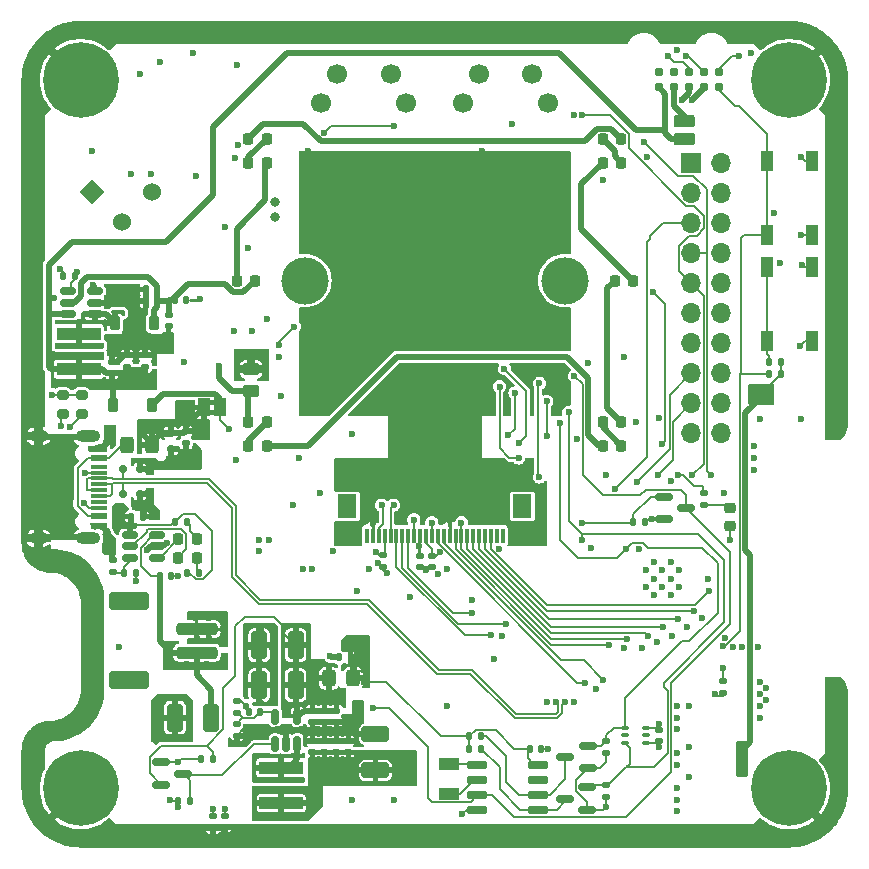
<source format=gtl>
%TF.GenerationSoftware,KiCad,Pcbnew,(7.0.0)*%
%TF.CreationDate,2023-03-19T17:01:15-07:00*%
%TF.ProjectId,ai-camera-rev2,61692d63-616d-4657-9261-2d726576322e,rev2*%
%TF.SameCoordinates,PX5a995c0PY2aea540*%
%TF.FileFunction,Copper,L1,Top*%
%TF.FilePolarity,Positive*%
%FSLAX46Y46*%
G04 Gerber Fmt 4.6, Leading zero omitted, Abs format (unit mm)*
G04 Created by KiCad (PCBNEW (7.0.0)) date 2023-03-19 17:01:15*
%MOMM*%
%LPD*%
G01*
G04 APERTURE LIST*
G04 Aperture macros list*
%AMRoundRect*
0 Rectangle with rounded corners*
0 $1 Rounding radius*
0 $2 $3 $4 $5 $6 $7 $8 $9 X,Y pos of 4 corners*
0 Add a 4 corners polygon primitive as box body*
4,1,4,$2,$3,$4,$5,$6,$7,$8,$9,$2,$3,0*
0 Add four circle primitives for the rounded corners*
1,1,$1+$1,$2,$3*
1,1,$1+$1,$4,$5*
1,1,$1+$1,$6,$7*
1,1,$1+$1,$8,$9*
0 Add four rect primitives between the rounded corners*
20,1,$1+$1,$2,$3,$4,$5,0*
20,1,$1+$1,$4,$5,$6,$7,0*
20,1,$1+$1,$6,$7,$8,$9,0*
20,1,$1+$1,$8,$9,$2,$3,0*%
%AMRotRect*
0 Rectangle, with rotation*
0 The origin of the aperture is its center*
0 $1 length*
0 $2 width*
0 $3 Rotation angle, in degrees counterclockwise*
0 Add horizontal line*
21,1,$1,$2,0,0,$3*%
G04 Aperture macros list end*
%TA.AperFunction,SMDPad,CuDef*%
%ADD10RoundRect,0.140000X0.170000X-0.140000X0.170000X0.140000X-0.170000X0.140000X-0.170000X-0.140000X0*%
%TD*%
%TA.AperFunction,SMDPad,CuDef*%
%ADD11RoundRect,0.140000X-0.140000X-0.170000X0.140000X-0.170000X0.140000X0.170000X-0.140000X0.170000X0*%
%TD*%
%TA.AperFunction,SMDPad,CuDef*%
%ADD12RoundRect,0.075000X0.250000X0.075000X-0.250000X0.075000X-0.250000X-0.075000X0.250000X-0.075000X0*%
%TD*%
%TA.AperFunction,ComponentPad*%
%ADD13C,3.600000*%
%TD*%
%TA.AperFunction,ConnectorPad*%
%ADD14C,6.400000*%
%TD*%
%TA.AperFunction,SMDPad,CuDef*%
%ADD15RoundRect,0.150000X-0.725000X-0.150000X0.725000X-0.150000X0.725000X0.150000X-0.725000X0.150000X0*%
%TD*%
%TA.AperFunction,SMDPad,CuDef*%
%ADD16R,3.700000X1.100000*%
%TD*%
%TA.AperFunction,SMDPad,CuDef*%
%ADD17RoundRect,0.140000X-0.170000X0.140000X-0.170000X-0.140000X0.170000X-0.140000X0.170000X0.140000X0*%
%TD*%
%TA.AperFunction,SMDPad,CuDef*%
%ADD18RoundRect,0.200000X0.275000X-0.200000X0.275000X0.200000X-0.275000X0.200000X-0.275000X-0.200000X0*%
%TD*%
%TA.AperFunction,WasherPad*%
%ADD19C,4.000000*%
%TD*%
%TA.AperFunction,SMDPad,CuDef*%
%ADD20RoundRect,0.135000X0.135000X0.185000X-0.135000X0.185000X-0.135000X-0.185000X0.135000X-0.185000X0*%
%TD*%
%TA.AperFunction,SMDPad,CuDef*%
%ADD21RoundRect,0.150000X-0.150000X-0.200000X0.150000X-0.200000X0.150000X0.200000X-0.150000X0.200000X0*%
%TD*%
%TA.AperFunction,SMDPad,CuDef*%
%ADD22R,1.000000X1.700000*%
%TD*%
%TA.AperFunction,SMDPad,CuDef*%
%ADD23R,1.800000X1.000000*%
%TD*%
%TA.AperFunction,SMDPad,CuDef*%
%ADD24RoundRect,0.250000X-0.325000X-0.450000X0.325000X-0.450000X0.325000X0.450000X-0.325000X0.450000X0*%
%TD*%
%TA.AperFunction,SMDPad,CuDef*%
%ADD25RoundRect,0.218750X0.256250X-0.218750X0.256250X0.218750X-0.256250X0.218750X-0.256250X-0.218750X0*%
%TD*%
%TA.AperFunction,SMDPad,CuDef*%
%ADD26RoundRect,0.135000X-0.135000X-0.185000X0.135000X-0.185000X0.135000X0.185000X-0.135000X0.185000X0*%
%TD*%
%TA.AperFunction,SMDPad,CuDef*%
%ADD27RoundRect,0.218750X-0.218750X-0.256250X0.218750X-0.256250X0.218750X0.256250X-0.218750X0.256250X0*%
%TD*%
%TA.AperFunction,SMDPad,CuDef*%
%ADD28RoundRect,0.250000X0.412500X0.925000X-0.412500X0.925000X-0.412500X-0.925000X0.412500X-0.925000X0*%
%TD*%
%TA.AperFunction,SMDPad,CuDef*%
%ADD29RoundRect,0.135000X0.185000X-0.135000X0.185000X0.135000X-0.185000X0.135000X-0.185000X-0.135000X0*%
%TD*%
%TA.AperFunction,WasherPad*%
%ADD30C,1.700000*%
%TD*%
%TA.AperFunction,ComponentPad*%
%ADD31C,1.700000*%
%TD*%
%TA.AperFunction,SMDPad,CuDef*%
%ADD32RoundRect,0.135000X-0.185000X0.135000X-0.185000X-0.135000X0.185000X-0.135000X0.185000X0.135000X0*%
%TD*%
%TA.AperFunction,SMDPad,CuDef*%
%ADD33RoundRect,0.250000X-1.500000X0.250000X-1.500000X-0.250000X1.500000X-0.250000X1.500000X0.250000X0*%
%TD*%
%TA.AperFunction,SMDPad,CuDef*%
%ADD34RoundRect,0.250001X-1.449999X0.499999X-1.449999X-0.499999X1.449999X-0.499999X1.449999X0.499999X0*%
%TD*%
%TA.AperFunction,SMDPad,CuDef*%
%ADD35RoundRect,0.250000X0.325000X0.450000X-0.325000X0.450000X-0.325000X-0.450000X0.325000X-0.450000X0*%
%TD*%
%TA.AperFunction,SMDPad,CuDef*%
%ADD36R,1.000000X1.500000*%
%TD*%
%TA.AperFunction,SMDPad,CuDef*%
%ADD37RoundRect,0.150000X0.512500X0.150000X-0.512500X0.150000X-0.512500X-0.150000X0.512500X-0.150000X0*%
%TD*%
%TA.AperFunction,SMDPad,CuDef*%
%ADD38R,0.300000X1.300000*%
%TD*%
%TA.AperFunction,SMDPad,CuDef*%
%ADD39R,1.600000X2.000000*%
%TD*%
%TA.AperFunction,SMDPad,CuDef*%
%ADD40RoundRect,0.150000X0.587500X0.150000X-0.587500X0.150000X-0.587500X-0.150000X0.587500X-0.150000X0*%
%TD*%
%TA.AperFunction,SMDPad,CuDef*%
%ADD41RoundRect,0.150000X-0.200000X0.150000X-0.200000X-0.150000X0.200000X-0.150000X0.200000X0.150000X0*%
%TD*%
%TA.AperFunction,SMDPad,CuDef*%
%ADD42RoundRect,0.225000X0.225000X0.375000X-0.225000X0.375000X-0.225000X-0.375000X0.225000X-0.375000X0*%
%TD*%
%TA.AperFunction,ComponentPad*%
%ADD43C,0.800000*%
%TD*%
%TA.AperFunction,ComponentPad*%
%ADD44RotRect,1.524000X1.524000X45.000000*%
%TD*%
%TA.AperFunction,ComponentPad*%
%ADD45C,1.524000*%
%TD*%
%TA.AperFunction,SMDPad,CuDef*%
%ADD46RoundRect,0.150000X0.150000X-0.512500X0.150000X0.512500X-0.150000X0.512500X-0.150000X-0.512500X0*%
%TD*%
%TA.AperFunction,ComponentPad*%
%ADD47R,1.700000X1.700000*%
%TD*%
%TA.AperFunction,ComponentPad*%
%ADD48O,1.700000X1.700000*%
%TD*%
%TA.AperFunction,SMDPad,CuDef*%
%ADD49RoundRect,0.225000X-0.225000X-0.375000X0.225000X-0.375000X0.225000X0.375000X-0.225000X0.375000X0*%
%TD*%
%TA.AperFunction,SMDPad,CuDef*%
%ADD50RoundRect,0.140000X0.140000X0.170000X-0.140000X0.170000X-0.140000X-0.170000X0.140000X-0.170000X0*%
%TD*%
%TA.AperFunction,SMDPad,CuDef*%
%ADD51RoundRect,0.150000X-0.587500X-0.150000X0.587500X-0.150000X0.587500X0.150000X-0.587500X0.150000X0*%
%TD*%
%TA.AperFunction,SMDPad,CuDef*%
%ADD52R,1.450000X0.600000*%
%TD*%
%TA.AperFunction,SMDPad,CuDef*%
%ADD53R,1.450000X0.300000*%
%TD*%
%TA.AperFunction,ComponentPad*%
%ADD54O,2.100000X1.000000*%
%TD*%
%TA.AperFunction,ComponentPad*%
%ADD55O,1.600000X1.000000*%
%TD*%
%TA.AperFunction,SMDPad,CuDef*%
%ADD56RoundRect,0.250000X0.925000X-0.412500X0.925000X0.412500X-0.925000X0.412500X-0.925000X-0.412500X0*%
%TD*%
%TA.AperFunction,SMDPad,CuDef*%
%ADD57RoundRect,0.250000X0.450000X-0.262500X0.450000X0.262500X-0.450000X0.262500X-0.450000X-0.262500X0*%
%TD*%
%TA.AperFunction,ConnectorPad*%
%ADD58C,0.787400*%
%TD*%
%TA.AperFunction,ComponentPad*%
%ADD59C,0.600000*%
%TD*%
%TA.AperFunction,ViaPad*%
%ADD60C,0.600000*%
%TD*%
%TA.AperFunction,Conductor*%
%ADD61C,0.203200*%
%TD*%
%TA.AperFunction,Conductor*%
%ADD62C,0.127000*%
%TD*%
%TA.AperFunction,Conductor*%
%ADD63C,0.250000*%
%TD*%
%TA.AperFunction,Conductor*%
%ADD64C,0.500000*%
%TD*%
%TA.AperFunction,Conductor*%
%ADD65C,0.200000*%
%TD*%
G04 APERTURE END LIST*
G36*
X16370000Y-33340000D02*
G01*
X15870000Y-33340000D01*
X15870000Y-32940000D01*
X16370000Y-32940000D01*
X16370000Y-33340000D01*
G37*
G36*
X16370000Y-32540000D02*
G01*
X15870000Y-32540000D01*
X15870000Y-32140000D01*
X16370000Y-32140000D01*
X16370000Y-32540000D01*
G37*
D10*
X33782000Y-45301000D03*
X33782000Y-46261000D03*
D11*
X11712000Y-47000000D03*
X12672000Y-47000000D03*
D12*
X51100000Y-61150000D03*
X51100000Y-60500000D03*
X51100000Y-59850000D03*
X52900000Y-59850000D03*
X52900000Y-60500000D03*
X52900000Y-61150000D03*
D13*
X5000000Y-65000000D03*
D14*
X5000000Y-65000000D03*
D15*
X38605000Y-62995000D03*
X38605000Y-64265000D03*
X38605000Y-65535000D03*
X38605000Y-66805000D03*
X43755000Y-66805000D03*
X43755000Y-65535000D03*
X43755000Y-64265000D03*
X43755000Y-62995000D03*
D13*
X5000000Y-5000000D03*
D14*
X5000000Y-5000000D03*
D16*
X21999999Y-63249999D03*
X21999999Y-66249999D03*
D17*
X25654000Y-58406000D03*
X25654000Y-59366000D03*
D18*
X5100000Y-33325000D03*
X5100000Y-31675000D03*
D19*
X24000000Y-22000000D03*
X46000000Y-22000000D03*
D11*
X43040000Y-61620000D03*
X44000000Y-61620000D03*
D20*
X14260000Y-66020000D03*
X13240000Y-66020000D03*
D18*
X3500000Y-33325000D03*
X3500000Y-31675000D03*
D20*
X16200000Y-62530000D03*
X15180000Y-62530000D03*
D21*
X10007500Y-37970000D03*
X8607500Y-37970000D03*
D22*
X66899999Y-20849999D03*
X66899999Y-27149999D03*
X63099999Y-20849999D03*
X63099999Y-27149999D03*
D23*
X36219999Y-65429999D03*
X36219999Y-62929999D03*
D24*
X8975000Y-35930000D03*
X11025000Y-35930000D03*
D17*
X12450000Y-24905000D03*
X12450000Y-25865000D03*
D25*
X60000000Y-42787500D03*
X60000000Y-41212500D03*
D26*
X63250000Y-28890000D03*
X64270000Y-28890000D03*
D27*
X13248987Y-45459099D03*
X14823987Y-45459099D03*
X19212500Y-36000000D03*
X20787500Y-36000000D03*
D26*
X14040000Y-46750000D03*
X15060000Y-46750000D03*
D28*
X16075000Y-59000000D03*
X13000000Y-59000000D03*
D26*
X37910000Y-61620000D03*
X38930000Y-61620000D03*
D10*
X34798000Y-46261000D03*
X34798000Y-45301000D03*
D29*
X49500000Y-62010000D03*
X49500000Y-60990000D03*
D30*
X44600000Y-7000000D03*
X37400000Y-7000000D03*
D31*
X43250000Y-4500000D03*
X38750000Y-4500000D03*
D28*
X23212500Y-56250000D03*
X20137500Y-56250000D03*
D16*
X4849999Y-29489999D03*
X4849999Y-26489999D03*
D27*
X19212500Y-12000000D03*
X20787500Y-12000000D03*
D11*
X26900000Y-53900000D03*
X27860000Y-53900000D03*
D32*
X13920000Y-34750000D03*
X13920000Y-35770000D03*
D33*
X14850000Y-51500000D03*
X14850000Y-53500000D03*
D34*
X9100000Y-49150000D03*
X9100000Y-55850000D03*
D35*
X28075000Y-55670000D03*
X26025000Y-55670000D03*
D27*
X49212500Y-34000000D03*
X50787500Y-34000000D03*
D11*
X19250000Y-58550000D03*
X20210000Y-58550000D03*
D36*
X16769999Y-32739999D03*
X15469999Y-32739999D03*
D27*
X19212500Y-34000000D03*
X20787500Y-34000000D03*
D32*
X18270000Y-57570000D03*
X18270000Y-58590000D03*
D17*
X8910000Y-28320000D03*
X8910000Y-29280000D03*
D27*
X13261486Y-43859099D03*
X14836486Y-43859099D03*
D32*
X18260000Y-59500000D03*
X18260000Y-60520000D03*
D17*
X17200000Y-67300000D03*
X17200000Y-68260000D03*
D37*
X6247500Y-24820000D03*
X6247500Y-23870000D03*
X6247500Y-22920000D03*
X3972500Y-22920000D03*
X3972500Y-23870000D03*
X3972500Y-24820000D03*
D38*
X40749999Y-43599999D03*
X40249999Y-43599999D03*
X39749999Y-43599999D03*
X39249999Y-43599999D03*
X38749999Y-43599999D03*
X38249999Y-43599999D03*
X37749999Y-43599999D03*
X37249999Y-43599999D03*
X36749999Y-43599999D03*
X36249999Y-43599999D03*
X35749999Y-43599999D03*
X35249999Y-43599999D03*
X34749999Y-43599999D03*
X34249999Y-43599999D03*
X33749999Y-43599999D03*
X33249999Y-43599999D03*
X32749999Y-43599999D03*
X32249999Y-43599999D03*
X31749999Y-43599999D03*
X31249999Y-43599999D03*
X30749999Y-43599999D03*
X30249999Y-43599999D03*
X29749999Y-43599999D03*
X29249999Y-43599999D03*
D39*
X42399999Y-41119999D03*
X27599999Y-41119999D03*
D27*
X49212500Y-10000000D03*
X50787500Y-10000000D03*
D40*
X47927500Y-63290000D03*
X47927500Y-61390000D03*
X46052500Y-62340000D03*
D29*
X16200000Y-68310000D03*
X16200000Y-67290000D03*
D41*
X12630000Y-36270000D03*
X12630000Y-34870000D03*
D27*
X19212500Y-10000000D03*
X20787500Y-10000000D03*
D30*
X32600000Y-7000000D03*
X25400000Y-7000000D03*
D31*
X31250000Y-4500000D03*
X26750000Y-4500000D03*
D22*
X66899999Y-11849999D03*
X66899999Y-18149999D03*
X63099999Y-11849999D03*
X63099999Y-18149999D03*
D42*
X11220000Y-25600000D03*
X7920000Y-25600000D03*
D11*
X10520000Y-23750000D03*
X11480000Y-23750000D03*
D43*
X21500000Y-16625000D03*
X21500000Y-15375000D03*
D26*
X3480000Y-21620000D03*
X4500000Y-21620000D03*
D27*
X49212500Y-12000000D03*
X50787500Y-12000000D03*
D29*
X49500000Y-65760000D03*
X49500000Y-64740000D03*
D10*
X59410000Y-56880000D03*
X59410000Y-55920000D03*
D17*
X27686000Y-60946000D03*
X27686000Y-61906000D03*
D44*
X5959999Y-14499999D03*
D45*
X8500000Y-17040000D03*
X11040000Y-14500000D03*
D17*
X25654000Y-60946000D03*
X25654000Y-61906000D03*
D21*
X10007500Y-40030000D03*
X8607500Y-40030000D03*
D46*
X21462500Y-61200000D03*
X22412500Y-61200000D03*
X23362500Y-61200000D03*
X23362500Y-58925000D03*
X21462500Y-58925000D03*
D17*
X24638000Y-60946000D03*
X24638000Y-61906000D03*
D29*
X7725000Y-46710000D03*
X7725000Y-45690000D03*
D17*
X26670000Y-60946000D03*
X26670000Y-61906000D03*
D27*
X49212500Y-36000000D03*
X50787500Y-36000000D03*
D13*
X65000000Y-5000000D03*
D14*
X65000000Y-5000000D03*
D10*
X26670000Y-59366000D03*
X26670000Y-58406000D03*
D26*
X37920000Y-60590000D03*
X38940000Y-60590000D03*
D47*
X56724999Y-12074999D03*
D48*
X59264999Y-12074999D03*
X56724999Y-14614999D03*
X59264999Y-14614999D03*
X56724999Y-17154999D03*
X59264999Y-17154999D03*
X56724999Y-19694999D03*
X59264999Y-19694999D03*
X56724999Y-22234999D03*
X59264999Y-22234999D03*
X56724999Y-24774999D03*
X59264999Y-24774999D03*
X56724999Y-27314999D03*
X59264999Y-27314999D03*
X56724999Y-29854999D03*
X59264999Y-29854999D03*
X56724999Y-32394999D03*
X59264999Y-32394999D03*
X56724999Y-34934999D03*
X59264999Y-34934999D03*
D11*
X10520000Y-22750000D03*
X11480000Y-22750000D03*
D32*
X57830000Y-39940000D03*
X57830000Y-40960000D03*
D10*
X54000000Y-60980000D03*
X54000000Y-60020000D03*
D27*
X50212500Y-22000000D03*
X51787500Y-22000000D03*
D49*
X7790000Y-32530000D03*
X11090000Y-32530000D03*
D26*
X13013986Y-42409099D03*
X14033986Y-42409099D03*
D50*
X10255000Y-41975000D03*
X9295000Y-41975000D03*
D26*
X8715000Y-46750000D03*
X9735000Y-46750000D03*
D27*
X18212500Y-22000000D03*
X19787500Y-22000000D03*
D51*
X54380000Y-40300000D03*
X54380000Y-42200000D03*
X56255000Y-41250000D03*
D52*
X6544999Y-36249999D03*
X6544999Y-37049999D03*
D53*
X6544999Y-38249999D03*
X6544999Y-39249999D03*
X6544999Y-39749999D03*
X6544999Y-40749999D03*
D52*
X6544999Y-41949999D03*
X6544999Y-42749999D03*
X6544999Y-42749999D03*
X6544999Y-41949999D03*
D53*
X6544999Y-41249999D03*
X6544999Y-40249999D03*
X6544999Y-38749999D03*
X6544999Y-37749999D03*
D52*
X6544999Y-37049999D03*
X6544999Y-36249999D03*
D54*
X5629999Y-35179999D03*
D55*
X1449999Y-35179999D03*
D54*
X5629999Y-43819999D03*
D55*
X1449999Y-43819999D03*
D13*
X65000000Y-65000000D03*
D14*
X65000000Y-65000000D03*
D10*
X10490000Y-29285000D03*
X10490000Y-28325000D03*
D20*
X52830000Y-42470000D03*
X51810000Y-42470000D03*
D10*
X24638000Y-59366000D03*
X24638000Y-58406000D03*
D51*
X11832500Y-62790000D03*
X11832500Y-64690000D03*
X13707500Y-63740000D03*
D26*
X63250000Y-29900000D03*
X64270000Y-29900000D03*
D10*
X30607000Y-46221000D03*
X30607000Y-45261000D03*
D40*
X47917500Y-66800000D03*
X47917500Y-64900000D03*
X46042500Y-65850000D03*
D56*
X29972000Y-63471500D03*
X29972000Y-60396500D03*
D37*
X11475000Y-45449999D03*
X11475000Y-44499999D03*
X11475000Y-43549999D03*
X9200000Y-43549999D03*
X9200000Y-44499999D03*
X9200000Y-45449999D03*
D57*
X19440000Y-31332500D03*
X19440000Y-29507500D03*
D28*
X23212500Y-52875001D03*
X20137500Y-52875001D03*
D58*
X53960000Y-5635000D03*
X55230000Y-5635000D03*
X56500000Y-5635000D03*
X57770000Y-5635000D03*
X59040000Y-5635000D03*
X59040000Y-4365000D03*
X57770000Y-4365000D03*
X56500000Y-4365000D03*
X55230000Y-4365000D03*
X53960000Y-4365000D03*
D17*
X7630000Y-28890000D03*
X7630000Y-29850000D03*
D50*
X13950000Y-23630000D03*
X12990000Y-23630000D03*
D59*
X53560000Y-48630000D03*
X54960000Y-48630000D03*
X52860000Y-47930000D03*
X54260000Y-47930000D03*
X55660000Y-47930000D03*
X53560000Y-47230000D03*
X54960000Y-47230000D03*
X52860000Y-46530000D03*
X54260000Y-46530000D03*
X55660000Y-46530000D03*
X53560000Y-45830000D03*
X54960000Y-45830000D03*
D60*
X10000000Y-69000000D03*
X50000000Y-69000000D03*
X20000000Y-69000000D03*
X30000000Y-69000000D03*
X41000000Y-69000000D03*
X60000000Y-69000000D03*
X6000000Y-56000000D03*
X6000000Y-49000000D03*
X1000000Y-62000000D03*
X69000000Y-9000000D03*
X69000000Y-19000000D03*
X69000000Y-29000000D03*
X69000000Y-59000000D03*
X1000000Y-9000000D03*
X1000000Y-19000000D03*
X1000000Y-29000000D03*
X1000000Y-40000000D03*
X60000000Y-1000000D03*
X50000000Y-1000000D03*
X41000000Y-1000000D03*
X30000000Y-1000000D03*
X20000000Y-1000000D03*
X10000000Y-1000000D03*
X58740000Y-57010000D03*
X28500000Y-59000000D03*
X6000000Y-11000000D03*
X39850000Y-32870000D03*
X28469205Y-58050000D03*
X11750000Y-3500000D03*
X13500000Y-37500000D03*
X22000000Y-31750000D03*
X26000000Y-60000000D03*
X11800000Y-59400000D03*
X64250000Y-20500000D03*
X62500000Y-57000000D03*
X56500000Y-64000000D03*
X10350000Y-41025000D03*
X53000000Y-11500000D03*
X37000000Y-33000000D03*
X33000000Y-30500000D03*
X51000000Y-28500000D03*
X18250000Y-3750000D03*
X32896917Y-48779083D03*
X11000000Y-13000000D03*
X55500000Y-66925500D03*
X55500000Y-2500000D03*
X59584483Y-52218483D03*
X17250000Y-17500000D03*
X10000000Y-37250000D03*
X20500000Y-28250000D03*
X28000000Y-60000000D03*
X13249500Y-46990000D03*
X48650000Y-56550000D03*
X24638000Y-46440000D03*
X60000000Y-44000000D03*
X7300000Y-43575000D03*
X12725000Y-60775000D03*
X66000000Y-33750000D03*
X10621692Y-44835022D03*
X63000000Y-56500000D03*
X20250000Y-57767600D03*
X19500000Y-26250000D03*
X8000000Y-27000000D03*
X17025000Y-51500000D03*
X57658000Y-50546000D03*
X55118000Y-52070000D03*
X20088035Y-44911965D03*
X51054000Y-53086000D03*
X18500000Y-28250000D03*
X62500000Y-56000000D03*
X56500000Y-58000000D03*
X7234026Y-24150065D03*
X2625000Y-31650000D03*
X29750000Y-42500000D03*
X19500000Y-28250000D03*
X65975000Y-18125000D03*
X12610000Y-65980000D03*
X7475000Y-35500000D03*
X55000000Y-39000000D03*
X15900000Y-50600000D03*
X62353000Y-52983229D03*
X3240938Y-21030000D03*
X32000000Y-18500000D03*
X52324000Y-44704000D03*
X42000000Y-18000000D03*
X10000000Y-24750000D03*
X11800000Y-60325000D03*
X32000000Y-13000000D03*
X22750000Y-60000000D03*
X55500000Y-59000000D03*
X33000000Y-35500000D03*
X49250000Y-13500000D03*
X63000000Y-57500000D03*
X21000000Y-44000000D03*
X10750000Y-40000000D03*
X46999146Y-35422111D03*
X55500000Y-58000000D03*
X52578000Y-53086000D03*
X41500000Y-8750000D03*
X11250000Y-27000000D03*
X14800000Y-50600000D03*
X40000000Y-54000000D03*
X55906500Y-6750000D03*
X9700000Y-47450000D03*
X11800000Y-57750000D03*
X20250000Y-54500000D03*
X35306000Y-46882000D03*
X18100000Y-11625000D03*
X16200000Y-66700000D03*
X60250000Y-53000000D03*
X9750000Y-27000000D03*
X28000000Y-66000000D03*
X7700000Y-45200000D03*
X39750000Y-22250000D03*
X28000000Y-35000000D03*
X65950000Y-27525000D03*
X45000000Y-31000000D03*
X46750000Y-57650000D03*
X25300000Y-15160000D03*
X29000000Y-27000000D03*
X28448000Y-48260000D03*
X14900000Y-52300000D03*
X48250000Y-44629123D03*
X62500000Y-59000000D03*
X62500000Y-58000000D03*
X31500000Y-66000000D03*
X24384000Y-25908000D03*
X21250000Y-53000000D03*
X55500000Y-65000000D03*
X55500000Y-62000000D03*
X28000000Y-38000000D03*
X8250000Y-53000000D03*
X12500000Y-27000000D03*
X20102600Y-44000000D03*
X40443828Y-44750863D03*
X36250000Y-42250000D03*
X38110000Y-49070000D03*
X13800000Y-28860000D03*
X55500000Y-66000000D03*
X35020000Y-39870000D03*
X17200000Y-66750000D03*
X30000000Y-38000000D03*
X14500000Y-2750000D03*
X29413200Y-46440000D03*
X33000000Y-33000000D03*
X37500000Y-38000000D03*
X12750000Y-37500000D03*
X9600000Y-41075000D03*
X56750000Y-6750000D03*
X7475000Y-34625000D03*
X15110000Y-23580000D03*
X37000000Y-13000000D03*
X46750000Y-8000000D03*
X23000000Y-41000000D03*
X59500000Y-40000000D03*
X12306655Y-44180096D03*
X13225000Y-66575000D03*
X19250000Y-56250000D03*
X10000000Y-4500000D03*
X53990000Y-33650000D03*
X26390000Y-44890000D03*
X62000000Y-36000000D03*
X23750000Y-60000000D03*
X10750000Y-38000000D03*
X66025000Y-11550000D03*
X27000000Y-60000000D03*
X9250000Y-13000000D03*
X42000000Y-13000000D03*
X58166000Y-47244000D03*
X37290000Y-67200000D03*
X55500000Y-60000000D03*
X55500000Y-63000000D03*
X49500000Y-38500000D03*
X56500000Y-61500000D03*
X44525000Y-57650000D03*
X18173800Y-37155053D03*
X63750000Y-16250000D03*
X48000000Y-29000000D03*
X25250000Y-40000000D03*
X23876000Y-46440000D03*
X21250000Y-56250000D03*
X61750000Y-2750000D03*
X62500000Y-33750000D03*
X25000000Y-60000000D03*
X20250000Y-51500000D03*
X10000000Y-25750000D03*
X11825000Y-58550000D03*
X7229838Y-23485458D03*
X30930000Y-46790000D03*
X18000000Y-26250000D03*
X14750000Y-13126576D03*
X30210000Y-45890000D03*
X36000000Y-58000000D03*
X62000000Y-37000000D03*
X39000000Y-11000000D03*
X54000000Y-59500000D03*
X20750000Y-25250000D03*
X40700000Y-52050000D03*
X52000000Y-34000000D03*
X36068000Y-46440000D03*
X21844000Y-28448000D03*
X21750000Y-60000000D03*
X37250000Y-40825000D03*
X24260000Y-11050000D03*
X38500000Y-27000000D03*
X14250000Y-37500000D03*
X28500000Y-13000000D03*
X34280000Y-46530000D03*
X32000000Y-27000000D03*
X56388000Y-51308000D03*
X23539191Y-36987921D03*
X61000000Y-53000000D03*
X53848000Y-52578000D03*
X18300000Y-10500000D03*
X32000000Y-21000000D03*
X7300000Y-44450000D03*
X53350000Y-42199998D03*
X11350000Y-41925000D03*
X19200000Y-19200000D03*
X66125000Y-20650000D03*
X19250000Y-53000000D03*
X26162000Y-53806000D03*
X44610000Y-61620000D03*
X15900000Y-52300000D03*
X62000000Y-38000000D03*
X29000000Y-54000000D03*
X8685000Y-30745000D03*
X6815000Y-30715000D03*
X56500000Y-10000000D03*
X28200000Y-52450000D03*
X29000000Y-55000000D03*
X29000000Y-56000000D03*
X7795000Y-30725000D03*
X55750000Y-10000000D03*
X2730000Y-23438550D03*
X29000000Y-53000000D03*
X15750000Y-54500000D03*
X14850000Y-54450000D03*
X14000000Y-54500000D03*
X12680000Y-53500000D03*
X61000000Y-63500000D03*
X55750000Y-8500000D03*
X33000000Y-62500000D03*
X54000000Y-61500000D03*
X49470000Y-66530000D03*
X63000000Y-32250000D03*
X61000000Y-62500000D03*
X33020000Y-63458000D03*
X32004000Y-63458000D03*
X19000000Y-58000000D03*
X62250000Y-32250000D03*
X32000000Y-62500000D03*
X63000000Y-31500000D03*
X56500000Y-8500000D03*
X62250000Y-31500000D03*
X61000000Y-61625000D03*
X50249992Y-39647776D03*
X60750000Y-3000000D03*
X63000000Y-20500000D03*
X59410000Y-54770000D03*
X59385200Y-52933600D03*
X63250000Y-12250000D03*
X54250000Y-35840000D03*
X53500000Y-23000000D03*
X30010000Y-45000000D03*
X33680000Y-44500000D03*
X51308000Y-52324000D03*
X37250000Y-42500000D03*
X11000000Y-34750000D03*
X8100000Y-41300000D03*
X10000000Y-34728358D03*
X8050000Y-42750000D03*
X8075000Y-42025000D03*
X45261500Y-57650000D03*
X45988500Y-57650000D03*
X56250000Y-3000000D03*
X58369200Y-38455600D03*
X52750000Y-10250000D03*
X47500000Y-8000000D03*
X54750000Y-3000000D03*
X56794400Y-38455600D03*
X52140000Y-39050000D03*
X53860000Y-38500000D03*
X58216800Y-48310800D03*
X56946800Y-49987200D03*
X55575200Y-50647600D03*
X54356000Y-51358800D03*
X53035200Y-52070000D03*
X49784000Y-52832000D03*
X49276000Y-55829200D03*
X47720000Y-56050000D03*
X34750000Y-42500000D03*
X33223200Y-42250000D03*
X38130000Y-50110000D03*
X40993594Y-51056006D03*
X39776400Y-52019200D03*
X51206400Y-44704000D03*
X45590002Y-34036000D03*
X31500000Y-41000000D03*
X30500000Y-41000000D03*
X47500000Y-44000000D03*
X46320000Y-33150000D03*
X6025971Y-22366501D03*
X16750000Y-29250000D03*
X3346394Y-34305199D03*
X5358517Y-38311483D03*
X47500000Y-42500000D03*
X5290000Y-40860000D03*
X4070000Y-34370000D03*
X23114000Y-25908000D03*
X21844000Y-27432000D03*
X43850000Y-38630000D03*
X43850000Y-30690000D03*
X41780000Y-31510000D03*
X41200000Y-35110000D03*
X55570000Y-38490000D03*
X42090000Y-37010000D03*
X40480000Y-30970000D03*
X4720000Y-21250000D03*
X44480000Y-32220000D03*
X44490000Y-35160000D03*
X40880000Y-29460000D03*
X42160000Y-35780000D03*
X25600000Y-9500000D03*
X46820000Y-30080000D03*
X13250000Y-62790000D03*
X29750000Y-58190000D03*
X31500000Y-8900000D03*
X35400000Y-45000000D03*
X17580000Y-34570000D03*
D61*
X34798000Y-45301000D02*
X35099000Y-45301000D01*
X35099000Y-45301000D02*
X35400000Y-45000000D01*
D62*
X47490500Y-43490500D02*
X57290500Y-43490500D01*
X54360000Y-56390790D02*
X54746000Y-56776790D01*
X57290500Y-43490500D02*
X59470000Y-45670000D01*
X59470000Y-45670000D02*
X59470000Y-50930000D01*
X59470000Y-50930000D02*
X54360000Y-56040000D01*
X54360000Y-56040000D02*
X54360000Y-56390790D01*
X54746000Y-56776790D02*
X54746000Y-62004000D01*
X54746000Y-62004000D02*
X53557500Y-63192500D01*
X53557500Y-63192500D02*
X51192500Y-63192500D01*
X38605000Y-65535000D02*
X39835000Y-65535000D01*
X39835000Y-65535000D02*
X41730000Y-67430000D01*
X41730000Y-67430000D02*
X51190000Y-67430000D01*
X51190000Y-67430000D02*
X55000000Y-63620000D01*
X55000000Y-63620000D02*
X55000000Y-56110000D01*
X55000000Y-56110000D02*
X60000000Y-51110000D01*
X60000000Y-51110000D02*
X60000000Y-44995000D01*
X60000000Y-44995000D02*
X56255000Y-41250000D01*
X51100000Y-59850000D02*
X51100000Y-57340000D01*
X58936499Y-50173501D02*
X58936499Y-45936499D01*
X51100000Y-57340000D02*
X55890000Y-52550000D01*
X56560000Y-52550000D02*
X58936499Y-50173501D01*
X55890000Y-52550000D02*
X56560000Y-52550000D01*
X58936499Y-45936499D02*
X57613501Y-44613501D01*
X57613501Y-44613501D02*
X53034997Y-44613501D01*
X53034997Y-44613501D02*
X52635096Y-44213600D01*
X52635096Y-44213600D02*
X51696800Y-44213600D01*
X51696800Y-44213600D02*
X51206400Y-44704000D01*
X53350000Y-42200000D02*
X53350000Y-42199998D01*
X51810000Y-42470000D02*
X51810000Y-41790000D01*
X51810000Y-41790000D02*
X53300000Y-40300000D01*
X53300000Y-40300000D02*
X54380000Y-40300000D01*
X31250000Y-43600000D02*
X31250000Y-41250000D01*
X31250000Y-41250000D02*
X31500000Y-41000000D01*
X30500000Y-41000000D02*
X30600000Y-41100000D01*
X30600000Y-41100000D02*
X30600000Y-42569000D01*
X30600000Y-42569000D02*
X30250000Y-42919000D01*
X30250000Y-42919000D02*
X30250000Y-43600000D01*
X45590002Y-43950002D02*
X45590002Y-34036000D01*
X47140000Y-45500000D02*
X45590002Y-43950002D01*
X50410400Y-45500000D02*
X47140000Y-45500000D01*
X51206400Y-44704000D02*
X50410400Y-45500000D01*
X33223200Y-42250000D02*
X33250000Y-42276800D01*
X33250000Y-42276800D02*
X33250000Y-43600000D01*
X39776400Y-52019200D02*
X37519200Y-52019200D01*
X37519200Y-52019200D02*
X31750000Y-46250000D01*
X31750000Y-46250000D02*
X31750000Y-43600000D01*
X36995495Y-51054000D02*
X32250000Y-46308505D01*
X32250000Y-46308505D02*
X32250000Y-43600000D01*
X38130000Y-50110000D02*
X36538528Y-50110000D01*
X36538528Y-50110000D02*
X32750000Y-46321472D01*
X32750000Y-46321472D02*
X32750000Y-43600000D01*
D63*
X33680000Y-44500000D02*
X33680000Y-45199000D01*
X29750000Y-43600000D02*
X29750000Y-42500000D01*
D62*
X30750000Y-45118000D02*
X30750000Y-43600000D01*
D63*
X36250000Y-43600000D02*
X36250000Y-42250000D01*
D62*
X34750000Y-43600000D02*
X34750000Y-42500000D01*
D61*
X34250000Y-43600000D02*
X34250000Y-44250000D01*
X34250000Y-44250000D02*
X34750000Y-44750000D01*
X34750000Y-44750000D02*
X34750000Y-45253000D01*
D62*
X35250000Y-43600000D02*
X35250000Y-44250000D01*
X35250000Y-44250000D02*
X47050000Y-56050000D01*
X47050000Y-56050000D02*
X47720000Y-56050000D01*
X49276000Y-55829200D02*
X47586800Y-54140000D01*
X47586800Y-54140000D02*
X45640000Y-54140000D01*
X45640000Y-54140000D02*
X35750000Y-44250000D01*
X35750000Y-44250000D02*
X35750000Y-43600000D01*
X36750000Y-43600000D02*
X36750000Y-44750000D01*
X36750000Y-44750000D02*
X44832000Y-52832000D01*
X44832000Y-52832000D02*
X49784000Y-52832000D01*
X51308000Y-52324000D02*
X44824000Y-52324000D01*
X44824000Y-52324000D02*
X37250000Y-44750000D01*
X37250000Y-44750000D02*
X37250000Y-42600000D01*
X53035200Y-52070000D02*
X52799200Y-51834000D01*
X52799200Y-51834000D02*
X44834000Y-51834000D01*
X44834000Y-51834000D02*
X37750000Y-44750000D01*
X37750000Y-44750000D02*
X37750000Y-43186306D01*
X54356000Y-51358800D02*
X44858800Y-51358800D01*
X44858800Y-51358800D02*
X38250000Y-44750000D01*
X38250000Y-44750000D02*
X38250000Y-43600000D01*
X55575200Y-50647600D02*
X44647600Y-50647600D01*
X44647600Y-50647600D02*
X38750000Y-44750000D01*
X38750000Y-44750000D02*
X38750000Y-43600000D01*
X39250000Y-43600000D02*
X39250000Y-44750000D01*
X39250000Y-44750000D02*
X44487200Y-49987200D01*
X44487200Y-49987200D02*
X56946800Y-49987200D01*
X58216800Y-48310800D02*
X57030400Y-49497200D01*
X57030400Y-49497200D02*
X44497200Y-49497200D01*
X44497200Y-49497200D02*
X39750000Y-44750000D01*
X39750000Y-44750000D02*
X39750000Y-43600000D01*
X36995495Y-51054000D02*
X40991588Y-51054000D01*
X40991588Y-51054000D02*
X40993594Y-51056006D01*
X50900000Y-59850000D02*
X50150000Y-59850000D01*
X50150000Y-59850000D02*
X49500000Y-60500000D01*
X49500000Y-60500000D02*
X49500000Y-60990000D01*
X66325000Y-27150000D02*
X65950000Y-27525000D01*
X17200000Y-67300000D02*
X17200000Y-66750000D01*
X10000000Y-37250000D02*
X10000000Y-37962500D01*
X66325000Y-11850000D02*
X66025000Y-11550000D01*
X52900000Y-59850000D02*
X53830000Y-59850000D01*
X66900000Y-20850000D02*
X66325000Y-20850000D01*
X53350000Y-42200000D02*
X53100000Y-42200000D01*
X18260000Y-60520000D02*
X18780000Y-60000000D01*
D63*
X15060000Y-23630000D02*
X15110000Y-23580000D01*
D62*
X34310000Y-46261000D02*
X34310000Y-46500000D01*
D64*
X8110000Y-28890000D02*
X7630000Y-28890000D01*
D62*
X10007500Y-40030000D02*
X10007500Y-40682500D01*
X34310000Y-46261000D02*
X33782000Y-46261000D01*
X7725000Y-45225000D02*
X7700000Y-45200000D01*
D64*
X8910000Y-28090000D02*
X8110000Y-28890000D01*
D62*
X7228237Y-23485458D02*
X7229838Y-23485458D01*
X59410000Y-57175000D02*
X58905000Y-57175000D01*
X10007500Y-40682500D02*
X10350000Y-41025000D01*
X3480000Y-21269062D02*
X3240938Y-21030000D01*
X34798000Y-46261000D02*
X34310000Y-46261000D01*
X3480000Y-21620000D02*
X3480000Y-21269062D01*
X38605000Y-66805000D02*
X37685000Y-66805000D01*
X9735000Y-46750000D02*
X9735000Y-47415000D01*
X54000000Y-60020000D02*
X54000000Y-59500000D01*
D64*
X6750000Y-42750000D02*
X7300000Y-43300000D01*
X56500000Y-6156500D02*
X56500000Y-5635000D01*
X11475000Y-44499999D02*
X10956715Y-44499999D01*
D62*
X66900000Y-18150000D02*
X66000000Y-18150000D01*
X13240000Y-66020000D02*
X13240000Y-66560000D01*
D64*
X10956715Y-44499999D02*
X10621692Y-44835022D01*
D62*
X16200000Y-67290000D02*
X16200000Y-66700000D01*
X58905000Y-57175000D02*
X58740000Y-57010000D01*
D64*
X11475000Y-44499999D02*
X11986752Y-44499999D01*
D62*
X66900000Y-11850000D02*
X66325000Y-11850000D01*
X3500000Y-31675000D02*
X2650000Y-31675000D01*
X54380000Y-42200000D02*
X53350000Y-42200000D01*
X10007500Y-40030000D02*
X10007500Y-40667500D01*
X2650000Y-31675000D02*
X2625000Y-31650000D01*
X7300000Y-43575000D02*
X7300000Y-43500000D01*
X53100000Y-42200000D02*
X52830000Y-42470000D01*
X7234026Y-24150065D02*
X6953961Y-23870000D01*
X66900000Y-27150000D02*
X66325000Y-27150000D01*
D63*
X14245000Y-23630000D02*
X15060000Y-23630000D01*
D62*
X3500000Y-31675000D02*
X5100000Y-31675000D01*
X37685000Y-66805000D02*
X37290000Y-67200000D01*
D64*
X26900000Y-53900000D02*
X26256000Y-53900000D01*
D62*
X60000000Y-42787500D02*
X60000000Y-44000000D01*
X66325000Y-20850000D02*
X66125000Y-20650000D01*
X44000000Y-61620000D02*
X44610000Y-61620000D01*
X18780000Y-60000000D02*
X21750000Y-60000000D01*
X7725000Y-45690000D02*
X7725000Y-45225000D01*
X30607000Y-46467000D02*
X30930000Y-46790000D01*
D64*
X6725000Y-36250000D02*
X7475000Y-35500000D01*
D62*
X6545000Y-42750000D02*
X6266500Y-43028500D01*
X9735000Y-47415000D02*
X9700000Y-47450000D01*
X12650000Y-66020000D02*
X12610000Y-65980000D01*
X6843695Y-23870000D02*
X7228237Y-23485458D01*
X66000000Y-18150000D02*
X65975000Y-18125000D01*
D64*
X57770000Y-5730000D02*
X56750000Y-6750000D01*
D62*
X6545000Y-36250000D02*
X6266500Y-35971500D01*
X7300000Y-43500000D02*
X6550000Y-42750000D01*
X10007500Y-40667500D02*
X9600000Y-41075000D01*
X11300000Y-41975000D02*
X11350000Y-41925000D01*
D64*
X11986752Y-44499999D02*
X12306655Y-44180096D01*
D62*
X12710000Y-46990000D02*
X13249500Y-46990000D01*
X6953961Y-23870000D02*
X6247500Y-23870000D01*
D64*
X7300000Y-43300000D02*
X7300000Y-43575000D01*
D62*
X10325000Y-41050000D02*
X10350000Y-41025000D01*
D64*
X26256000Y-53900000D02*
X26162000Y-53806000D01*
X55906500Y-6750000D02*
X56500000Y-6156500D01*
D62*
X13240000Y-66020000D02*
X12650000Y-66020000D01*
X10550000Y-41975000D02*
X10550000Y-41225000D01*
X10550000Y-41225000D02*
X10350000Y-41025000D01*
X13240000Y-66560000D02*
X13225000Y-66575000D01*
X10550000Y-41975000D02*
X11300000Y-41975000D01*
D64*
X22500000Y-2750000D02*
X16250000Y-9000000D01*
X4850000Y-29490000D02*
X6820000Y-29490000D01*
D61*
X42880000Y-61780000D02*
X42880000Y-62460000D01*
X29000000Y-55000000D02*
X28745000Y-55000000D01*
X7795000Y-30725000D02*
X7795000Y-32525000D01*
X2300000Y-23400000D02*
X2300000Y-25775000D01*
X37910000Y-61620000D02*
X37910000Y-60600000D01*
D64*
X7630000Y-29850000D02*
X7180000Y-29850000D01*
X54500000Y-9250000D02*
X52013585Y-9250000D01*
D61*
X2550000Y-23400000D02*
X2300000Y-23400000D01*
D64*
X2510000Y-29490000D02*
X2300000Y-29280000D01*
X12250000Y-18750000D02*
X4250000Y-18750000D01*
X7630000Y-29850000D02*
X8635000Y-29850000D01*
D61*
X2300000Y-25775000D02*
X2300000Y-29280000D01*
X28745000Y-55000000D02*
X28075000Y-55670000D01*
D64*
X3972500Y-24820000D02*
X2330000Y-24820000D01*
D61*
X2730000Y-23438550D02*
X2611450Y-23438550D01*
D64*
X16250000Y-9000000D02*
X16250000Y-14750000D01*
X7790000Y-30730000D02*
X7795000Y-30725000D01*
D61*
X40141400Y-60041400D02*
X41720000Y-61620000D01*
X2600000Y-23450000D02*
X2550000Y-23400000D01*
D64*
X7180000Y-29850000D02*
X6820000Y-29490000D01*
D61*
X7705000Y-30815000D02*
X7795000Y-30725000D01*
X7775000Y-30745000D02*
X8685000Y-30745000D01*
X30896000Y-56000000D02*
X35486000Y-60590000D01*
D64*
X2300000Y-20700000D02*
X2300000Y-29280000D01*
X22500000Y-2750000D02*
X45513585Y-2750000D01*
X8635000Y-29850000D02*
X8910000Y-29575000D01*
D61*
X41720000Y-61620000D02*
X43040000Y-61620000D01*
X42880000Y-62460000D02*
X43415000Y-62995000D01*
D64*
X16250000Y-14750000D02*
X12250000Y-18750000D01*
D61*
X6840000Y-30690000D02*
X6815000Y-30715000D01*
X29000000Y-56000000D02*
X30896000Y-56000000D01*
X2300000Y-24850000D02*
X2300000Y-25775000D01*
D64*
X4850000Y-29490000D02*
X2510000Y-29490000D01*
X4250000Y-18750000D02*
X2300000Y-20700000D01*
D61*
X2611450Y-23438550D02*
X2600000Y-23450000D01*
D64*
X10490000Y-29580000D02*
X8915000Y-29580000D01*
X54500000Y-9500000D02*
X55000000Y-10000000D01*
D61*
X2330000Y-24820000D02*
X2300000Y-24850000D01*
X6820000Y-29490000D02*
X7340000Y-30010000D01*
D64*
X53960000Y-5635000D02*
X54500000Y-6175000D01*
X7790000Y-32530000D02*
X7790000Y-30730000D01*
D61*
X37920000Y-60590000D02*
X38468600Y-60041400D01*
D64*
X28155000Y-53900000D02*
X28155000Y-55590000D01*
D61*
X38468600Y-60041400D02*
X40141400Y-60041400D01*
D64*
X55000000Y-10000000D02*
X55750000Y-10000000D01*
X54500000Y-6175000D02*
X54500000Y-9250000D01*
X52013585Y-9250000D02*
X45513585Y-2750000D01*
X54500000Y-9250000D02*
X54500000Y-9500000D01*
D61*
X35486000Y-60590000D02*
X37920000Y-60590000D01*
X28200000Y-52450000D02*
X28200000Y-53855000D01*
X11159868Y-43549999D02*
X10093592Y-44616275D01*
X14850000Y-53500000D02*
X12680000Y-53500000D01*
X10093592Y-44616275D02*
X10093592Y-46143592D01*
D64*
X14850000Y-55425000D02*
X16075000Y-56650000D01*
D61*
X10950000Y-47000000D02*
X11712000Y-47000000D01*
D64*
X11712000Y-47000000D02*
X11712000Y-52532000D01*
D61*
X10093592Y-46143592D02*
X10950000Y-47000000D01*
D64*
X11712000Y-52532000D02*
X12680000Y-53500000D01*
X16075000Y-56650000D02*
X16075000Y-59000000D01*
D61*
X14850000Y-53500000D02*
X14850000Y-54450000D01*
D64*
X14850000Y-54450000D02*
X14850000Y-55425000D01*
D61*
X49200000Y-66800000D02*
X49470000Y-66530000D01*
X54000000Y-60980000D02*
X54000000Y-61500000D01*
D64*
X61250000Y-44823500D02*
X61250000Y-33250000D01*
D61*
X18570000Y-57570000D02*
X19000000Y-58000000D01*
X47927500Y-63290000D02*
X46950000Y-64267500D01*
X49500000Y-65760000D02*
X49500000Y-66500000D01*
X19000000Y-58300000D02*
X19250000Y-58550000D01*
X64270000Y-28890000D02*
X64270000Y-29560000D01*
D64*
X61250000Y-33250000D02*
X63000000Y-31500000D01*
D61*
X49000000Y-63250000D02*
X47967500Y-63250000D01*
X53830000Y-61150000D02*
X52900000Y-61150000D01*
X63000000Y-31500000D02*
X63000000Y-31170000D01*
D64*
X55230000Y-7230000D02*
X56500000Y-8500000D01*
D61*
X46950000Y-64267500D02*
X46950000Y-65205421D01*
X49500000Y-62750000D02*
X49000000Y-63250000D01*
X49500000Y-66500000D02*
X49470000Y-66530000D01*
X47917500Y-66800000D02*
X47917500Y-66172922D01*
D64*
X55230000Y-5635000D02*
X55230000Y-7230000D01*
D61*
X49500000Y-62010000D02*
X49500000Y-62750000D01*
D64*
X61676500Y-61048500D02*
X61676500Y-45250000D01*
D61*
X47917500Y-66800000D02*
X49200000Y-66800000D01*
X63000000Y-31170000D02*
X64270000Y-29900000D01*
D64*
X61100000Y-61625000D02*
X61676500Y-61048500D01*
D61*
X46950000Y-65205421D02*
X47917500Y-66172922D01*
X18270000Y-57570000D02*
X18570000Y-57570000D01*
D64*
X61676500Y-45250000D02*
X61250000Y-44823500D01*
D61*
X19000000Y-58000000D02*
X19000000Y-58300000D01*
D62*
X63250000Y-28390000D02*
X63250000Y-28890000D01*
X53250000Y-18500000D02*
X53250000Y-18250000D01*
X50249992Y-39647776D02*
X53000000Y-36897768D01*
X59040000Y-4110184D02*
X60150184Y-3000000D01*
X63100000Y-27150000D02*
X63100000Y-28240000D01*
X60150184Y-3000000D02*
X60750000Y-3000000D01*
X56725000Y-17155000D02*
X54345000Y-17155000D01*
X63100000Y-28240000D02*
X63250000Y-28390000D01*
X63100000Y-27150000D02*
X63100000Y-20850000D01*
X53250000Y-18250000D02*
X54345000Y-17155000D01*
X53000000Y-18750000D02*
X53250000Y-18500000D01*
X53000000Y-36897768D02*
X53000000Y-18750000D01*
X63100000Y-9600000D02*
X63100000Y-11850000D01*
X60909200Y-29810000D02*
X60809999Y-29909201D01*
X60909200Y-18420000D02*
X60909200Y-29810000D01*
X59562331Y-52933600D02*
X59385200Y-52933600D01*
X59410000Y-55625000D02*
X59410000Y-54770000D01*
X63250000Y-29900000D02*
X60999200Y-29900000D01*
X60809999Y-29909201D02*
X60809999Y-51685932D01*
X60400184Y-7250000D02*
X59040000Y-5889816D01*
X60750000Y-7250000D02*
X63100000Y-9600000D01*
X60809999Y-51685932D02*
X59562331Y-52933600D01*
X61179200Y-18150000D02*
X60909200Y-18420000D01*
X63100000Y-18150000D02*
X61179200Y-18150000D01*
X60750000Y-7250000D02*
X60400184Y-7250000D01*
X60999200Y-29900000D02*
X60909200Y-29810000D01*
X63100000Y-11850000D02*
X63100000Y-18150000D01*
X54480000Y-23980000D02*
X53500000Y-23000000D01*
X54480000Y-35610000D02*
X54480000Y-23980000D01*
X54250000Y-35840000D02*
X54480000Y-35610000D01*
X30271000Y-45261000D02*
X30010000Y-45000000D01*
D61*
X13013986Y-42409099D02*
X13698085Y-41725000D01*
X16150000Y-46494208D02*
X15345608Y-47298600D01*
D64*
X13920000Y-34290000D02*
X15470000Y-32740000D01*
D61*
X14773600Y-47298600D02*
X14225000Y-46750000D01*
D64*
X11025000Y-35725000D02*
X11750000Y-35000000D01*
X11750000Y-35000000D02*
X12500000Y-35000000D01*
D61*
X12690185Y-42732900D02*
X13013986Y-42409099D01*
X8067100Y-42732900D02*
X12690185Y-42732900D01*
X8775000Y-41975000D02*
X8100000Y-41300000D01*
D64*
X12630000Y-34870000D02*
X13800000Y-34870000D01*
D61*
X13920000Y-34750000D02*
X13920000Y-34470000D01*
D64*
X13920000Y-34750000D02*
X13920000Y-34290000D01*
X13800000Y-34870000D02*
X13920000Y-34750000D01*
D61*
X16150000Y-43200000D02*
X16150000Y-46494208D01*
D64*
X11000000Y-35728358D02*
X10000000Y-34728358D01*
D61*
X13698085Y-41725000D02*
X14675000Y-41725000D01*
X14225000Y-46750000D02*
X14040000Y-46750000D01*
X8050000Y-42750000D02*
X8067100Y-42732900D01*
X14675000Y-41725000D02*
X16150000Y-43200000D01*
D64*
X12500000Y-35000000D02*
X12630000Y-34870000D01*
D61*
X15345608Y-47298600D02*
X14773600Y-47298600D01*
D65*
X8607500Y-38829000D02*
X8600000Y-38836500D01*
X15867724Y-38836500D02*
X18138500Y-41107276D01*
X5590000Y-39720000D02*
X5620000Y-39750000D01*
X20221224Y-49040000D02*
X29396224Y-49040000D01*
X6545000Y-38750000D02*
X5664584Y-38750000D01*
X45220277Y-58723499D02*
X45461500Y-58482276D01*
X45461500Y-58482276D02*
X45461500Y-57850000D01*
X18138500Y-46957276D02*
X20221224Y-49040000D01*
X35317724Y-54961500D02*
X38142724Y-54961500D01*
X7719001Y-38836500D02*
X8600000Y-38836500D01*
X5590000Y-38824584D02*
X5590000Y-39720000D01*
X7632501Y-38750000D02*
X7719001Y-38836500D01*
X45461500Y-57850000D02*
X45261500Y-57650000D01*
X5664584Y-38750000D02*
X5590000Y-38824584D01*
X6545000Y-38750000D02*
X7632501Y-38750000D01*
X18138500Y-41107276D02*
X18138500Y-46957276D01*
X5620000Y-39750000D02*
X6545000Y-39750000D01*
X41904723Y-58723499D02*
X45220277Y-58723499D01*
X8600000Y-38836500D02*
X15867724Y-38836500D01*
X8607500Y-37970000D02*
X8607500Y-38829000D01*
X38142724Y-54961500D02*
X41904723Y-58723499D01*
X29396224Y-49040000D02*
X35317724Y-54961500D01*
X7632501Y-40087499D02*
X7632501Y-39250000D01*
X45356224Y-59050000D02*
X45788500Y-58617724D01*
X45788500Y-58617724D02*
X45788500Y-57850000D01*
X6545000Y-40250000D02*
X7470000Y-40250000D01*
X8607500Y-40030000D02*
X8607500Y-39221000D01*
X20085983Y-49366501D02*
X29260277Y-49366501D01*
X8550000Y-39163500D02*
X15732276Y-39163500D01*
X38007276Y-55288500D02*
X41768776Y-59050000D01*
X17811500Y-47092018D02*
X20085983Y-49366501D01*
X7470000Y-40250000D02*
X7632501Y-40087499D01*
X45788500Y-57850000D02*
X45988500Y-57650000D01*
X17811500Y-41242724D02*
X17811500Y-47092018D01*
X35182276Y-55288500D02*
X38007276Y-55288500D01*
X7719001Y-39163500D02*
X8550000Y-39163500D01*
X8607500Y-39221000D02*
X8550000Y-39163500D01*
X29260277Y-49366501D02*
X35182276Y-55288500D01*
X41768776Y-59050000D02*
X45356224Y-59050000D01*
X6545000Y-39250000D02*
X7632501Y-39250000D01*
X15732276Y-39163500D02*
X17811500Y-41242724D01*
X7632501Y-39250000D02*
X7719001Y-39163500D01*
D62*
X58019001Y-14269001D02*
X58019001Y-19750000D01*
X57770000Y-4365000D02*
X56405000Y-3000000D01*
X58019500Y-21500000D02*
X58019500Y-38105900D01*
X58019001Y-21499501D02*
X58019500Y-21500000D01*
X56405000Y-3000000D02*
X56250000Y-3000000D01*
X58019001Y-19750000D02*
X58019001Y-21499501D01*
X57964001Y-19695000D02*
X58019001Y-19750000D01*
X58019500Y-38105900D02*
X58369200Y-38455600D01*
X56725000Y-19695000D02*
X57964001Y-19695000D01*
X55615500Y-13115500D02*
X52750000Y-10250000D01*
X58019001Y-14269001D02*
X56865500Y-13115500D01*
X56865500Y-13115500D02*
X55615500Y-13115500D01*
X56905500Y-15655500D02*
X56294010Y-15655500D01*
X51415500Y-10776990D02*
X51415500Y-9574233D01*
X56294010Y-15655500D02*
X51415500Y-10776990D01*
X55684500Y-19065500D02*
X56554500Y-18195500D01*
X49841267Y-8000000D02*
X47500000Y-8000000D01*
X51415500Y-9574233D02*
X49841267Y-8000000D01*
X57765500Y-37484500D02*
X56794400Y-38455600D01*
X55990500Y-3490500D02*
X55240500Y-3490500D01*
X55684500Y-21194500D02*
X55684500Y-19065500D01*
X56725000Y-22235000D02*
X57765500Y-23275500D01*
X57765500Y-16515500D02*
X56905500Y-15655500D01*
X56500000Y-4000000D02*
X55990500Y-3490500D01*
X56725000Y-22235000D02*
X55684500Y-21194500D01*
X57765500Y-17585990D02*
X57765500Y-16515500D01*
X56500000Y-4365000D02*
X56500000Y-4000000D01*
X57155990Y-18195500D02*
X57765500Y-17585990D01*
X56554500Y-18195500D02*
X57155990Y-18195500D01*
X57765500Y-23275500D02*
X57765500Y-37484500D01*
X55240500Y-3490500D02*
X54750000Y-3000000D01*
X56725000Y-29855000D02*
X54930000Y-31650000D01*
X54930000Y-31650000D02*
X54930000Y-36260000D01*
X54930000Y-36260000D02*
X52140000Y-39050000D01*
X56725000Y-32395000D02*
X55183501Y-33936499D01*
X55183501Y-37176499D02*
X53860000Y-38500000D01*
X55183501Y-33936499D02*
X55183501Y-37176499D01*
X14836486Y-43761486D02*
X14250000Y-43175000D01*
X14250000Y-43175000D02*
X14250000Y-42625113D01*
X14250000Y-42625113D02*
X14033986Y-42409099D01*
X11729717Y-45449999D02*
X13261486Y-43918230D01*
X47927500Y-61390000D02*
X49100000Y-61390000D01*
X49100000Y-61390000D02*
X49500000Y-60990000D01*
X47490500Y-43990500D02*
X47500000Y-44000000D01*
X47490500Y-43490500D02*
X47490500Y-43990500D01*
X46320000Y-42320000D02*
X46320000Y-33150000D01*
X49645000Y-64740000D02*
X51192500Y-63192500D01*
X49500000Y-64740000D02*
X48077500Y-64740000D01*
X51500000Y-62885000D02*
X51192500Y-63192500D01*
X51500000Y-61550000D02*
X51500000Y-62885000D01*
X51100000Y-61150000D02*
X51500000Y-61550000D01*
X46320000Y-42320000D02*
X47490500Y-43490500D01*
X14823987Y-45459099D02*
X14823987Y-46513987D01*
X14823987Y-46513987D02*
X15060000Y-46750000D01*
X9394040Y-44499999D02*
X10622000Y-43272039D01*
X13481154Y-43025000D02*
X13925000Y-43468846D01*
X13925000Y-43468846D02*
X13925000Y-43550000D01*
X10622000Y-43078000D02*
X10675000Y-43025000D01*
X10622000Y-43272039D02*
X10622000Y-43078000D01*
X13950000Y-44758086D02*
X13248987Y-45459099D01*
X13925000Y-43550000D02*
X13950000Y-43575000D01*
X10675000Y-43025000D02*
X13481154Y-43025000D01*
X13950000Y-43575000D02*
X13950000Y-44758086D01*
X57830000Y-40960000D02*
X59747500Y-40960000D01*
D64*
X19212500Y-36000000D02*
X19212500Y-35575000D01*
X19212500Y-35575000D02*
X20787500Y-34000000D01*
X19212500Y-12000000D02*
X19212500Y-11575000D01*
X19212500Y-11575000D02*
X20787500Y-10000000D01*
X6247500Y-22920000D02*
X6247500Y-22588030D01*
X6247500Y-22588030D02*
X6025971Y-22366501D01*
X17832500Y-31332500D02*
X19440000Y-31332500D01*
X16750000Y-30250000D02*
X17832500Y-31332500D01*
X19212500Y-34000000D02*
X19212500Y-31560000D01*
X16750000Y-29250000D02*
X16750000Y-30250000D01*
X20599501Y-12187999D02*
X20787500Y-12000000D01*
X18212500Y-22000000D02*
X18212500Y-17594216D01*
X18212500Y-17594216D02*
X20599501Y-15207215D01*
X20599501Y-15207215D02*
X20599501Y-12187999D01*
D61*
X5616800Y-41950000D02*
X4761900Y-41095100D01*
X7425000Y-37050000D02*
X6545000Y-37050000D01*
X4761900Y-41095100D02*
X4761900Y-40641253D01*
X4761900Y-40641253D02*
X4781900Y-40621253D01*
X6545000Y-41950000D02*
X5616800Y-41950000D01*
X4781900Y-40621253D02*
X4781900Y-37884900D01*
X4781900Y-37884900D02*
X5616800Y-37050000D01*
X5616800Y-37050000D02*
X6545000Y-37050000D01*
X8545000Y-35930000D02*
X7425000Y-37050000D01*
D62*
X6545000Y-38250000D02*
X5420000Y-38250000D01*
X3346394Y-33478606D02*
X3346394Y-34305199D01*
X5420000Y-38250000D02*
X5358517Y-38311483D01*
X47500000Y-42500000D02*
X47520000Y-42480000D01*
X47520000Y-42480000D02*
X51800000Y-42480000D01*
X5290000Y-40860000D02*
X5680000Y-41250000D01*
X5680000Y-41250000D02*
X6545000Y-41250000D01*
X5100000Y-33340000D02*
X4070000Y-34370000D01*
X23114000Y-25908000D02*
X21844000Y-27178000D01*
X21844000Y-27178000D02*
X21844000Y-27432000D01*
X43850000Y-38630000D02*
X43750000Y-38530000D01*
X43750000Y-30790000D02*
X43850000Y-30690000D01*
X43750000Y-38530000D02*
X43750000Y-30790000D01*
X41780000Y-31510000D02*
X41780000Y-34530000D01*
X41780000Y-34530000D02*
X41200000Y-35110000D01*
X56930000Y-39410000D02*
X57690000Y-39410000D01*
X56010000Y-38490000D02*
X56930000Y-39410000D01*
X55570000Y-38490000D02*
X56010000Y-38490000D01*
X57690000Y-39410000D02*
X57690000Y-39800000D01*
X40480000Y-30970000D02*
X40480000Y-36180000D01*
X41310000Y-37010000D02*
X42090000Y-37010000D01*
X40480000Y-36180000D02*
X41310000Y-37010000D01*
X44490000Y-35160000D02*
X44490000Y-32230000D01*
X44490000Y-32230000D02*
X44480000Y-32220000D01*
X4500000Y-21620000D02*
X4500000Y-21880000D01*
X4500000Y-21880000D02*
X4200000Y-22180000D01*
X4500000Y-21470000D02*
X4720000Y-21250000D01*
X4200000Y-22180000D02*
X4200000Y-22692500D01*
X42750000Y-35190000D02*
X42160000Y-35780000D01*
X42750000Y-31330000D02*
X42750000Y-35190000D01*
X40880000Y-29460000D02*
X42750000Y-31330000D01*
X40480000Y-65050000D02*
X42235000Y-66805000D01*
X38930000Y-61620000D02*
X40480000Y-63170000D01*
X45305000Y-66805000D02*
X46042500Y-66067500D01*
X40480000Y-63170000D02*
X40480000Y-65050000D01*
X43755000Y-66805000D02*
X45305000Y-66805000D01*
X42235000Y-66805000D02*
X43755000Y-66805000D01*
X31100000Y-58190000D02*
X29750000Y-58190000D01*
X52410000Y-40180000D02*
X49220000Y-40180000D01*
X31500000Y-8900000D02*
X26200000Y-8900000D01*
X13510000Y-62530000D02*
X13250000Y-62790000D01*
X25600000Y-9500000D02*
X26200000Y-8900000D01*
X38605000Y-65535000D02*
X38019500Y-66120500D01*
X56255000Y-40165000D02*
X55800000Y-39710000D01*
X47510000Y-30770000D02*
X46820000Y-30080000D01*
X34410000Y-65780000D02*
X34410000Y-61500000D01*
X56255000Y-41250000D02*
X56255000Y-40165000D01*
X55800000Y-39710000D02*
X52880000Y-39710000D01*
X52880000Y-39710000D02*
X52410000Y-40180000D01*
X49220000Y-40180000D02*
X47510000Y-38470000D01*
X47510000Y-38470000D02*
X47510000Y-30770000D01*
X15180000Y-62530000D02*
X13510000Y-62530000D01*
X34750500Y-66120500D02*
X34410000Y-65780000D01*
X13250000Y-62790000D02*
X11832500Y-62790000D01*
X34410000Y-61500000D02*
X31100000Y-58190000D01*
X38019500Y-66120500D02*
X34750500Y-66120500D01*
X17000000Y-63850000D02*
X19650000Y-61200000D01*
X14260000Y-64292500D02*
X13707500Y-63740000D01*
X13817500Y-63850000D02*
X17000000Y-63850000D01*
X19650000Y-61200000D02*
X21462500Y-61200000D01*
X14260000Y-66020000D02*
X14260000Y-64292500D01*
X20210000Y-58550000D02*
X21087500Y-58550000D01*
X18850000Y-59050500D02*
X18709500Y-59050500D01*
X19709500Y-59050500D02*
X18850000Y-59050500D01*
X18730500Y-59050500D02*
X18270000Y-58590000D01*
X20210000Y-58550000D02*
X19709500Y-59050500D01*
X18850000Y-59050500D02*
X18730500Y-59050500D01*
X18709500Y-59050500D02*
X18260000Y-59500000D01*
X21087500Y-58550000D02*
X21462500Y-58925000D01*
D64*
X11480000Y-23750000D02*
X12380000Y-23750000D01*
X10689501Y-21689501D02*
X11480000Y-22480000D01*
X17194982Y-22300000D02*
X17897482Y-23002500D01*
X12450000Y-24905000D02*
X12450000Y-23680000D01*
X5012000Y-22238000D02*
X5560499Y-21689501D01*
X12745000Y-23630000D02*
X14075000Y-22300000D01*
X4430291Y-23870000D02*
X5012000Y-23288291D01*
X12450000Y-23680000D02*
X12500000Y-23630000D01*
X11480000Y-22750000D02*
X11480000Y-23750000D01*
X12500000Y-23630000D02*
X12990000Y-23630000D01*
X18785000Y-23002500D02*
X19787500Y-22000000D01*
X5560499Y-21689501D02*
X10689501Y-21689501D01*
X11220000Y-25600000D02*
X11220000Y-24530000D01*
X11500000Y-24250000D02*
X11480000Y-24230000D01*
X5012000Y-23288291D02*
X5012000Y-22238000D01*
X12380000Y-23750000D02*
X12450000Y-23680000D01*
X14075000Y-22300000D02*
X17194982Y-22300000D01*
X17897482Y-23002500D02*
X18785000Y-23002500D01*
X3972500Y-23870000D02*
X4430291Y-23870000D01*
X11220000Y-24530000D02*
X11500000Y-24250000D01*
X11480000Y-24230000D02*
X11480000Y-23750000D01*
X11480000Y-22480000D02*
X11480000Y-22750000D01*
X16770000Y-32036000D02*
X16347000Y-31613000D01*
D61*
X11858600Y-31761400D02*
X11090000Y-32530000D01*
D64*
X16347000Y-31613000D02*
X12007000Y-31613000D01*
D61*
X16770000Y-32740000D02*
X16770000Y-33760000D01*
X11858600Y-31761400D02*
X16064690Y-31761400D01*
D64*
X12007000Y-31613000D02*
X11090000Y-32530000D01*
X16770000Y-32740000D02*
X16770000Y-32036000D01*
D61*
X16770000Y-33760000D02*
X17580000Y-34570000D01*
D64*
X6247500Y-24820000D02*
X7140000Y-24820000D01*
X7140000Y-24820000D02*
X7920000Y-25600000D01*
X46210000Y-28450000D02*
X31800000Y-28450000D01*
X47980001Y-35087745D02*
X47980001Y-30220001D01*
X31800000Y-28450000D02*
X24250000Y-36000000D01*
X49212500Y-36000000D02*
X48892256Y-36000000D01*
X24250000Y-36000000D02*
X20787500Y-36000000D01*
X46210000Y-28450000D02*
X47900001Y-30140001D01*
X47980001Y-30220001D02*
X47900001Y-30140001D01*
X48892256Y-36000000D02*
X47980001Y-35087745D01*
X49898000Y-9148000D02*
X50750000Y-10000000D01*
X19212500Y-10000000D02*
X20492500Y-8720000D01*
X48746982Y-9148000D02*
X49898000Y-9148000D01*
X23862577Y-8720000D02*
X25319577Y-10177000D01*
X25319577Y-10177000D02*
X47717982Y-10177000D01*
X20492500Y-8720000D02*
X23862577Y-8720000D01*
X47717982Y-10177000D02*
X48746982Y-9148000D01*
X49212500Y-34000000D02*
X49212500Y-34425000D01*
X49212500Y-34425000D02*
X50787500Y-36000000D01*
X49212500Y-10000000D02*
X50250000Y-11037500D01*
X50250000Y-11462500D02*
X50787500Y-12000000D01*
X50250000Y-11037500D02*
X50250000Y-11462500D01*
X50212500Y-22000000D02*
X49580000Y-22632500D01*
X49580000Y-22632500D02*
X49580000Y-32792500D01*
X49580000Y-32792500D02*
X50787500Y-34000000D01*
X51787500Y-22000000D02*
X47400000Y-17612500D01*
X47400000Y-13812500D02*
X49212500Y-12000000D01*
X47400000Y-17612500D02*
X47400000Y-13812500D01*
X23362500Y-62537500D02*
X22650000Y-63250000D01*
X23362500Y-61200000D02*
X23362500Y-62537500D01*
D61*
X17100000Y-59989343D02*
X17100000Y-56510000D01*
X15669343Y-61420000D02*
X17100000Y-59989343D01*
D62*
X16200000Y-61950657D02*
X15669343Y-61420000D01*
D61*
X23212500Y-52875001D02*
X23212500Y-56250000D01*
D64*
X26670000Y-58406000D02*
X24687500Y-58406000D01*
D61*
X18910000Y-50440000D02*
X21410000Y-50440000D01*
D64*
X23881500Y-58406000D02*
X23362500Y-58925000D01*
D61*
X11832500Y-64690000D02*
X10866400Y-63723900D01*
X18110000Y-51240000D02*
X18910000Y-50440000D01*
X24687500Y-58287500D02*
X25062499Y-58287500D01*
X10866400Y-62363600D02*
X11810000Y-61420000D01*
X23212500Y-56250000D02*
X23212500Y-58775000D01*
X17100000Y-56510000D02*
X18110000Y-55500000D01*
X18110000Y-55500000D02*
X18110000Y-51240000D01*
X10866400Y-63723900D02*
X10866400Y-62363600D01*
D62*
X16200000Y-62530000D02*
X16200000Y-61950657D01*
D64*
X24638000Y-58406000D02*
X23881500Y-58406000D01*
D61*
X11810000Y-61420000D02*
X15669343Y-61420000D01*
X22260000Y-51922501D02*
X23212500Y-52875001D01*
X22260000Y-51290000D02*
X22260000Y-51922501D01*
X21410000Y-50440000D02*
X22260000Y-51290000D01*
D62*
X39350000Y-60590000D02*
X38940000Y-60590000D01*
X43755000Y-65535000D02*
X42145000Y-65535000D01*
X42145000Y-65535000D02*
X41050000Y-64440000D01*
X41050000Y-64440000D02*
X41050000Y-62290000D01*
X46052500Y-62340000D02*
X46052500Y-64227500D01*
X44745000Y-65535000D02*
X43755000Y-65535000D01*
X41050000Y-62290000D02*
X39350000Y-60590000D01*
X46052500Y-64227500D02*
X44745000Y-65535000D01*
X9200000Y-45725000D02*
X8715000Y-46210000D01*
X9200000Y-45449999D02*
X9200000Y-45725000D01*
X8715000Y-46750000D02*
X7765000Y-46750000D01*
X8715000Y-46210000D02*
X8715000Y-46750000D01*
X36220000Y-62930000D02*
X38540000Y-62930000D01*
X38325000Y-64265000D02*
X37160000Y-65430000D01*
X37160000Y-65430000D02*
X36220000Y-65430000D01*
%TA.AperFunction,Conductor*%
G36*
X23612500Y-62088205D02*
G01*
X23614846Y-62098899D01*
X23625779Y-62099544D01*
X23628006Y-62099192D01*
X23646344Y-62093233D01*
X23741849Y-62044571D01*
X23757446Y-62033239D01*
X23788319Y-62002367D01*
X23837682Y-61972117D01*
X23895398Y-61967575D01*
X23948885Y-61989730D01*
X23986485Y-62033753D01*
X24000000Y-62090048D01*
X24000000Y-62326136D01*
X23981294Y-62391628D01*
X23930818Y-62437361D01*
X23874624Y-62447569D01*
X23874624Y-62450000D01*
X22266326Y-62450000D01*
X22253450Y-62453450D01*
X22250000Y-62466326D01*
X22250000Y-64033674D01*
X22253450Y-64046549D01*
X22266326Y-64050000D01*
X23874624Y-64050000D01*
X23874624Y-64052431D01*
X23930818Y-64062639D01*
X23981294Y-64108372D01*
X24000000Y-64173864D01*
X24000000Y-64376000D01*
X23983387Y-64438000D01*
X23938000Y-64483387D01*
X23876000Y-64500000D01*
X19624000Y-64500000D01*
X19562000Y-64483387D01*
X19516613Y-64438000D01*
X19500000Y-64376000D01*
X19500000Y-63818528D01*
X19900000Y-63818528D01*
X19901189Y-63830604D01*
X19912122Y-63885566D01*
X19921289Y-63907699D01*
X19962975Y-63970086D01*
X19979913Y-63987024D01*
X20042300Y-64028710D01*
X20064433Y-64037877D01*
X20119395Y-64048810D01*
X20131472Y-64050000D01*
X21733674Y-64050000D01*
X21746549Y-64046549D01*
X21750000Y-64033674D01*
X21750000Y-63516326D01*
X21746549Y-63503450D01*
X21733674Y-63500000D01*
X19916326Y-63500000D01*
X19903450Y-63503450D01*
X19900000Y-63516326D01*
X19900000Y-63818528D01*
X19500000Y-63818528D01*
X19500000Y-62983674D01*
X19900000Y-62983674D01*
X19903450Y-62996549D01*
X19916326Y-63000000D01*
X21733674Y-63000000D01*
X21746549Y-62996549D01*
X21750000Y-62983674D01*
X21750000Y-62466326D01*
X21746549Y-62453450D01*
X21733674Y-62450000D01*
X20131472Y-62450000D01*
X20119395Y-62451189D01*
X20064433Y-62462122D01*
X20042300Y-62471289D01*
X19979913Y-62512975D01*
X19962975Y-62529913D01*
X19921289Y-62592300D01*
X19912122Y-62614433D01*
X19901189Y-62669395D01*
X19900000Y-62681472D01*
X19900000Y-62983674D01*
X19500000Y-62983674D01*
X19500000Y-62124000D01*
X19516613Y-62062000D01*
X19562000Y-62016613D01*
X19624000Y-62000000D01*
X20976589Y-62000000D01*
X21024042Y-62009439D01*
X21056855Y-62031364D01*
X21056983Y-62031190D01*
X21061435Y-62034424D01*
X21064269Y-62036318D01*
X21071777Y-62043826D01*
X21185945Y-62101998D01*
X21280666Y-62117000D01*
X21639454Y-62117000D01*
X21644334Y-62117000D01*
X21739055Y-62101998D01*
X21853223Y-62043826D01*
X21860126Y-62036922D01*
X21864613Y-62033663D01*
X21911718Y-62012690D01*
X21963282Y-62012690D01*
X22010387Y-62033663D01*
X22014874Y-62036923D01*
X22021777Y-62043826D01*
X22135945Y-62101998D01*
X22230666Y-62117000D01*
X22589454Y-62117000D01*
X22594334Y-62117000D01*
X22689055Y-62101998D01*
X22803223Y-62043826D01*
X22810122Y-62036926D01*
X22818020Y-62031189D01*
X22819747Y-62033566D01*
X22852883Y-62013212D01*
X22910646Y-62008630D01*
X22964186Y-62030793D01*
X22983150Y-62044571D01*
X23078655Y-62093233D01*
X23096993Y-62099192D01*
X23099220Y-62099544D01*
X23110153Y-62098899D01*
X23112500Y-62088205D01*
X23112500Y-61500000D01*
X23612500Y-61500000D01*
X23612500Y-62088205D01*
G37*
%TD.AperFunction*%
%TA.AperFunction,Conductor*%
G36*
X40382985Y-28973199D02*
G01*
X40428717Y-29023656D01*
X40440908Y-29090654D01*
X40415881Y-29153984D01*
X40407353Y-29165099D01*
X40400589Y-29173914D01*
X40400587Y-29173917D01*
X40395645Y-29180358D01*
X40392536Y-29187862D01*
X40392535Y-29187865D01*
X40342882Y-29307736D01*
X40342880Y-29307741D01*
X40339772Y-29315246D01*
X40338712Y-29323297D01*
X40338710Y-29323305D01*
X40326356Y-29417152D01*
X40320715Y-29460000D01*
X40321776Y-29468058D01*
X40321776Y-29468059D01*
X40338710Y-29596694D01*
X40338711Y-29596700D01*
X40339772Y-29604754D01*
X40342881Y-29612260D01*
X40342882Y-29612263D01*
X40392534Y-29732133D01*
X40395645Y-29739643D01*
X40484526Y-29855474D01*
X40600357Y-29944355D01*
X40735246Y-30000228D01*
X40880000Y-30019285D01*
X40916191Y-30014520D01*
X40972235Y-30020039D01*
X41020058Y-30049778D01*
X41726792Y-30756512D01*
X41759872Y-30816035D01*
X41756531Y-30884050D01*
X41717777Y-30940045D01*
X41655298Y-30967132D01*
X41643304Y-30968711D01*
X41643302Y-30968711D01*
X41635246Y-30969772D01*
X41627741Y-30972880D01*
X41627736Y-30972882D01*
X41507865Y-31022535D01*
X41507862Y-31022536D01*
X41500358Y-31025645D01*
X41493913Y-31030589D01*
X41493910Y-31030592D01*
X41390972Y-31109579D01*
X41390968Y-31109582D01*
X41384526Y-31114526D01*
X41379582Y-31120968D01*
X41379579Y-31120972D01*
X41300592Y-31223910D01*
X41300589Y-31223913D01*
X41295645Y-31230358D01*
X41292536Y-31237862D01*
X41292535Y-31237865D01*
X41242882Y-31357736D01*
X41242880Y-31357741D01*
X41239772Y-31365246D01*
X41238712Y-31373297D01*
X41238710Y-31373305D01*
X41231085Y-31431230D01*
X41220715Y-31510000D01*
X41221776Y-31518059D01*
X41238710Y-31646694D01*
X41238711Y-31646700D01*
X41239772Y-31654754D01*
X41242881Y-31662260D01*
X41242882Y-31662263D01*
X41273278Y-31735645D01*
X41295645Y-31789643D01*
X41384526Y-31905474D01*
X41390968Y-31910417D01*
X41390973Y-31910422D01*
X41413487Y-31927698D01*
X41449212Y-31971230D01*
X41462000Y-32026073D01*
X41462000Y-33376000D01*
X41445387Y-33438000D01*
X41400000Y-33483387D01*
X41338000Y-33500000D01*
X40922000Y-33500000D01*
X40860000Y-33483387D01*
X40814613Y-33438000D01*
X40798000Y-33376000D01*
X40798000Y-31486073D01*
X40810788Y-31431230D01*
X40846513Y-31387698D01*
X40869026Y-31370422D01*
X40869027Y-31370420D01*
X40875474Y-31365474D01*
X40964355Y-31249643D01*
X41020228Y-31114754D01*
X41039285Y-30970000D01*
X41020228Y-30825246D01*
X40964355Y-30690358D01*
X40875474Y-30574526D01*
X40847818Y-30553305D01*
X40766089Y-30490591D01*
X40766087Y-30490590D01*
X40759643Y-30485645D01*
X40752134Y-30482534D01*
X40752133Y-30482534D01*
X40632263Y-30432882D01*
X40632260Y-30432881D01*
X40624754Y-30429772D01*
X40616700Y-30428711D01*
X40616694Y-30428710D01*
X40488059Y-30411776D01*
X40480000Y-30410715D01*
X40471941Y-30411776D01*
X40343305Y-30428710D01*
X40343297Y-30428712D01*
X40335246Y-30429772D01*
X40327741Y-30432880D01*
X40327736Y-30432882D01*
X40207865Y-30482535D01*
X40207862Y-30482536D01*
X40200358Y-30485645D01*
X40193913Y-30490589D01*
X40193910Y-30490592D01*
X40090972Y-30569579D01*
X40090970Y-30569581D01*
X40084526Y-30574526D01*
X40079582Y-30580968D01*
X40079579Y-30580972D01*
X40000592Y-30683910D01*
X40000589Y-30683913D01*
X39995645Y-30690358D01*
X39992536Y-30697862D01*
X39992535Y-30697865D01*
X39942882Y-30817736D01*
X39942880Y-30817741D01*
X39939772Y-30825246D01*
X39938712Y-30833297D01*
X39938710Y-30833305D01*
X39923254Y-30950715D01*
X39920715Y-30970000D01*
X39921776Y-30978059D01*
X39938710Y-31106694D01*
X39938711Y-31106700D01*
X39939772Y-31114754D01*
X39942881Y-31122260D01*
X39942882Y-31122263D01*
X39978000Y-31207044D01*
X39995645Y-31249643D01*
X40000590Y-31256087D01*
X40000591Y-31256089D01*
X40044004Y-31312665D01*
X40084526Y-31365474D01*
X40090968Y-31370417D01*
X40090973Y-31370422D01*
X40113487Y-31387698D01*
X40149212Y-31431230D01*
X40162000Y-31486073D01*
X40162000Y-33376000D01*
X40145387Y-33438000D01*
X40100000Y-33483387D01*
X40038000Y-33500000D01*
X39000000Y-33500000D01*
X39000000Y-37000000D01*
X40798918Y-37000000D01*
X40846371Y-37009439D01*
X40886599Y-37036319D01*
X41071490Y-37221210D01*
X41078798Y-37229185D01*
X41102440Y-37257360D01*
X41111832Y-37262783D01*
X41111834Y-37262784D01*
X41134286Y-37275747D01*
X41143407Y-37281557D01*
X41173534Y-37302652D01*
X41184014Y-37305460D01*
X41187027Y-37306865D01*
X41190161Y-37308005D01*
X41199560Y-37313432D01*
X41235781Y-37319818D01*
X41246330Y-37322157D01*
X41281857Y-37331677D01*
X41318490Y-37328471D01*
X41329297Y-37328000D01*
X41573927Y-37328000D01*
X41628770Y-37340788D01*
X41672302Y-37376513D01*
X41689577Y-37399026D01*
X41689582Y-37399031D01*
X41694526Y-37405474D01*
X41810357Y-37494355D01*
X41945246Y-37550228D01*
X42090000Y-37569285D01*
X42234754Y-37550228D01*
X42369643Y-37494355D01*
X42485474Y-37405474D01*
X42574355Y-37289643D01*
X42630228Y-37154754D01*
X42636408Y-37107814D01*
X42657773Y-37052876D01*
X42702090Y-37014011D01*
X42759347Y-37000000D01*
X43308000Y-37000000D01*
X43370000Y-37016613D01*
X43415387Y-37062000D01*
X43432000Y-37124000D01*
X43432000Y-38221790D01*
X43425419Y-38261648D01*
X43406376Y-38297276D01*
X43370592Y-38343910D01*
X43370589Y-38343913D01*
X43365645Y-38350358D01*
X43362536Y-38357862D01*
X43362535Y-38357865D01*
X43312882Y-38477736D01*
X43312880Y-38477741D01*
X43309772Y-38485246D01*
X43308712Y-38493297D01*
X43308710Y-38493305D01*
X43292180Y-38618868D01*
X43290715Y-38630000D01*
X43291776Y-38638059D01*
X43308710Y-38766694D01*
X43308711Y-38766700D01*
X43309772Y-38774754D01*
X43365645Y-38909643D01*
X43454526Y-39025474D01*
X43570357Y-39114355D01*
X43705246Y-39170228D01*
X43850000Y-39189285D01*
X43994754Y-39170228D01*
X44129643Y-39114355D01*
X44245474Y-39025474D01*
X44265102Y-38999895D01*
X44277625Y-38983576D01*
X44325565Y-38945783D01*
X44385730Y-38935445D01*
X44443536Y-38955068D01*
X44484973Y-38999895D01*
X44500000Y-39059063D01*
X44500000Y-44376000D01*
X44483387Y-44438000D01*
X44438000Y-44483387D01*
X44376000Y-44500000D01*
X41260312Y-44500000D01*
X41201857Y-44485357D01*
X41157208Y-44444888D01*
X41136909Y-44388149D01*
X41142588Y-44349868D01*
X41139734Y-44349301D01*
X41139733Y-44349301D01*
X41154500Y-44275067D01*
X41154499Y-42924934D01*
X41139734Y-42850699D01*
X41083484Y-42766516D01*
X40999301Y-42710266D01*
X40987323Y-42707883D01*
X40987322Y-42707883D01*
X40931047Y-42696689D01*
X40931042Y-42696688D01*
X40925067Y-42695500D01*
X40918971Y-42695500D01*
X40581023Y-42695500D01*
X40581013Y-42695500D01*
X40574934Y-42695501D01*
X40568970Y-42696687D01*
X40568962Y-42696688D01*
X40524188Y-42705594D01*
X40475808Y-42705593D01*
X40431047Y-42696689D01*
X40431042Y-42696688D01*
X40425067Y-42695500D01*
X40418971Y-42695500D01*
X40081023Y-42695500D01*
X40081013Y-42695500D01*
X40074934Y-42695501D01*
X40068970Y-42696687D01*
X40068962Y-42696688D01*
X40024188Y-42705594D01*
X39975808Y-42705593D01*
X39931047Y-42696689D01*
X39931042Y-42696688D01*
X39925067Y-42695500D01*
X39918971Y-42695500D01*
X39581023Y-42695500D01*
X39581013Y-42695500D01*
X39574934Y-42695501D01*
X39568970Y-42696687D01*
X39568962Y-42696688D01*
X39524188Y-42705594D01*
X39475808Y-42705593D01*
X39431047Y-42696689D01*
X39431042Y-42696688D01*
X39425067Y-42695500D01*
X39418971Y-42695500D01*
X39081023Y-42695500D01*
X39081013Y-42695500D01*
X39074934Y-42695501D01*
X39068970Y-42696687D01*
X39068962Y-42696688D01*
X39024188Y-42705594D01*
X38975808Y-42705593D01*
X38931047Y-42696689D01*
X38931042Y-42696688D01*
X38925067Y-42695500D01*
X38918971Y-42695500D01*
X38581023Y-42695500D01*
X38581013Y-42695500D01*
X38574934Y-42695501D01*
X38568970Y-42696687D01*
X38568962Y-42696688D01*
X38524188Y-42705594D01*
X38475808Y-42705593D01*
X38431047Y-42696689D01*
X38431042Y-42696688D01*
X38425067Y-42695500D01*
X38418971Y-42695500D01*
X38081023Y-42695500D01*
X38081013Y-42695500D01*
X38074934Y-42695501D01*
X38068970Y-42696687D01*
X38068962Y-42696688D01*
X38024188Y-42705594D01*
X37975808Y-42705593D01*
X37931047Y-42696689D01*
X37931042Y-42696688D01*
X37925067Y-42695500D01*
X37918973Y-42695500D01*
X37912911Y-42694903D01*
X37913189Y-42692074D01*
X37858317Y-42676081D01*
X37812560Y-42623905D01*
X37802003Y-42555316D01*
X37808224Y-42508060D01*
X37808224Y-42508059D01*
X37809285Y-42500000D01*
X37790228Y-42355246D01*
X37734355Y-42220358D01*
X37671916Y-42138986D01*
X41345500Y-42138986D01*
X41345501Y-42145066D01*
X41346687Y-42151030D01*
X41346688Y-42151037D01*
X41357883Y-42207324D01*
X41357884Y-42207327D01*
X41360266Y-42219301D01*
X41367049Y-42229453D01*
X41367050Y-42229454D01*
X41386163Y-42258059D01*
X41416516Y-42303484D01*
X41500699Y-42359734D01*
X41574933Y-42374500D01*
X43225066Y-42374499D01*
X43299301Y-42359734D01*
X43383484Y-42303484D01*
X43439734Y-42219301D01*
X43454500Y-42145067D01*
X43454499Y-40094934D01*
X43439734Y-40020699D01*
X43383484Y-39936516D01*
X43338161Y-39906232D01*
X43309454Y-39887050D01*
X43309453Y-39887049D01*
X43299301Y-39880266D01*
X43287323Y-39877883D01*
X43287322Y-39877883D01*
X43231047Y-39866689D01*
X43231042Y-39866688D01*
X43225067Y-39865500D01*
X43218971Y-39865500D01*
X41581023Y-39865500D01*
X41581012Y-39865500D01*
X41574934Y-39865501D01*
X41568970Y-39866687D01*
X41568962Y-39866688D01*
X41512675Y-39877883D01*
X41512670Y-39877884D01*
X41500699Y-39880266D01*
X41490548Y-39887048D01*
X41490545Y-39887050D01*
X41426669Y-39929731D01*
X41426666Y-39929733D01*
X41416516Y-39936516D01*
X41409733Y-39946666D01*
X41409731Y-39946669D01*
X41367050Y-40010545D01*
X41367048Y-40010548D01*
X41360266Y-40020699D01*
X41357883Y-40032674D01*
X41357883Y-40032677D01*
X41346689Y-40088952D01*
X41346688Y-40088958D01*
X41345500Y-40094933D01*
X41345500Y-40101023D01*
X41345500Y-40101028D01*
X41345500Y-42138976D01*
X41345500Y-42138986D01*
X37671916Y-42138986D01*
X37645474Y-42104526D01*
X37636625Y-42097736D01*
X37536089Y-42020591D01*
X37536087Y-42020590D01*
X37529643Y-42015645D01*
X37522134Y-42012534D01*
X37522133Y-42012534D01*
X37402263Y-41962882D01*
X37402260Y-41962881D01*
X37394754Y-41959772D01*
X37386700Y-41958711D01*
X37386694Y-41958710D01*
X37258059Y-41941776D01*
X37250000Y-41940715D01*
X37241941Y-41941776D01*
X37113305Y-41958710D01*
X37113297Y-41958712D01*
X37105246Y-41959772D01*
X37097741Y-41962880D01*
X37097736Y-41962882D01*
X36977865Y-42012535D01*
X36977862Y-42012536D01*
X36970358Y-42015645D01*
X36963913Y-42020589D01*
X36963910Y-42020592D01*
X36860972Y-42099579D01*
X36860970Y-42099581D01*
X36854526Y-42104526D01*
X36849582Y-42110968D01*
X36849579Y-42110972D01*
X36770592Y-42213910D01*
X36770589Y-42213913D01*
X36765645Y-42220358D01*
X36762536Y-42227862D01*
X36762535Y-42227865D01*
X36712882Y-42347736D01*
X36712880Y-42347741D01*
X36709772Y-42355246D01*
X36708711Y-42363303D01*
X36708710Y-42363308D01*
X36707934Y-42369201D01*
X36688706Y-42420980D01*
X36648900Y-42459273D01*
X36596415Y-42476481D01*
X36541664Y-42469190D01*
X36514644Y-42459112D01*
X36499667Y-42455573D01*
X36451114Y-42450353D01*
X36444518Y-42450000D01*
X36416326Y-42450000D01*
X36403450Y-42453450D01*
X36400000Y-42466326D01*
X36400000Y-42753617D01*
X36394661Y-42789612D01*
X36379102Y-42822508D01*
X36367052Y-42840541D01*
X36367049Y-42840546D01*
X36360266Y-42850699D01*
X36359781Y-42853133D01*
X36330532Y-42893393D01*
X36278948Y-42919677D01*
X36221052Y-42919677D01*
X36169468Y-42893393D01*
X36140218Y-42853133D01*
X36139734Y-42850699D01*
X36132947Y-42840541D01*
X36120898Y-42822508D01*
X36105339Y-42789612D01*
X36100000Y-42753617D01*
X36100000Y-42466326D01*
X36096549Y-42453450D01*
X36083674Y-42450000D01*
X36055482Y-42450000D01*
X36048885Y-42450353D01*
X36000332Y-42455573D01*
X35985358Y-42459111D01*
X35866222Y-42503547D01*
X35850810Y-42511962D01*
X35749907Y-42587498D01*
X35737496Y-42599909D01*
X35703132Y-42645813D01*
X35659372Y-42682384D01*
X35603871Y-42695500D01*
X35581025Y-42695500D01*
X35581015Y-42695500D01*
X35574934Y-42695501D01*
X35568970Y-42696687D01*
X35568961Y-42696688D01*
X35524188Y-42705594D01*
X35475808Y-42705593D01*
X35431047Y-42696689D01*
X35431042Y-42696688D01*
X35425067Y-42695500D01*
X35418973Y-42695500D01*
X35412911Y-42694903D01*
X35413189Y-42692074D01*
X35358317Y-42676081D01*
X35312560Y-42623905D01*
X35302003Y-42555316D01*
X35308224Y-42508060D01*
X35308224Y-42508059D01*
X35309285Y-42500000D01*
X35290228Y-42355246D01*
X35234355Y-42220358D01*
X35145474Y-42104526D01*
X35136625Y-42097736D01*
X35036089Y-42020591D01*
X35036087Y-42020590D01*
X35029643Y-42015645D01*
X35022134Y-42012534D01*
X35022133Y-42012534D01*
X34902263Y-41962882D01*
X34902260Y-41962881D01*
X34894754Y-41959772D01*
X34886700Y-41958711D01*
X34886694Y-41958710D01*
X34758059Y-41941776D01*
X34750000Y-41940715D01*
X34741941Y-41941776D01*
X34613305Y-41958710D01*
X34613297Y-41958712D01*
X34605246Y-41959772D01*
X34597741Y-41962880D01*
X34597736Y-41962882D01*
X34477865Y-42012535D01*
X34477862Y-42012536D01*
X34470358Y-42015645D01*
X34463913Y-42020589D01*
X34463910Y-42020592D01*
X34360972Y-42099579D01*
X34360970Y-42099581D01*
X34354526Y-42104526D01*
X34349582Y-42110968D01*
X34349579Y-42110972D01*
X34270592Y-42213910D01*
X34270589Y-42213913D01*
X34265645Y-42220358D01*
X34262536Y-42227862D01*
X34262535Y-42227865D01*
X34212882Y-42347736D01*
X34212880Y-42347741D01*
X34209772Y-42355246D01*
X34208712Y-42363297D01*
X34208710Y-42363305D01*
X34197251Y-42450353D01*
X34190715Y-42500000D01*
X34191776Y-42508059D01*
X34191776Y-42508060D01*
X34197997Y-42555316D01*
X34187579Y-42623605D01*
X34142240Y-42675724D01*
X34086827Y-42692276D01*
X34087086Y-42694904D01*
X34081021Y-42695500D01*
X34074934Y-42695501D01*
X34068970Y-42696687D01*
X34068961Y-42696688D01*
X34024188Y-42705594D01*
X33975808Y-42705593D01*
X33931047Y-42696689D01*
X33931042Y-42696688D01*
X33925067Y-42695500D01*
X33918971Y-42695500D01*
X33824433Y-42695500D01*
X33765980Y-42680858D01*
X33721331Y-42640390D01*
X33701030Y-42583653D01*
X33709871Y-42524051D01*
X33763428Y-42394754D01*
X33782485Y-42250000D01*
X33763428Y-42105246D01*
X33707555Y-41970358D01*
X33618674Y-41854526D01*
X33502843Y-41765645D01*
X33495334Y-41762534D01*
X33495333Y-41762534D01*
X33375463Y-41712882D01*
X33375460Y-41712881D01*
X33367954Y-41709772D01*
X33359900Y-41708711D01*
X33359894Y-41708710D01*
X33231259Y-41691776D01*
X33223200Y-41690715D01*
X33215141Y-41691776D01*
X33086505Y-41708710D01*
X33086497Y-41708712D01*
X33078446Y-41709772D01*
X33070941Y-41712880D01*
X33070936Y-41712882D01*
X32951065Y-41762535D01*
X32951062Y-41762536D01*
X32943558Y-41765645D01*
X32937113Y-41770589D01*
X32937110Y-41770592D01*
X32834172Y-41849579D01*
X32834170Y-41849581D01*
X32827726Y-41854526D01*
X32822782Y-41860968D01*
X32822779Y-41860972D01*
X32743792Y-41963910D01*
X32743789Y-41963913D01*
X32738845Y-41970358D01*
X32735736Y-41977862D01*
X32735735Y-41977865D01*
X32686082Y-42097736D01*
X32686080Y-42097741D01*
X32682972Y-42105246D01*
X32681912Y-42113297D01*
X32681910Y-42113305D01*
X32667817Y-42220358D01*
X32663915Y-42250000D01*
X32664976Y-42258059D01*
X32681910Y-42386694D01*
X32681911Y-42386700D01*
X32682972Y-42394754D01*
X32686081Y-42402260D01*
X32686082Y-42402263D01*
X32736527Y-42524047D01*
X32745369Y-42583653D01*
X32725069Y-42640390D01*
X32680421Y-42680857D01*
X32621969Y-42695500D01*
X32581024Y-42695500D01*
X32581014Y-42695500D01*
X32574934Y-42695501D01*
X32568970Y-42696687D01*
X32568962Y-42696688D01*
X32524188Y-42705594D01*
X32475808Y-42705593D01*
X32431047Y-42696689D01*
X32431042Y-42696688D01*
X32425067Y-42695500D01*
X32418971Y-42695500D01*
X32081023Y-42695500D01*
X32081013Y-42695500D01*
X32074934Y-42695501D01*
X32068970Y-42696687D01*
X32068962Y-42696688D01*
X32024188Y-42705594D01*
X31975808Y-42705593D01*
X31931047Y-42696689D01*
X31931042Y-42696688D01*
X31925067Y-42695500D01*
X31918971Y-42695500D01*
X31907737Y-42695500D01*
X31691999Y-42695500D01*
X31630000Y-42678888D01*
X31584613Y-42633501D01*
X31568000Y-42571501D01*
X31568000Y-41654844D01*
X31579655Y-41602361D01*
X31612427Y-41559743D01*
X31645694Y-41542498D01*
X31644754Y-41540228D01*
X31673529Y-41528309D01*
X31779643Y-41484355D01*
X31895474Y-41395474D01*
X31984355Y-41279643D01*
X32040228Y-41144754D01*
X32059285Y-41000000D01*
X32040228Y-40855246D01*
X31984355Y-40720358D01*
X31895474Y-40604526D01*
X31779643Y-40515645D01*
X31772134Y-40512534D01*
X31772133Y-40512534D01*
X31652263Y-40462882D01*
X31652260Y-40462881D01*
X31644754Y-40459772D01*
X31636700Y-40458711D01*
X31636694Y-40458710D01*
X31508059Y-40441776D01*
X31500000Y-40440715D01*
X31491941Y-40441776D01*
X31363305Y-40458710D01*
X31363297Y-40458712D01*
X31355246Y-40459772D01*
X31347741Y-40462880D01*
X31347736Y-40462882D01*
X31227865Y-40512535D01*
X31227862Y-40512536D01*
X31220358Y-40515645D01*
X31213913Y-40520589D01*
X31213910Y-40520592D01*
X31110972Y-40599579D01*
X31110970Y-40599581D01*
X31104526Y-40604526D01*
X31099582Y-40610968D01*
X31099576Y-40610975D01*
X31098372Y-40612545D01*
X31096337Y-40614214D01*
X31093831Y-40616721D01*
X31093584Y-40616474D01*
X31054841Y-40648268D01*
X31000000Y-40661054D01*
X30945159Y-40648268D01*
X30906413Y-40616472D01*
X30906167Y-40616719D01*
X30903663Y-40614215D01*
X30901628Y-40612545D01*
X30900422Y-40610974D01*
X30900419Y-40610971D01*
X30895474Y-40604526D01*
X30779643Y-40515645D01*
X30772134Y-40512534D01*
X30772133Y-40512534D01*
X30652263Y-40462882D01*
X30652260Y-40462881D01*
X30644754Y-40459772D01*
X30636700Y-40458711D01*
X30636694Y-40458710D01*
X30508059Y-40441776D01*
X30500000Y-40440715D01*
X30491941Y-40441776D01*
X30363305Y-40458710D01*
X30363297Y-40458712D01*
X30355246Y-40459772D01*
X30347741Y-40462880D01*
X30347736Y-40462882D01*
X30227865Y-40512535D01*
X30227862Y-40512536D01*
X30220358Y-40515645D01*
X30213913Y-40520589D01*
X30213910Y-40520592D01*
X30110972Y-40599579D01*
X30110970Y-40599581D01*
X30104526Y-40604526D01*
X30099582Y-40610968D01*
X30099579Y-40610972D01*
X30020592Y-40713910D01*
X30020589Y-40713913D01*
X30015645Y-40720358D01*
X30012536Y-40727862D01*
X30012535Y-40727865D01*
X29962882Y-40847736D01*
X29962880Y-40847741D01*
X29959772Y-40855246D01*
X29958712Y-40863297D01*
X29958710Y-40863305D01*
X29942180Y-40988868D01*
X29940715Y-41000000D01*
X29941776Y-41008059D01*
X29958710Y-41136694D01*
X29958711Y-41136700D01*
X29959772Y-41144754D01*
X30015645Y-41279643D01*
X30104526Y-41395474D01*
X30110968Y-41400417D01*
X30213912Y-41479410D01*
X30213914Y-41479411D01*
X30220357Y-41484355D01*
X30222187Y-41485113D01*
X30265386Y-41528309D01*
X30282000Y-41590311D01*
X30282000Y-42380237D01*
X30267876Y-42437712D01*
X30228720Y-42482093D01*
X30173454Y-42503270D01*
X30114667Y-42496419D01*
X30014641Y-42459111D01*
X29999667Y-42455573D01*
X29951114Y-42450353D01*
X29944518Y-42450000D01*
X29916326Y-42450000D01*
X29903450Y-42453450D01*
X29900000Y-42466326D01*
X29900000Y-42753617D01*
X29894661Y-42789612D01*
X29879102Y-42822508D01*
X29867052Y-42840541D01*
X29867049Y-42840546D01*
X29860266Y-42850699D01*
X29859781Y-42853133D01*
X29830532Y-42893393D01*
X29778948Y-42919677D01*
X29721052Y-42919677D01*
X29669468Y-42893393D01*
X29640218Y-42853133D01*
X29639734Y-42850699D01*
X29632947Y-42840541D01*
X29620898Y-42822508D01*
X29605339Y-42789612D01*
X29600000Y-42753617D01*
X29600000Y-42466326D01*
X29596549Y-42453450D01*
X29583674Y-42450000D01*
X29555482Y-42450000D01*
X29548885Y-42450353D01*
X29500332Y-42455573D01*
X29485358Y-42459111D01*
X29366222Y-42503547D01*
X29350810Y-42511962D01*
X29249907Y-42587498D01*
X29237496Y-42599909D01*
X29203132Y-42645813D01*
X29159372Y-42682384D01*
X29103871Y-42695500D01*
X29081025Y-42695500D01*
X29081015Y-42695500D01*
X29074934Y-42695501D01*
X29068970Y-42696687D01*
X29068961Y-42696688D01*
X29012675Y-42707883D01*
X29012670Y-42707884D01*
X29000699Y-42710266D01*
X28990548Y-42717048D01*
X28990545Y-42717050D01*
X28926669Y-42759731D01*
X28926666Y-42759733D01*
X28916516Y-42766516D01*
X28909733Y-42776666D01*
X28909731Y-42776669D01*
X28867050Y-42840545D01*
X28867048Y-42840548D01*
X28860266Y-42850699D01*
X28857883Y-42862674D01*
X28857883Y-42862677D01*
X28846689Y-42918952D01*
X28846688Y-42918958D01*
X28845500Y-42924933D01*
X28845500Y-42931023D01*
X28845500Y-42931028D01*
X28845500Y-44268976D01*
X28845500Y-44268986D01*
X28845501Y-44275066D01*
X28846687Y-44281030D01*
X28846688Y-44281037D01*
X28860266Y-44349301D01*
X28857410Y-44349868D01*
X28863092Y-44388144D01*
X28842794Y-44444885D01*
X28798144Y-44485357D01*
X28739688Y-44500000D01*
X26624000Y-44500000D01*
X26562000Y-44483387D01*
X26516613Y-44438000D01*
X26500000Y-44376000D01*
X26500000Y-42457619D01*
X26517641Y-42393871D01*
X26565546Y-42348261D01*
X26630083Y-42333768D01*
X26678626Y-42349804D01*
X26679260Y-42348275D01*
X26690544Y-42352948D01*
X26700699Y-42359734D01*
X26774933Y-42374500D01*
X28425066Y-42374499D01*
X28499301Y-42359734D01*
X28583484Y-42303484D01*
X28639734Y-42219301D01*
X28654500Y-42145067D01*
X28654499Y-40094934D01*
X28639734Y-40020699D01*
X28583484Y-39936516D01*
X28538161Y-39906232D01*
X28509454Y-39887050D01*
X28509453Y-39887049D01*
X28499301Y-39880266D01*
X28487323Y-39877883D01*
X28487322Y-39877883D01*
X28431047Y-39866689D01*
X28431042Y-39866688D01*
X28425067Y-39865500D01*
X28418971Y-39865500D01*
X26781023Y-39865500D01*
X26781012Y-39865500D01*
X26774934Y-39865501D01*
X26768970Y-39866687D01*
X26768962Y-39866688D01*
X26712675Y-39877883D01*
X26712670Y-39877884D01*
X26700699Y-39880266D01*
X26690547Y-39887049D01*
X26679260Y-39891725D01*
X26678626Y-39890195D01*
X26630083Y-39906232D01*
X26565546Y-39891739D01*
X26517641Y-39846129D01*
X26500000Y-39782381D01*
X26500000Y-37124000D01*
X26516613Y-37062000D01*
X26562000Y-37016613D01*
X26624000Y-37000000D01*
X30983674Y-37000000D01*
X31000000Y-37000000D01*
X31000000Y-33500000D01*
X30983674Y-33500000D01*
X27762832Y-33500000D01*
X27706537Y-33486485D01*
X27662514Y-33448885D01*
X27640359Y-33395398D01*
X27644901Y-33337682D01*
X27675151Y-33288319D01*
X28333449Y-32630022D01*
X31972651Y-28990819D01*
X32012880Y-28963939D01*
X32060333Y-28954500D01*
X40317505Y-28954500D01*
X40382985Y-28973199D01*
G37*
%TD.AperFunction*%
%TA.AperFunction,Conductor*%
G36*
X45997120Y-28963939D02*
G01*
X46037348Y-28990819D01*
X46463681Y-29417152D01*
X46490561Y-29457380D01*
X46500000Y-29504833D01*
X46500000Y-29565463D01*
X46487212Y-29620307D01*
X46451486Y-29663839D01*
X46430972Y-29679579D01*
X46430968Y-29679582D01*
X46424526Y-29684526D01*
X46419582Y-29690968D01*
X46419579Y-29690972D01*
X46340592Y-29793910D01*
X46340589Y-29793913D01*
X46335645Y-29800358D01*
X46332536Y-29807862D01*
X46332535Y-29807865D01*
X46282882Y-29927736D01*
X46282880Y-29927741D01*
X46279772Y-29935246D01*
X46278712Y-29943297D01*
X46278710Y-29943305D01*
X46268708Y-30019285D01*
X46260715Y-30080000D01*
X46261776Y-30088059D01*
X46278710Y-30216694D01*
X46278711Y-30216700D01*
X46279772Y-30224754D01*
X46282881Y-30232260D01*
X46282882Y-30232263D01*
X46318445Y-30318119D01*
X46335645Y-30359643D01*
X46340590Y-30366087D01*
X46340591Y-30366089D01*
X46401483Y-30445445D01*
X46424526Y-30475474D01*
X46451489Y-30496163D01*
X46487212Y-30539693D01*
X46500000Y-30594537D01*
X46500000Y-32473018D01*
X46480580Y-32539643D01*
X46428404Y-32585400D01*
X46359815Y-32595956D01*
X46320000Y-32590715D01*
X46311941Y-32591776D01*
X46183305Y-32608710D01*
X46183297Y-32608712D01*
X46175246Y-32609772D01*
X46167741Y-32612880D01*
X46167736Y-32612882D01*
X46047865Y-32662535D01*
X46047862Y-32662536D01*
X46040358Y-32665645D01*
X46033913Y-32670589D01*
X46033910Y-32670592D01*
X45930972Y-32749579D01*
X45930968Y-32749582D01*
X45924526Y-32754526D01*
X45919582Y-32760968D01*
X45919579Y-32760972D01*
X45840592Y-32863910D01*
X45840589Y-32863913D01*
X45835645Y-32870358D01*
X45832536Y-32877862D01*
X45832535Y-32877865D01*
X45782882Y-32997736D01*
X45782880Y-32997741D01*
X45779772Y-33005246D01*
X45778712Y-33013297D01*
X45778710Y-33013305D01*
X45762180Y-33138868D01*
X45760715Y-33150000D01*
X45761776Y-33158059D01*
X45778710Y-33286694D01*
X45778711Y-33286700D01*
X45779772Y-33294754D01*
X45782882Y-33302262D01*
X45788246Y-33315213D01*
X45796622Y-33378850D01*
X45772058Y-33438150D01*
X45721135Y-33477223D01*
X45657498Y-33485600D01*
X45590002Y-33476715D01*
X45581943Y-33477776D01*
X45453305Y-33494711D01*
X45453302Y-33494711D01*
X45445248Y-33495772D01*
X45443333Y-33496565D01*
X45417243Y-33500000D01*
X44932000Y-33500000D01*
X44870000Y-33483387D01*
X44824613Y-33438000D01*
X44808000Y-33376000D01*
X44808000Y-32728399D01*
X44820788Y-32673555D01*
X44856515Y-32630022D01*
X44859460Y-32627761D01*
X44875474Y-32615474D01*
X44964355Y-32499643D01*
X45020228Y-32364754D01*
X45039285Y-32220000D01*
X45020228Y-32075246D01*
X44964355Y-31940358D01*
X44875474Y-31824526D01*
X44838414Y-31796089D01*
X44766089Y-31740591D01*
X44766087Y-31740590D01*
X44759643Y-31735645D01*
X44752134Y-31732534D01*
X44752133Y-31732534D01*
X44632263Y-31682882D01*
X44632260Y-31682881D01*
X44624754Y-31679772D01*
X44616700Y-31678711D01*
X44616694Y-31678710D01*
X44488059Y-31661776D01*
X44480000Y-31660715D01*
X44471941Y-31661776D01*
X44343305Y-31678710D01*
X44343297Y-31678712D01*
X44335246Y-31679772D01*
X44327741Y-31682880D01*
X44327736Y-31682882D01*
X44239453Y-31719451D01*
X44179846Y-31728293D01*
X44123109Y-31707992D01*
X44082642Y-31663343D01*
X44068000Y-31604890D01*
X44068000Y-31280311D01*
X44084614Y-31218309D01*
X44127812Y-31175113D01*
X44129643Y-31174355D01*
X44245474Y-31085474D01*
X44334355Y-30969643D01*
X44390228Y-30834754D01*
X44409285Y-30690000D01*
X44390228Y-30545246D01*
X44334355Y-30410358D01*
X44245474Y-30294526D01*
X44236509Y-30287647D01*
X44136089Y-30210591D01*
X44136087Y-30210590D01*
X44129643Y-30205645D01*
X44122134Y-30202534D01*
X44122133Y-30202534D01*
X44002263Y-30152882D01*
X44002260Y-30152881D01*
X43994754Y-30149772D01*
X43986700Y-30148711D01*
X43986694Y-30148710D01*
X43858059Y-30131776D01*
X43850000Y-30130715D01*
X43841941Y-30131776D01*
X43713305Y-30148710D01*
X43713297Y-30148712D01*
X43705246Y-30149772D01*
X43697741Y-30152880D01*
X43697736Y-30152882D01*
X43577865Y-30202535D01*
X43577862Y-30202536D01*
X43570358Y-30205645D01*
X43563913Y-30210589D01*
X43563910Y-30210592D01*
X43460972Y-30289579D01*
X43460970Y-30289581D01*
X43454526Y-30294526D01*
X43449582Y-30300968D01*
X43449579Y-30300972D01*
X43370592Y-30403910D01*
X43370589Y-30403913D01*
X43365645Y-30410358D01*
X43362536Y-30417862D01*
X43362535Y-30417865D01*
X43312882Y-30537736D01*
X43312880Y-30537741D01*
X43309772Y-30545246D01*
X43308712Y-30553297D01*
X43308710Y-30553305D01*
X43296193Y-30648390D01*
X43290715Y-30690000D01*
X43291776Y-30698059D01*
X43308710Y-30826694D01*
X43308711Y-30826700D01*
X43309772Y-30834754D01*
X43312881Y-30842260D01*
X43312882Y-30842263D01*
X43362534Y-30962133D01*
X43365645Y-30969643D01*
X43370588Y-30976085D01*
X43370594Y-30976095D01*
X43406375Y-31022724D01*
X43425419Y-31058352D01*
X43432000Y-31098211D01*
X43432000Y-33376000D01*
X43415387Y-33438000D01*
X43370000Y-33483387D01*
X43308000Y-33500000D01*
X43192000Y-33500000D01*
X43130000Y-33483387D01*
X43084613Y-33438000D01*
X43068000Y-33376000D01*
X43068000Y-31349297D01*
X43068472Y-31338490D01*
X43070731Y-31312665D01*
X43071677Y-31301857D01*
X43062159Y-31266338D01*
X43059817Y-31255773D01*
X43055316Y-31230246D01*
X43053432Y-31219560D01*
X43048005Y-31210161D01*
X43046871Y-31207044D01*
X43045459Y-31204017D01*
X43042651Y-31193534D01*
X43021554Y-31163404D01*
X43015752Y-31154296D01*
X42997360Y-31122440D01*
X42989047Y-31115465D01*
X42989046Y-31115463D01*
X42969185Y-31098798D01*
X42961210Y-31091490D01*
X41469778Y-29600058D01*
X41440039Y-29552235D01*
X41434520Y-29496191D01*
X41438224Y-29468058D01*
X41439285Y-29460000D01*
X41420228Y-29315246D01*
X41364355Y-29180358D01*
X41344118Y-29153984D01*
X41319092Y-29090654D01*
X41331283Y-29023656D01*
X41377015Y-28973199D01*
X41442495Y-28954500D01*
X45949667Y-28954500D01*
X45997120Y-28963939D01*
G37*
%TD.AperFunction*%
%TA.AperFunction,Conductor*%
G36*
X46438000Y-11016613D02*
G01*
X46483387Y-11062000D01*
X46500000Y-11124000D01*
X46500000Y-19649694D01*
X46488095Y-19702711D01*
X46454665Y-19745547D01*
X46406130Y-19769978D01*
X46351812Y-19771311D01*
X46294903Y-19759992D01*
X46000000Y-19740663D01*
X45995957Y-19740928D01*
X45709139Y-19759727D01*
X45709137Y-19759727D01*
X45705097Y-19759992D01*
X45701126Y-19760781D01*
X45701117Y-19760783D01*
X45419224Y-19816855D01*
X45419213Y-19816857D01*
X45415241Y-19817648D01*
X45411398Y-19818952D01*
X45411396Y-19818953D01*
X45139235Y-19911339D01*
X45139228Y-19911341D01*
X45135389Y-19912645D01*
X45131752Y-19914438D01*
X45131746Y-19914441D01*
X44873970Y-20041562D01*
X44873958Y-20041568D01*
X44870332Y-20043357D01*
X44866970Y-20045602D01*
X44866955Y-20045612D01*
X44627989Y-20205284D01*
X44627985Y-20205287D01*
X44624603Y-20207547D01*
X44621557Y-20210218D01*
X44621543Y-20210229D01*
X44405455Y-20399733D01*
X44405446Y-20399741D01*
X44402407Y-20402407D01*
X44399741Y-20405446D01*
X44399733Y-20405455D01*
X44210229Y-20621543D01*
X44210218Y-20621557D01*
X44207547Y-20624603D01*
X44205288Y-20627983D01*
X44205284Y-20627989D01*
X44045612Y-20866955D01*
X44045602Y-20866970D01*
X44043357Y-20870332D01*
X44041568Y-20873958D01*
X44041562Y-20873970D01*
X43914441Y-21131746D01*
X43914438Y-21131752D01*
X43912645Y-21135389D01*
X43817648Y-21415241D01*
X43816857Y-21419213D01*
X43816855Y-21419224D01*
X43760783Y-21701117D01*
X43760781Y-21701126D01*
X43759992Y-21705097D01*
X43740663Y-22000000D01*
X43759992Y-22294903D01*
X43760782Y-22298874D01*
X43760783Y-22298882D01*
X43816855Y-22580775D01*
X43816857Y-22580782D01*
X43817648Y-22584759D01*
X43912645Y-22864611D01*
X44043357Y-23129669D01*
X44207547Y-23375397D01*
X44210222Y-23378447D01*
X44210228Y-23378455D01*
X44399733Y-23594544D01*
X44402407Y-23597593D01*
X44405455Y-23600266D01*
X44621544Y-23789771D01*
X44621550Y-23789775D01*
X44624603Y-23792453D01*
X44870331Y-23956643D01*
X45135389Y-24087355D01*
X45415241Y-24182352D01*
X45705097Y-24240008D01*
X46000000Y-24259337D01*
X46294903Y-24240008D01*
X46351812Y-24228688D01*
X46406130Y-24230022D01*
X46454665Y-24254453D01*
X46488095Y-24297289D01*
X46500000Y-24350306D01*
X46500000Y-27839617D01*
X46486883Y-27895123D01*
X46450308Y-27938886D01*
X46398013Y-27961647D01*
X46353829Y-27959277D01*
X46353588Y-27960956D01*
X46351288Y-27960626D01*
X46348673Y-27960250D01*
X46342479Y-27958669D01*
X46341060Y-27958593D01*
X46336303Y-27957196D01*
X46336331Y-27957099D01*
X46335339Y-27956846D01*
X46335318Y-27956944D01*
X46326647Y-27955057D01*
X46318342Y-27951960D01*
X46309500Y-27951327D01*
X46309498Y-27951327D01*
X46268378Y-27948385D01*
X46259595Y-27947441D01*
X46250462Y-27946129D01*
X46250456Y-27946128D01*
X46246083Y-27945500D01*
X46241663Y-27945500D01*
X46232445Y-27945500D01*
X46223599Y-27945184D01*
X46182487Y-27942243D01*
X46182481Y-27942243D01*
X46173640Y-27941611D01*
X46164973Y-27943496D01*
X46156130Y-27944129D01*
X46156122Y-27944028D01*
X46142433Y-27945500D01*
X31867567Y-27945500D01*
X31853877Y-27944028D01*
X31853870Y-27944129D01*
X31845026Y-27943496D01*
X31836360Y-27941611D01*
X31827517Y-27942243D01*
X31827512Y-27942243D01*
X31786401Y-27945184D01*
X31777555Y-27945500D01*
X31763917Y-27945500D01*
X31759543Y-27946128D01*
X31759537Y-27946129D01*
X31750406Y-27947441D01*
X31741623Y-27948385D01*
X31700500Y-27951327D01*
X31700496Y-27951327D01*
X31691658Y-27951960D01*
X31683353Y-27955057D01*
X31674682Y-27956944D01*
X31674660Y-27956846D01*
X31673662Y-27957101D01*
X31673691Y-27957197D01*
X31665178Y-27959696D01*
X31656404Y-27960958D01*
X31648341Y-27964639D01*
X31648338Y-27964641D01*
X31610821Y-27981774D01*
X31602646Y-27985160D01*
X31564040Y-27999559D01*
X31564036Y-27999560D01*
X31555733Y-28002658D01*
X31548637Y-28007969D01*
X31540849Y-28012222D01*
X31540801Y-28012135D01*
X31539912Y-28012663D01*
X31539966Y-28012747D01*
X31532510Y-28017537D01*
X31524442Y-28021223D01*
X31517741Y-28027029D01*
X31517735Y-28027033D01*
X31486576Y-28054031D01*
X31479698Y-28059574D01*
X31472328Y-28065091D01*
X31472311Y-28065105D01*
X31468779Y-28067750D01*
X31465658Y-28070870D01*
X31465638Y-28070888D01*
X31459124Y-28077402D01*
X31452658Y-28083422D01*
X31421507Y-28110415D01*
X31421501Y-28110421D01*
X31414804Y-28116225D01*
X31410009Y-28123684D01*
X31404204Y-28130385D01*
X31404127Y-28130319D01*
X31395486Y-28141041D01*
X26072848Y-33463681D01*
X26032620Y-33490561D01*
X25985167Y-33500000D01*
X23624000Y-33500000D01*
X23562000Y-33483387D01*
X23516613Y-33438000D01*
X23500000Y-33376000D01*
X23500000Y-26357914D01*
X23506581Y-26318055D01*
X23525625Y-26282427D01*
X23593405Y-26194095D01*
X23593407Y-26194090D01*
X23598355Y-26187643D01*
X23654228Y-26052754D01*
X23673285Y-25908000D01*
X23654228Y-25763246D01*
X23598355Y-25628358D01*
X23525624Y-25533573D01*
X23506581Y-25497945D01*
X23500000Y-25458087D01*
X23500000Y-24350306D01*
X23511905Y-24297289D01*
X23545335Y-24254453D01*
X23593870Y-24230022D01*
X23648187Y-24228688D01*
X23705097Y-24240008D01*
X24000000Y-24259337D01*
X24294903Y-24240008D01*
X24584759Y-24182352D01*
X24864611Y-24087355D01*
X25129669Y-23956643D01*
X25375397Y-23792453D01*
X25597593Y-23597593D01*
X25792453Y-23375397D01*
X25956643Y-23129669D01*
X26087355Y-22864611D01*
X26182352Y-22584759D01*
X26240008Y-22294903D01*
X26259337Y-22000000D01*
X26240008Y-21705097D01*
X26182352Y-21415241D01*
X26087355Y-21135389D01*
X25956643Y-20870332D01*
X25792453Y-20624603D01*
X25789773Y-20621547D01*
X25789770Y-20621543D01*
X25600266Y-20405455D01*
X25597593Y-20402407D01*
X25594544Y-20399733D01*
X25378455Y-20210228D01*
X25378447Y-20210222D01*
X25375397Y-20207547D01*
X25372015Y-20205287D01*
X25133043Y-20045611D01*
X25133038Y-20045608D01*
X25129669Y-20043357D01*
X25126033Y-20041564D01*
X25126028Y-20041561D01*
X24868253Y-19914441D01*
X24868252Y-19914440D01*
X24864611Y-19912645D01*
X24584759Y-19817648D01*
X24580782Y-19816857D01*
X24580775Y-19816855D01*
X24298882Y-19760783D01*
X24298874Y-19760782D01*
X24294903Y-19759992D01*
X24000000Y-19740663D01*
X23995957Y-19740928D01*
X23709139Y-19759727D01*
X23709137Y-19759727D01*
X23705097Y-19759992D01*
X23648187Y-19771311D01*
X23593870Y-19769978D01*
X23545335Y-19745547D01*
X23511905Y-19702711D01*
X23500000Y-19649694D01*
X23500000Y-11124000D01*
X23516613Y-11062000D01*
X23562000Y-11016613D01*
X23624000Y-11000000D01*
X46376000Y-11000000D01*
X46438000Y-11016613D01*
G37*
%TD.AperFunction*%
%TA.AperFunction,Conductor*%
G36*
X28937000Y-57516881D02*
G01*
X28983119Y-57563000D01*
X29000000Y-57626000D01*
X29000000Y-59434291D01*
X28989487Y-59484678D01*
X28959701Y-59526656D01*
X28915615Y-59553221D01*
X28843262Y-59578537D01*
X28826756Y-59587261D01*
X28732800Y-59656604D01*
X28719604Y-59669800D01*
X28650261Y-59763756D01*
X28641534Y-59780267D01*
X28602383Y-59892156D01*
X28599135Y-59907026D01*
X28597275Y-59926860D01*
X28597000Y-59932751D01*
X28597000Y-60129910D01*
X28600506Y-60142993D01*
X28613590Y-60146500D01*
X30096000Y-60146500D01*
X30159000Y-60163381D01*
X30205119Y-60209500D01*
X30222000Y-60272500D01*
X30222000Y-60520500D01*
X30205119Y-60583500D01*
X30159000Y-60629619D01*
X30096000Y-60646500D01*
X28613591Y-60646500D01*
X28600507Y-60650006D01*
X28597001Y-60663090D01*
X28597001Y-60860267D01*
X28597274Y-60866124D01*
X28599135Y-60885968D01*
X28602384Y-60900845D01*
X28641534Y-61012732D01*
X28650261Y-61029243D01*
X28719604Y-61123199D01*
X28732800Y-61136395D01*
X28826756Y-61205738D01*
X28843268Y-61214465D01*
X28959314Y-61255071D01*
X29016210Y-61295440D01*
X29042907Y-61359892D01*
X29031221Y-61428669D01*
X28984735Y-61480687D01*
X28917699Y-61500000D01*
X28227022Y-61500000D01*
X28169819Y-61486267D01*
X28125086Y-61448061D01*
X28102573Y-61393711D01*
X28107189Y-61335064D01*
X28127117Y-61302544D01*
X28124691Y-61300846D01*
X28143467Y-61274031D01*
X28173138Y-61210400D01*
X28175295Y-61198903D01*
X28163966Y-61196000D01*
X27192146Y-61196000D01*
X27192146Y-61195681D01*
X27163854Y-61195681D01*
X27163854Y-61196000D01*
X26176146Y-61196000D01*
X26176146Y-61195681D01*
X26147854Y-61195681D01*
X26147854Y-61196000D01*
X25160146Y-61196000D01*
X25160146Y-61195681D01*
X25131854Y-61195681D01*
X25131854Y-61196000D01*
X24160034Y-61196000D01*
X24148704Y-61198903D01*
X24150861Y-61210400D01*
X24180532Y-61274031D01*
X24199309Y-61300846D01*
X24196882Y-61302544D01*
X24216811Y-61335064D01*
X24221427Y-61393711D01*
X24198914Y-61448061D01*
X24154181Y-61486267D01*
X24096978Y-61500000D01*
X23989000Y-61500000D01*
X23926000Y-61483119D01*
X23879881Y-61437000D01*
X23863000Y-61374000D01*
X23863000Y-60693096D01*
X24148704Y-60693096D01*
X24160034Y-60696000D01*
X24371410Y-60696000D01*
X24384493Y-60692493D01*
X24388000Y-60679410D01*
X24888000Y-60679410D01*
X24891506Y-60692493D01*
X24904590Y-60696000D01*
X25131854Y-60696000D01*
X25131854Y-60696320D01*
X25160146Y-60696320D01*
X25160146Y-60696000D01*
X25387410Y-60696000D01*
X25400493Y-60692493D01*
X25404000Y-60679410D01*
X25904000Y-60679410D01*
X25907506Y-60692493D01*
X25920590Y-60696000D01*
X26147854Y-60696000D01*
X26147854Y-60696320D01*
X26176146Y-60696320D01*
X26176146Y-60696000D01*
X26403410Y-60696000D01*
X26416493Y-60692493D01*
X26420000Y-60679410D01*
X26920000Y-60679410D01*
X26923506Y-60692493D01*
X26936590Y-60696000D01*
X27163854Y-60696000D01*
X27163854Y-60696320D01*
X27192146Y-60696320D01*
X27192146Y-60696000D01*
X27419410Y-60696000D01*
X27432493Y-60692493D01*
X27436000Y-60679410D01*
X27936000Y-60679410D01*
X27939506Y-60692493D01*
X27952590Y-60696000D01*
X28163966Y-60696000D01*
X28175295Y-60693096D01*
X28173138Y-60681599D01*
X28143467Y-60617968D01*
X28131009Y-60600177D01*
X28061822Y-60530990D01*
X28044031Y-60518532D01*
X27954092Y-60476592D01*
X27947362Y-60474631D01*
X27939934Y-60475774D01*
X27936000Y-60489274D01*
X27936000Y-60679410D01*
X27436000Y-60679410D01*
X27436000Y-60489274D01*
X27432065Y-60475774D01*
X27424637Y-60474631D01*
X27417907Y-60476592D01*
X27327968Y-60518532D01*
X27310177Y-60530990D01*
X27267095Y-60574073D01*
X27210611Y-60606685D01*
X27145389Y-60606685D01*
X27088905Y-60574073D01*
X27045822Y-60530990D01*
X27028031Y-60518532D01*
X26938092Y-60476592D01*
X26931362Y-60474631D01*
X26923934Y-60475774D01*
X26920000Y-60489274D01*
X26920000Y-60679410D01*
X26420000Y-60679410D01*
X26420000Y-60489274D01*
X26416065Y-60475774D01*
X26408637Y-60474631D01*
X26401907Y-60476592D01*
X26311968Y-60518532D01*
X26294177Y-60530990D01*
X26251095Y-60574073D01*
X26194611Y-60606685D01*
X26129389Y-60606685D01*
X26072905Y-60574073D01*
X26029822Y-60530990D01*
X26012031Y-60518532D01*
X25922092Y-60476592D01*
X25915362Y-60474631D01*
X25907934Y-60475774D01*
X25904000Y-60489274D01*
X25904000Y-60679410D01*
X25404000Y-60679410D01*
X25404000Y-60489274D01*
X25400065Y-60475774D01*
X25392637Y-60474631D01*
X25385907Y-60476592D01*
X25295968Y-60518532D01*
X25278177Y-60530990D01*
X25235095Y-60574073D01*
X25178611Y-60606685D01*
X25113389Y-60606685D01*
X25056905Y-60574073D01*
X25013822Y-60530990D01*
X24996031Y-60518532D01*
X24906092Y-60476592D01*
X24899362Y-60474631D01*
X24891934Y-60475774D01*
X24888000Y-60489274D01*
X24888000Y-60679410D01*
X24388000Y-60679410D01*
X24388000Y-60489274D01*
X24384065Y-60475774D01*
X24376637Y-60474631D01*
X24369907Y-60476592D01*
X24279968Y-60518532D01*
X24262177Y-60530990D01*
X24192990Y-60600177D01*
X24180532Y-60617968D01*
X24150861Y-60681599D01*
X24148704Y-60693096D01*
X23863000Y-60693096D01*
X23863000Y-60658803D01*
X23863000Y-60654240D01*
X23853073Y-60586107D01*
X23801698Y-60481017D01*
X23718983Y-60398302D01*
X23656510Y-60367761D01*
X23622685Y-60351225D01*
X23622684Y-60351224D01*
X23613893Y-60346927D01*
X23604213Y-60345516D01*
X23604211Y-60345516D01*
X23550271Y-60337657D01*
X23550267Y-60337656D01*
X23545760Y-60337000D01*
X23179240Y-60337000D01*
X23174733Y-60337656D01*
X23174728Y-60337657D01*
X23120788Y-60345516D01*
X23120785Y-60345516D01*
X23111107Y-60346927D01*
X23102317Y-60351223D01*
X23102314Y-60351225D01*
X23015401Y-60393714D01*
X23015398Y-60393715D01*
X23006017Y-60398302D01*
X22998633Y-60405685D01*
X22998630Y-60405688D01*
X22976242Y-60428077D01*
X22919758Y-60460689D01*
X22854536Y-60460689D01*
X22798052Y-60428077D01*
X22776073Y-60406098D01*
X22759307Y-60394127D01*
X22672542Y-60351710D01*
X22666499Y-60349843D01*
X22664858Y-60349958D01*
X22662500Y-60360790D01*
X22662500Y-61324000D01*
X22645619Y-61387000D01*
X22599500Y-61433119D01*
X22536500Y-61450000D01*
X22288500Y-61450000D01*
X22225500Y-61433119D01*
X22179381Y-61387000D01*
X22162500Y-61324000D01*
X22162500Y-60360790D01*
X22160141Y-60349958D01*
X22158500Y-60349843D01*
X22152457Y-60351710D01*
X22065692Y-60394127D01*
X22048926Y-60406098D01*
X22026948Y-60428077D01*
X21970464Y-60460689D01*
X21905242Y-60460689D01*
X21848758Y-60428077D01*
X21826369Y-60405688D01*
X21818983Y-60398302D01*
X21756510Y-60367761D01*
X21722685Y-60351225D01*
X21722684Y-60351224D01*
X21713893Y-60346927D01*
X21704213Y-60345516D01*
X21704211Y-60345516D01*
X21650271Y-60337657D01*
X21650267Y-60337656D01*
X21645760Y-60337000D01*
X21279240Y-60337000D01*
X21274733Y-60337656D01*
X21274728Y-60337657D01*
X21220788Y-60345516D01*
X21220785Y-60345516D01*
X21211107Y-60346927D01*
X21202317Y-60351223D01*
X21202314Y-60351225D01*
X21115401Y-60393714D01*
X21115398Y-60393715D01*
X21106017Y-60398302D01*
X21098633Y-60405685D01*
X21098630Y-60405688D01*
X21030688Y-60473630D01*
X21030685Y-60473633D01*
X21023302Y-60481017D01*
X21018715Y-60490398D01*
X21018714Y-60490401D01*
X20976225Y-60577314D01*
X20976223Y-60577317D01*
X20971927Y-60586107D01*
X20970516Y-60595785D01*
X20970516Y-60595788D01*
X20962657Y-60649728D01*
X20962000Y-60654240D01*
X20962000Y-60658803D01*
X20962000Y-60810000D01*
X20945119Y-60873000D01*
X20899000Y-60919119D01*
X20836000Y-60936000D01*
X19688412Y-60936000D01*
X19663832Y-60933579D01*
X19662173Y-60933249D01*
X19662171Y-60933249D01*
X19650000Y-60930828D01*
X19623997Y-60936000D01*
X19623998Y-60936000D01*
X19559162Y-60948896D01*
X19559160Y-60948896D01*
X19546992Y-60951317D01*
X19536677Y-60958209D01*
X19536673Y-60958211D01*
X19469985Y-61002772D01*
X19469983Y-61002773D01*
X19459667Y-61009667D01*
X19452774Y-61019981D01*
X19452771Y-61019985D01*
X19451827Y-61021399D01*
X19436162Y-61040484D01*
X19013550Y-61463096D01*
X18972675Y-61490409D01*
X18924457Y-61500000D01*
X17626000Y-61500000D01*
X17563000Y-61483119D01*
X17516881Y-61437000D01*
X17500000Y-61374000D01*
X17500000Y-60774923D01*
X17514026Y-60717149D01*
X17552981Y-60672238D01*
X17608193Y-60650188D01*
X17667370Y-60655908D01*
X17717336Y-60688126D01*
X17746967Y-60739667D01*
X17750496Y-60751778D01*
X17791691Y-60840119D01*
X17804149Y-60857910D01*
X17872089Y-60925850D01*
X17889880Y-60938308D01*
X17978222Y-60979503D01*
X17993724Y-60984022D01*
X18006064Y-60982123D01*
X18010000Y-60968623D01*
X18010000Y-60968620D01*
X18510000Y-60968620D01*
X18513935Y-60982123D01*
X18526273Y-60984022D01*
X18541777Y-60979503D01*
X18630119Y-60938308D01*
X18647910Y-60925850D01*
X18715850Y-60857910D01*
X18728308Y-60840119D01*
X18754290Y-60784400D01*
X18756447Y-60772903D01*
X18745118Y-60770000D01*
X18526590Y-60770000D01*
X18513506Y-60773506D01*
X18510000Y-60786590D01*
X18510000Y-60968620D01*
X18010000Y-60968620D01*
X18010000Y-60396000D01*
X18026881Y-60333000D01*
X18073000Y-60286881D01*
X18136000Y-60270000D01*
X18745118Y-60270000D01*
X18756447Y-60267096D01*
X18754290Y-60255599D01*
X18728308Y-60199880D01*
X18715850Y-60182089D01*
X18647907Y-60114146D01*
X18647017Y-60113523D01*
X18645113Y-60111352D01*
X18640112Y-60106351D01*
X18640439Y-60106023D01*
X18607523Y-60068490D01*
X18593287Y-60010308D01*
X18607525Y-59952127D01*
X18640671Y-59914332D01*
X18640404Y-59914065D01*
X18640403Y-59914065D01*
X18724065Y-59830404D01*
X18774068Y-59723173D01*
X18780500Y-59674316D01*
X18780500Y-59626000D01*
X18797381Y-59563000D01*
X18843500Y-59516881D01*
X18906500Y-59500000D01*
X20874261Y-59500000D01*
X20940982Y-59519115D01*
X20987456Y-59570659D01*
X21023302Y-59643983D01*
X21106017Y-59726698D01*
X21211107Y-59778073D01*
X21279240Y-59788000D01*
X21641198Y-59788000D01*
X21645760Y-59788000D01*
X21713893Y-59778073D01*
X21818983Y-59726698D01*
X21901698Y-59643983D01*
X21937543Y-59570659D01*
X21984018Y-59519115D01*
X22050739Y-59500000D01*
X22774261Y-59500000D01*
X22840982Y-59519115D01*
X22887456Y-59570659D01*
X22923302Y-59643983D01*
X23006017Y-59726698D01*
X23111107Y-59778073D01*
X23179240Y-59788000D01*
X23541198Y-59788000D01*
X23545760Y-59788000D01*
X23613893Y-59778073D01*
X23718983Y-59726698D01*
X23801698Y-59643983D01*
X23837543Y-59570659D01*
X23884018Y-59519115D01*
X23950739Y-59500000D01*
X24013735Y-59500000D01*
X24066153Y-59511421D01*
X24109069Y-59543614D01*
X24134701Y-59590742D01*
X24138591Y-59604088D01*
X24180532Y-59694031D01*
X24192990Y-59711822D01*
X24262177Y-59781009D01*
X24279968Y-59793467D01*
X24369907Y-59835407D01*
X24376637Y-59837368D01*
X24384065Y-59836225D01*
X24388000Y-59822726D01*
X24888000Y-59822726D01*
X24891934Y-59836225D01*
X24899362Y-59837368D01*
X24906092Y-59835407D01*
X24996031Y-59793467D01*
X25013822Y-59781009D01*
X25056905Y-59737927D01*
X25113389Y-59705315D01*
X25178611Y-59705315D01*
X25235095Y-59737927D01*
X25278177Y-59781009D01*
X25295968Y-59793467D01*
X25385907Y-59835407D01*
X25392637Y-59837368D01*
X25400065Y-59836225D01*
X25404000Y-59822726D01*
X25904000Y-59822726D01*
X25907934Y-59836225D01*
X25915362Y-59837368D01*
X25922092Y-59835407D01*
X26012031Y-59793467D01*
X26029822Y-59781009D01*
X26072905Y-59737927D01*
X26129389Y-59705315D01*
X26194611Y-59705315D01*
X26251095Y-59737927D01*
X26294177Y-59781009D01*
X26311968Y-59793467D01*
X26401907Y-59835407D01*
X26408637Y-59837368D01*
X26416065Y-59836225D01*
X26420000Y-59822726D01*
X26920000Y-59822726D01*
X26923934Y-59836225D01*
X26931362Y-59837368D01*
X26938092Y-59835407D01*
X27028031Y-59793467D01*
X27045822Y-59781009D01*
X27115009Y-59711822D01*
X27127467Y-59694031D01*
X27157138Y-59630400D01*
X27159295Y-59618903D01*
X27147966Y-59616000D01*
X26936590Y-59616000D01*
X26923506Y-59619506D01*
X26920000Y-59632590D01*
X26920000Y-59822726D01*
X26420000Y-59822726D01*
X26420000Y-59632590D01*
X26416493Y-59619506D01*
X26403410Y-59616000D01*
X26176146Y-59616000D01*
X26176146Y-59615681D01*
X26147854Y-59615681D01*
X26147854Y-59616000D01*
X25920590Y-59616000D01*
X25907506Y-59619506D01*
X25904000Y-59632590D01*
X25904000Y-59822726D01*
X25404000Y-59822726D01*
X25404000Y-59632590D01*
X25400493Y-59619506D01*
X25387410Y-59616000D01*
X25160146Y-59616000D01*
X25160146Y-59615681D01*
X25131854Y-59615681D01*
X25131854Y-59616000D01*
X24904590Y-59616000D01*
X24891506Y-59619506D01*
X24888000Y-59632590D01*
X24888000Y-59822726D01*
X24388000Y-59822726D01*
X24388000Y-59500000D01*
X24500000Y-59500000D01*
X24884000Y-59116000D01*
X25131854Y-59116000D01*
X25131854Y-59116320D01*
X25160146Y-59116320D01*
X25160146Y-59116000D01*
X26147854Y-59116000D01*
X26147854Y-59116320D01*
X26176146Y-59116320D01*
X26176146Y-59116000D01*
X27147966Y-59116000D01*
X27159295Y-59113096D01*
X27157138Y-59101599D01*
X27127467Y-59037968D01*
X27115009Y-59020177D01*
X27070281Y-58975449D01*
X27037669Y-58918965D01*
X27037669Y-58853743D01*
X27070281Y-58797259D01*
X27070280Y-58797259D01*
X27123224Y-58744316D01*
X27125781Y-58738832D01*
X27168081Y-58701736D01*
X27226261Y-58687500D01*
X27983410Y-58687500D01*
X28000000Y-58687500D01*
X28000000Y-57626000D01*
X28016881Y-57563000D01*
X28063000Y-57516881D01*
X28126000Y-57500000D01*
X28874000Y-57500000D01*
X28937000Y-57516881D01*
G37*
%TD.AperFunction*%
%TA.AperFunction,Conductor*%
G36*
X28166444Y-61752330D02*
G01*
X28227022Y-61759500D01*
X28913285Y-61759500D01*
X28917699Y-61759500D01*
X28989539Y-61749358D01*
X28992005Y-61748647D01*
X29017086Y-61746000D01*
X30926914Y-61746000D01*
X30951994Y-61748647D01*
X30954461Y-61749358D01*
X30958836Y-61749975D01*
X30958838Y-61749976D01*
X30975513Y-61752330D01*
X31026301Y-61759500D01*
X31369878Y-61759500D01*
X31374000Y-61759500D01*
X31441164Y-61750658D01*
X31445152Y-61749589D01*
X31449197Y-61748785D01*
X31449319Y-61749399D01*
X31475137Y-61746000D01*
X33374000Y-61746000D01*
X33437000Y-61762881D01*
X33483119Y-61809000D01*
X33500000Y-61872000D01*
X33500000Y-64640000D01*
X33483119Y-64703000D01*
X33437000Y-64749119D01*
X33374000Y-64766000D01*
X25508000Y-64766000D01*
X25508000Y-64782590D01*
X25508000Y-66439810D01*
X25498409Y-66488028D01*
X25471095Y-66528905D01*
X24286905Y-67713095D01*
X24246028Y-67740409D01*
X24197810Y-67750000D01*
X19626000Y-67750000D01*
X19563000Y-67733119D01*
X19516881Y-67687000D01*
X19500000Y-67624000D01*
X19500000Y-66813511D01*
X19950000Y-66813511D01*
X19951207Y-66825766D01*
X19959182Y-66865863D01*
X19968499Y-66888355D01*
X19998915Y-66933876D01*
X20016123Y-66951084D01*
X20061644Y-66981500D01*
X20084136Y-66990817D01*
X20124233Y-66998792D01*
X20136489Y-67000000D01*
X21733410Y-67000000D01*
X21746493Y-66996493D01*
X21750000Y-66983410D01*
X22250000Y-66983410D01*
X22253506Y-66996493D01*
X22266590Y-67000000D01*
X23863511Y-67000000D01*
X23875766Y-66998792D01*
X23915863Y-66990817D01*
X23938355Y-66981500D01*
X23983876Y-66951084D01*
X24001084Y-66933876D01*
X24031500Y-66888355D01*
X24040817Y-66865863D01*
X24048792Y-66825766D01*
X24050000Y-66813511D01*
X24050000Y-66516590D01*
X24046493Y-66503506D01*
X24033410Y-66500000D01*
X22266590Y-66500000D01*
X22253506Y-66503506D01*
X22250000Y-66516590D01*
X22250000Y-66983410D01*
X21750000Y-66983410D01*
X21750000Y-66516590D01*
X21746493Y-66503506D01*
X21733410Y-66500000D01*
X19966590Y-66500000D01*
X19953506Y-66503506D01*
X19950000Y-66516590D01*
X19950000Y-66813511D01*
X19500000Y-66813511D01*
X19500000Y-65983410D01*
X19950000Y-65983410D01*
X19953506Y-65996493D01*
X19966590Y-66000000D01*
X21733410Y-66000000D01*
X21746493Y-65996493D01*
X21750000Y-65983410D01*
X22250000Y-65983410D01*
X22253506Y-65996493D01*
X22266590Y-66000000D01*
X24033410Y-66000000D01*
X24046493Y-65996493D01*
X24050000Y-65983410D01*
X24050000Y-65686489D01*
X24048792Y-65674233D01*
X24040817Y-65634136D01*
X24031500Y-65611644D01*
X24001084Y-65566123D01*
X23983876Y-65548915D01*
X23938355Y-65518499D01*
X23915863Y-65509182D01*
X23875766Y-65501207D01*
X23863511Y-65500000D01*
X22266590Y-65500000D01*
X22253506Y-65503506D01*
X22250000Y-65516590D01*
X22250000Y-65983410D01*
X21750000Y-65983410D01*
X21750000Y-65516590D01*
X21746493Y-65503506D01*
X21733410Y-65500000D01*
X20136489Y-65500000D01*
X20124233Y-65501207D01*
X20084136Y-65509182D01*
X20061644Y-65518499D01*
X20016123Y-65548915D01*
X19998915Y-65566123D01*
X19968499Y-65611644D01*
X19959182Y-65634136D01*
X19951207Y-65674233D01*
X19950000Y-65686489D01*
X19950000Y-65983410D01*
X19500000Y-65983410D01*
X19500000Y-64885500D01*
X19516881Y-64822500D01*
X19563000Y-64776381D01*
X19626000Y-64759500D01*
X23871878Y-64759500D01*
X23876000Y-64759500D01*
X23939973Y-64751078D01*
X23956420Y-64750000D01*
X24233410Y-64750000D01*
X24250000Y-64750000D01*
X24250000Y-64456420D01*
X24251078Y-64439974D01*
X24251418Y-64437383D01*
X24259500Y-64376000D01*
X24259500Y-64173864D01*
X24251216Y-64114701D01*
X24250000Y-64097232D01*
X24250000Y-63935267D01*
X28597001Y-63935267D01*
X28597274Y-63941124D01*
X28599135Y-63960968D01*
X28602384Y-63975845D01*
X28641534Y-64087732D01*
X28650261Y-64104243D01*
X28719604Y-64198199D01*
X28732800Y-64211395D01*
X28826756Y-64280738D01*
X28843267Y-64289465D01*
X28955156Y-64328616D01*
X28970026Y-64331864D01*
X28989860Y-64333724D01*
X28995751Y-64334000D01*
X29705410Y-64334000D01*
X29718493Y-64330493D01*
X29722000Y-64317410D01*
X29722000Y-64317409D01*
X30222000Y-64317409D01*
X30225506Y-64330492D01*
X30238590Y-64333999D01*
X30948267Y-64333999D01*
X30954124Y-64333725D01*
X30973968Y-64331864D01*
X30988845Y-64328615D01*
X31100732Y-64289465D01*
X31117243Y-64280738D01*
X31211199Y-64211395D01*
X31224395Y-64198199D01*
X31293738Y-64104243D01*
X31302465Y-64087732D01*
X31341616Y-63975843D01*
X31344864Y-63960973D01*
X31346724Y-63941139D01*
X31347000Y-63935249D01*
X31347000Y-63738090D01*
X31343493Y-63725006D01*
X31330410Y-63721500D01*
X30238590Y-63721500D01*
X30225506Y-63725006D01*
X30222000Y-63738090D01*
X30222000Y-64317409D01*
X29722000Y-64317409D01*
X29722000Y-63738090D01*
X29718493Y-63725006D01*
X29705410Y-63721500D01*
X28613591Y-63721500D01*
X28600507Y-63725006D01*
X28597001Y-63738090D01*
X28597001Y-63935267D01*
X24250000Y-63935267D01*
X24250000Y-63204910D01*
X28597000Y-63204910D01*
X28600506Y-63217993D01*
X28613590Y-63221500D01*
X29705410Y-63221500D01*
X29718493Y-63217993D01*
X29722000Y-63204910D01*
X30222000Y-63204910D01*
X30225506Y-63217993D01*
X30238590Y-63221500D01*
X31330409Y-63221500D01*
X31343492Y-63217993D01*
X31346999Y-63204910D01*
X31346999Y-63007733D01*
X31346725Y-63001875D01*
X31344864Y-62982031D01*
X31341615Y-62967154D01*
X31302465Y-62855267D01*
X31293738Y-62838756D01*
X31224395Y-62744800D01*
X31211199Y-62731604D01*
X31117243Y-62662261D01*
X31100732Y-62653534D01*
X30988843Y-62614383D01*
X30973973Y-62611135D01*
X30954139Y-62609275D01*
X30948249Y-62609000D01*
X30238590Y-62609000D01*
X30225506Y-62612506D01*
X30222000Y-62625590D01*
X30222000Y-63204910D01*
X29722000Y-63204910D01*
X29722000Y-62625591D01*
X29718493Y-62612507D01*
X29705410Y-62609001D01*
X28995733Y-62609001D01*
X28989875Y-62609274D01*
X28970031Y-62611135D01*
X28955154Y-62614384D01*
X28843267Y-62653534D01*
X28826756Y-62662261D01*
X28732800Y-62731604D01*
X28719604Y-62744800D01*
X28650261Y-62838756D01*
X28641534Y-62855267D01*
X28602383Y-62967156D01*
X28599135Y-62982026D01*
X28597275Y-63001860D01*
X28597000Y-63007751D01*
X28597000Y-63204910D01*
X24250000Y-63204910D01*
X24250000Y-62504950D01*
X24263817Y-62447583D01*
X24302238Y-62402798D01*
X24356835Y-62380416D01*
X24384065Y-62376225D01*
X24388000Y-62362726D01*
X24888000Y-62362726D01*
X24891934Y-62376225D01*
X24899362Y-62377368D01*
X24906092Y-62375407D01*
X24996031Y-62333467D01*
X25013822Y-62321009D01*
X25056905Y-62277927D01*
X25113389Y-62245315D01*
X25178611Y-62245315D01*
X25235095Y-62277927D01*
X25278177Y-62321009D01*
X25295968Y-62333467D01*
X25385907Y-62375407D01*
X25392637Y-62377368D01*
X25400065Y-62376225D01*
X25404000Y-62362726D01*
X25904000Y-62362726D01*
X25907934Y-62376225D01*
X25915362Y-62377368D01*
X25922092Y-62375407D01*
X26012031Y-62333467D01*
X26029822Y-62321009D01*
X26072905Y-62277927D01*
X26129389Y-62245315D01*
X26194611Y-62245315D01*
X26251095Y-62277927D01*
X26294177Y-62321009D01*
X26311968Y-62333467D01*
X26401907Y-62375407D01*
X26408637Y-62377368D01*
X26416065Y-62376225D01*
X26420000Y-62362726D01*
X26920000Y-62362726D01*
X26923934Y-62376225D01*
X26931362Y-62377368D01*
X26938092Y-62375407D01*
X27028031Y-62333467D01*
X27045822Y-62321009D01*
X27088905Y-62277927D01*
X27145389Y-62245315D01*
X27210611Y-62245315D01*
X27267095Y-62277927D01*
X27310177Y-62321009D01*
X27327968Y-62333467D01*
X27417907Y-62375407D01*
X27424637Y-62377368D01*
X27432065Y-62376225D01*
X27436000Y-62362726D01*
X27936000Y-62362726D01*
X27939934Y-62376225D01*
X27947362Y-62377368D01*
X27954092Y-62375407D01*
X28044031Y-62333467D01*
X28061822Y-62321009D01*
X28131009Y-62251822D01*
X28143467Y-62234031D01*
X28173138Y-62170400D01*
X28175295Y-62158903D01*
X28163966Y-62156000D01*
X27952590Y-62156000D01*
X27939506Y-62159506D01*
X27936000Y-62172590D01*
X27936000Y-62362726D01*
X27436000Y-62362726D01*
X27436000Y-62172590D01*
X27432493Y-62159506D01*
X27419410Y-62156000D01*
X27192146Y-62156000D01*
X27192146Y-62155682D01*
X27163854Y-62155681D01*
X27163854Y-62156000D01*
X26936590Y-62156000D01*
X26923506Y-62159506D01*
X26920000Y-62172590D01*
X26920000Y-62362726D01*
X26420000Y-62362726D01*
X26420000Y-62172590D01*
X26416493Y-62159506D01*
X26403410Y-62156000D01*
X26176146Y-62156000D01*
X26176146Y-62155682D01*
X26147854Y-62155681D01*
X26147854Y-62156000D01*
X25920590Y-62156000D01*
X25907506Y-62159506D01*
X25904000Y-62172590D01*
X25904000Y-62362726D01*
X25404000Y-62362726D01*
X25404000Y-62172590D01*
X25400493Y-62159506D01*
X25387410Y-62156000D01*
X25160146Y-62156000D01*
X25160146Y-62155682D01*
X25131854Y-62155681D01*
X25131854Y-62156000D01*
X24904590Y-62156000D01*
X24891506Y-62159506D01*
X24888000Y-62172590D01*
X24888000Y-62362726D01*
X24388000Y-62362726D01*
X24388000Y-61782000D01*
X24397646Y-61746000D01*
X28140077Y-61746000D01*
X28166444Y-61752330D01*
G37*
%TD.AperFunction*%
%TA.AperFunction,Conductor*%
G36*
X9961901Y-22266066D02*
G01*
X10007767Y-22310166D01*
X10026237Y-22371055D01*
X10012600Y-22433204D01*
X10005114Y-22447894D01*
X9999062Y-22466522D01*
X9995896Y-22486510D01*
X9996551Y-22497615D01*
X10007418Y-22500000D01*
X10644000Y-22500000D01*
X10707000Y-22516881D01*
X10753119Y-22563000D01*
X10770000Y-22626000D01*
X10770000Y-24270123D01*
X10762054Y-24314160D01*
X10755172Y-24332609D01*
X10751733Y-24340911D01*
X10730958Y-24386404D01*
X10729675Y-24395325D01*
X10727137Y-24403970D01*
X10727009Y-24403932D01*
X10726894Y-24404381D01*
X10727024Y-24404410D01*
X10725108Y-24413216D01*
X10721960Y-24421658D01*
X10721317Y-24430644D01*
X10721317Y-24430645D01*
X10718391Y-24471546D01*
X10717431Y-24480478D01*
X10716138Y-24489471D01*
X10716137Y-24489484D01*
X10715500Y-24493917D01*
X10715500Y-24498407D01*
X10715500Y-24507483D01*
X10715179Y-24516471D01*
X10712253Y-24557372D01*
X10712253Y-24557377D01*
X10711611Y-24566360D01*
X10713525Y-24575162D01*
X10714169Y-24584154D01*
X10714035Y-24584163D01*
X10715500Y-24597785D01*
X10715500Y-24772190D01*
X10702173Y-24828589D01*
X10665010Y-24873057D01*
X10659672Y-24877052D01*
X10659663Y-24877060D01*
X10652456Y-24882456D01*
X10647057Y-24889667D01*
X10647055Y-24889670D01*
X10575225Y-24985623D01*
X10569825Y-24992837D01*
X10566677Y-25001277D01*
X10566676Y-25001279D01*
X10526267Y-25109622D01*
X10521640Y-25122027D01*
X10520797Y-25129858D01*
X10520797Y-25129863D01*
X10515859Y-25175787D01*
X10515857Y-25175806D01*
X10515500Y-25179136D01*
X10515500Y-26020864D01*
X10515858Y-26024194D01*
X10515859Y-26024212D01*
X10520797Y-26070136D01*
X10521640Y-26077973D01*
X10569825Y-26207163D01*
X10575225Y-26214376D01*
X10641606Y-26303051D01*
X10652456Y-26317544D01*
X10762837Y-26400175D01*
X10892027Y-26448360D01*
X10917754Y-26451126D01*
X10958665Y-26462743D01*
X10993380Y-26487309D01*
X11000000Y-26493929D01*
X11000000Y-26500000D01*
X11016590Y-26500000D01*
X11913410Y-26500000D01*
X11930000Y-26500000D01*
X11930000Y-26474476D01*
X11946065Y-26412910D01*
X11990165Y-26367043D01*
X12051053Y-26348573D01*
X12113203Y-26362209D01*
X12147896Y-26379885D01*
X12166522Y-26385937D01*
X12186510Y-26389103D01*
X12197615Y-26388448D01*
X12200000Y-26377582D01*
X12200000Y-25741000D01*
X12216881Y-25678000D01*
X12263000Y-25631881D01*
X12326000Y-25615000D01*
X12574000Y-25615000D01*
X12637000Y-25631881D01*
X12683119Y-25678000D01*
X12700000Y-25741000D01*
X12700000Y-26377582D01*
X12702384Y-26388448D01*
X12713489Y-26389103D01*
X12733477Y-26385937D01*
X12761537Y-26376821D01*
X12762305Y-26379187D01*
X12808949Y-26368954D01*
X12869836Y-26387425D01*
X12913935Y-26433291D01*
X12930000Y-26494857D01*
X12930000Y-28119000D01*
X12913119Y-28182000D01*
X12867000Y-28228119D01*
X12804000Y-28245000D01*
X11500000Y-28245000D01*
X11500000Y-28261590D01*
X11500000Y-29114500D01*
X11483119Y-29177500D01*
X11437000Y-29223619D01*
X11374000Y-29240500D01*
X11180499Y-29240500D01*
X11117499Y-29223619D01*
X11071380Y-29177500D01*
X11056958Y-29123678D01*
X11054887Y-29123841D01*
X11054499Y-29118910D01*
X11054499Y-29113956D01*
X11039868Y-29021573D01*
X10983135Y-28910229D01*
X10966648Y-28893742D01*
X10934036Y-28837258D01*
X10934036Y-28772036D01*
X10966648Y-28715552D01*
X10975714Y-28706485D01*
X10987226Y-28690641D01*
X11034886Y-28597102D01*
X11039095Y-28584149D01*
X11038696Y-28577384D01*
X11027827Y-28575000D01*
X9952173Y-28575000D01*
X9941303Y-28577384D01*
X9940904Y-28584149D01*
X9945113Y-28597102D01*
X9992773Y-28690641D01*
X10004285Y-28706485D01*
X10013352Y-28715552D01*
X10045964Y-28772036D01*
X10045964Y-28837258D01*
X10013352Y-28893742D01*
X10003876Y-28903217D01*
X10003873Y-28903220D01*
X9996865Y-28910229D01*
X9992366Y-28919057D01*
X9992364Y-28919061D01*
X9976855Y-28949500D01*
X9951303Y-28999650D01*
X9947709Y-29006703D01*
X9901277Y-29056933D01*
X9835442Y-29075500D01*
X9567106Y-29075500D01*
X9501271Y-29056933D01*
X9454839Y-29006703D01*
X9407635Y-28914061D01*
X9403135Y-28905229D01*
X9386648Y-28888742D01*
X9354036Y-28832258D01*
X9354036Y-28767036D01*
X9386648Y-28710552D01*
X9395714Y-28701485D01*
X9407226Y-28685641D01*
X9454886Y-28592102D01*
X9459095Y-28579149D01*
X9458696Y-28572384D01*
X9447827Y-28570000D01*
X8372173Y-28570000D01*
X8359764Y-28572722D01*
X8341785Y-28586332D01*
X8331286Y-28597305D01*
X8350058Y-28602748D01*
X8395966Y-28652655D01*
X8412773Y-28685641D01*
X8424285Y-28701485D01*
X8433352Y-28710552D01*
X8465964Y-28767036D01*
X8465964Y-28832258D01*
X8433352Y-28888742D01*
X8423876Y-28898217D01*
X8423873Y-28898220D01*
X8416865Y-28905229D01*
X8412366Y-28914057D01*
X8412364Y-28914061D01*
X8364632Y-29007739D01*
X8364629Y-29007745D01*
X8360132Y-29016573D01*
X8358581Y-29026360D01*
X8358579Y-29026369D01*
X8355687Y-29044629D01*
X8327582Y-29106118D01*
X8271740Y-29144228D01*
X8204237Y-29147988D01*
X8167828Y-29140000D01*
X7506000Y-29140000D01*
X7443000Y-29123119D01*
X7396881Y-29077000D01*
X7380000Y-29014000D01*
X7380000Y-28623410D01*
X7880000Y-28623410D01*
X7883506Y-28636493D01*
X7896590Y-28640000D01*
X8167827Y-28640000D01*
X8180235Y-28637277D01*
X8198208Y-28623672D01*
X8208711Y-28612692D01*
X8189937Y-28607248D01*
X8144033Y-28557343D01*
X8127227Y-28524360D01*
X8115714Y-28508514D01*
X8041485Y-28434285D01*
X8025641Y-28422773D01*
X7932103Y-28375114D01*
X7913477Y-28369062D01*
X7893489Y-28365896D01*
X7882384Y-28366551D01*
X7880000Y-28377418D01*
X7880000Y-28623410D01*
X7380000Y-28623410D01*
X7380000Y-28377418D01*
X7377587Y-28366420D01*
X7318264Y-28347359D01*
X7275165Y-28301643D01*
X7259500Y-28240798D01*
X7259500Y-28137622D01*
X7259500Y-28133500D01*
X7250658Y-28066336D01*
X7249188Y-28060850D01*
X8360904Y-28060850D01*
X8361303Y-28067615D01*
X8372173Y-28070000D01*
X8643410Y-28070000D01*
X8656493Y-28066493D01*
X8660000Y-28053410D01*
X9160000Y-28053410D01*
X9163506Y-28066493D01*
X9176590Y-28070000D01*
X9447827Y-28070000D01*
X9458696Y-28067615D01*
X9458800Y-28065850D01*
X9940904Y-28065850D01*
X9941303Y-28072615D01*
X9952173Y-28075000D01*
X10223410Y-28075000D01*
X10236493Y-28071493D01*
X10240000Y-28058410D01*
X10740000Y-28058410D01*
X10743506Y-28071493D01*
X10756590Y-28075000D01*
X11027827Y-28075000D01*
X11038696Y-28072615D01*
X11039095Y-28065850D01*
X11034886Y-28052897D01*
X10987226Y-27959358D01*
X10975714Y-27943514D01*
X10901485Y-27869285D01*
X10885641Y-27857773D01*
X10792103Y-27810114D01*
X10773477Y-27804062D01*
X10753489Y-27800896D01*
X10742384Y-27801551D01*
X10740000Y-27812418D01*
X10740000Y-28058410D01*
X10240000Y-28058410D01*
X10240000Y-27812418D01*
X10237615Y-27801551D01*
X10226510Y-27800896D01*
X10206522Y-27804062D01*
X10187896Y-27810114D01*
X10094358Y-27857773D01*
X10078514Y-27869285D01*
X10004285Y-27943514D01*
X9992773Y-27959358D01*
X9945113Y-28052897D01*
X9940904Y-28065850D01*
X9458800Y-28065850D01*
X9459095Y-28060850D01*
X9454886Y-28047897D01*
X9407226Y-27954358D01*
X9395714Y-27938514D01*
X9321485Y-27864285D01*
X9305641Y-27852773D01*
X9212103Y-27805114D01*
X9193477Y-27799062D01*
X9173489Y-27795896D01*
X9162384Y-27796551D01*
X9160000Y-27807418D01*
X9160000Y-28053410D01*
X8660000Y-28053410D01*
X8660000Y-27807418D01*
X8657615Y-27796551D01*
X8646510Y-27795896D01*
X8626522Y-27799062D01*
X8607896Y-27805114D01*
X8514358Y-27852773D01*
X8498514Y-27864285D01*
X8424285Y-27938514D01*
X8412773Y-27954358D01*
X8365113Y-28047897D01*
X8360904Y-28060850D01*
X7249188Y-28060850D01*
X7234045Y-28004336D01*
X7208120Y-27941750D01*
X7206682Y-27939877D01*
X7190572Y-27879750D01*
X7206682Y-27819622D01*
X7208120Y-27817750D01*
X7234045Y-27755164D01*
X7250658Y-27693164D01*
X7259500Y-27626000D01*
X7259500Y-27372207D01*
X7250100Y-27302997D01*
X7232459Y-27239249D01*
X7204940Y-27175051D01*
X7161296Y-27120518D01*
X7113392Y-27074909D01*
X7056787Y-27033994D01*
X7057986Y-27032334D01*
X7017927Y-26994198D01*
X7000000Y-26929419D01*
X7000000Y-26634657D01*
X7015632Y-26573871D01*
X7058649Y-26528168D01*
X7112179Y-26510888D01*
X7112011Y-26509500D01*
X7173942Y-26502002D01*
X7174517Y-26501860D01*
X7195045Y-26500000D01*
X8483410Y-26500000D01*
X8500000Y-26500000D01*
X8500000Y-26342842D01*
X8506448Y-26303051D01*
X8525132Y-26267333D01*
X8528919Y-26262272D01*
X8570175Y-26207163D01*
X8618360Y-26077973D01*
X8624500Y-26020864D01*
X8624500Y-25359072D01*
X8636359Y-25305707D01*
X8669704Y-25262387D01*
X8716830Y-25238005D01*
X8716798Y-25237908D01*
X8716798Y-25237907D01*
X8774991Y-25218539D01*
X8833335Y-25190624D01*
X8882964Y-25149149D01*
X8924757Y-25104261D01*
X8962589Y-25051797D01*
X8986271Y-24991608D01*
X9001439Y-24932181D01*
X9009500Y-24868004D01*
X9009500Y-24624000D01*
X9000658Y-24556836D01*
X8984045Y-24494836D01*
X8958120Y-24432250D01*
X8916881Y-24378506D01*
X8871494Y-24333119D01*
X8817750Y-24291880D01*
X8810122Y-24288720D01*
X8810120Y-24288719D01*
X8758975Y-24267533D01*
X8758966Y-24267530D01*
X8755164Y-24265955D01*
X8751191Y-24264890D01*
X8751181Y-24264887D01*
X8697150Y-24250410D01*
X8697149Y-24250409D01*
X8693164Y-24249342D01*
X8689079Y-24248804D01*
X8689068Y-24248802D01*
X8630087Y-24241038D01*
X8630086Y-24241037D01*
X8626000Y-24240500D01*
X7724901Y-24240500D01*
X7721828Y-24240802D01*
X7721820Y-24240803D01*
X7677363Y-24245181D01*
X7677345Y-24245183D01*
X7674275Y-24245486D01*
X7671254Y-24246086D01*
X7671233Y-24246090D01*
X7629854Y-24254321D01*
X7629836Y-24254325D01*
X7626822Y-24254925D01*
X7623870Y-24255820D01*
X7623864Y-24255822D01*
X7584062Y-24267896D01*
X7584054Y-24267898D01*
X7578141Y-24269693D01*
X7572689Y-24272606D01*
X7572682Y-24272610D01*
X7536000Y-24292217D01*
X7535984Y-24292226D01*
X7533276Y-24293674D01*
X7530730Y-24295375D01*
X7530712Y-24295386D01*
X7495601Y-24318847D01*
X7495585Y-24318858D01*
X7493048Y-24320554D01*
X7490679Y-24322497D01*
X7490668Y-24322506D01*
X7471436Y-24338287D01*
X7412216Y-24365167D01*
X7347481Y-24358936D01*
X7337405Y-24355178D01*
X7329095Y-24351736D01*
X7291791Y-24334700D01*
X7291788Y-24334699D01*
X7283596Y-24330958D01*
X7274678Y-24329675D01*
X7266031Y-24327137D01*
X7266068Y-24327008D01*
X7265615Y-24326893D01*
X7265587Y-24327024D01*
X7256784Y-24325108D01*
X7248342Y-24321960D01*
X7239357Y-24321317D01*
X7236456Y-24320686D01*
X7175426Y-24287922D01*
X7140937Y-24227851D01*
X7143411Y-24158626D01*
X7150567Y-24136602D01*
X7151060Y-24133489D01*
X7150405Y-24122384D01*
X7139539Y-24120000D01*
X6123500Y-24120000D01*
X6060500Y-24103119D01*
X6014381Y-24057000D01*
X6002722Y-24013489D01*
X9995896Y-24013489D01*
X9999062Y-24033477D01*
X10005114Y-24052103D01*
X10052773Y-24145641D01*
X10064285Y-24161485D01*
X10138514Y-24235714D01*
X10154358Y-24247226D01*
X10247897Y-24294886D01*
X10260850Y-24299095D01*
X10267615Y-24298696D01*
X10270000Y-24287827D01*
X10270000Y-24016590D01*
X10266493Y-24003506D01*
X10253410Y-24000000D01*
X10007418Y-24000000D01*
X9996551Y-24002384D01*
X9995896Y-24013489D01*
X6002722Y-24013489D01*
X6000000Y-24003330D01*
X6000000Y-23736670D01*
X6014381Y-23683000D01*
X6060500Y-23636881D01*
X6123500Y-23620000D01*
X7139539Y-23620000D01*
X7150405Y-23617615D01*
X7151060Y-23606510D01*
X7150566Y-23603393D01*
X7144515Y-23584767D01*
X7095417Y-23488408D01*
X7094038Y-23486510D01*
X9995896Y-23486510D01*
X9996551Y-23497615D01*
X10007418Y-23500000D01*
X10253410Y-23500000D01*
X10266493Y-23496493D01*
X10270000Y-23483410D01*
X10270000Y-23016590D01*
X10266493Y-23003506D01*
X10253410Y-23000000D01*
X10007418Y-23000000D01*
X9996551Y-23002384D01*
X9995896Y-23013489D01*
X9999062Y-23033477D01*
X10005114Y-23052103D01*
X10052773Y-23145641D01*
X10070113Y-23169506D01*
X10069097Y-23170244D01*
X10096317Y-23217389D01*
X10096317Y-23282611D01*
X10069097Y-23329755D01*
X10070113Y-23330494D01*
X10052773Y-23354358D01*
X10005114Y-23447896D01*
X9999062Y-23466522D01*
X9995896Y-23486510D01*
X7094038Y-23486510D01*
X7081674Y-23469492D01*
X7060362Y-23421627D01*
X7060363Y-23369231D01*
X7081675Y-23321366D01*
X7084310Y-23317738D01*
X7091326Y-23310723D01*
X7149498Y-23196555D01*
X7164500Y-23101834D01*
X7164500Y-22738166D01*
X7149498Y-22643445D01*
X7137679Y-22620250D01*
X7095826Y-22538109D01*
X7091326Y-22529277D01*
X7027143Y-22465094D01*
X6996406Y-22414936D01*
X6991790Y-22356289D01*
X7014303Y-22301939D01*
X7059036Y-22263733D01*
X7116239Y-22250000D01*
X9900334Y-22250000D01*
X9961901Y-22266066D01*
G37*
%TD.AperFunction*%
%TA.AperFunction,Conductor*%
G36*
X2864397Y-28001061D02*
G01*
X2928500Y-28009500D01*
X2932553Y-28009500D01*
X6876000Y-28009500D01*
X6938000Y-28026113D01*
X6983387Y-28071500D01*
X7000000Y-28133500D01*
X7000000Y-28607793D01*
X6982359Y-28671541D01*
X6934455Y-28717150D01*
X6869919Y-28731644D01*
X6819401Y-28714956D01*
X6818984Y-28715964D01*
X6785566Y-28702122D01*
X6730604Y-28691189D01*
X6718528Y-28690000D01*
X5116326Y-28690000D01*
X5103450Y-28693450D01*
X5100000Y-28706326D01*
X5100000Y-30273674D01*
X5103450Y-30286549D01*
X5116326Y-30290000D01*
X6718528Y-30290000D01*
X6730604Y-30288810D01*
X6785566Y-30277877D01*
X6807699Y-30268710D01*
X6870086Y-30227024D01*
X6887024Y-30210086D01*
X6909853Y-30175920D01*
X6957747Y-30133778D01*
X7020254Y-30121024D01*
X7080830Y-30141034D01*
X7123440Y-30188512D01*
X7136120Y-30213397D01*
X7147452Y-30228994D01*
X7221005Y-30302547D01*
X7236602Y-30313879D01*
X7329284Y-30361103D01*
X7347623Y-30367062D01*
X7366720Y-30370086D01*
X7377653Y-30369441D01*
X7380000Y-30358747D01*
X7880000Y-30358747D01*
X7882346Y-30369441D01*
X7893279Y-30370086D01*
X7912376Y-30367062D01*
X7930715Y-30361103D01*
X8023397Y-30313879D01*
X8038994Y-30302547D01*
X8112547Y-30228994D01*
X8123879Y-30213397D01*
X8171106Y-30120709D01*
X8175057Y-30108552D01*
X8174691Y-30102347D01*
X8163994Y-30100000D01*
X7896326Y-30100000D01*
X7883450Y-30103450D01*
X7880000Y-30116326D01*
X7880000Y-30358747D01*
X7380000Y-30358747D01*
X7380000Y-29724000D01*
X7396613Y-29662000D01*
X7442000Y-29616613D01*
X7504000Y-29600000D01*
X8163994Y-29600000D01*
X8176203Y-29597321D01*
X8176519Y-29597081D01*
X8220864Y-29550735D01*
X8285307Y-29533411D01*
X8349397Y-29551997D01*
X8394574Y-29601110D01*
X8416120Y-29643398D01*
X8427452Y-29658994D01*
X8501005Y-29732547D01*
X8516602Y-29743879D01*
X8609284Y-29791103D01*
X8627623Y-29797062D01*
X8646720Y-29800086D01*
X8657653Y-29799441D01*
X8660000Y-29788747D01*
X8660000Y-29500000D01*
X9160000Y-29500000D01*
X9160000Y-29788747D01*
X9162346Y-29799441D01*
X9173279Y-29800086D01*
X9192376Y-29797062D01*
X9210715Y-29791103D01*
X9303397Y-29743879D01*
X9318994Y-29732547D01*
X9392547Y-29658994D01*
X9403879Y-29643397D01*
X9442447Y-29567705D01*
X9488142Y-29518273D01*
X9552932Y-29500000D01*
X9844520Y-29500000D01*
X9909310Y-29518272D01*
X9955005Y-29567705D01*
X9996120Y-29648397D01*
X10007452Y-29663994D01*
X10081005Y-29737547D01*
X10096602Y-29748879D01*
X10189284Y-29796103D01*
X10207623Y-29802062D01*
X10226720Y-29805086D01*
X10237653Y-29804441D01*
X10240000Y-29793747D01*
X10240000Y-29500000D01*
X10740000Y-29500000D01*
X10740000Y-29793747D01*
X10742346Y-29804441D01*
X10753279Y-29805086D01*
X10772376Y-29802062D01*
X10790715Y-29796103D01*
X10883397Y-29748879D01*
X10898994Y-29737547D01*
X10972547Y-29663994D01*
X10983879Y-29648397D01*
X11024995Y-29567705D01*
X11070690Y-29518272D01*
X11135480Y-29500000D01*
X11376000Y-29500000D01*
X11438000Y-29516613D01*
X11483387Y-29562000D01*
X11500000Y-29624000D01*
X11500000Y-31126000D01*
X11483387Y-31188000D01*
X11438000Y-31233387D01*
X11376000Y-31250000D01*
X5836419Y-31250000D01*
X5780538Y-31236695D01*
X5736649Y-31199634D01*
X5705526Y-31157464D01*
X5700010Y-31149990D01*
X5680306Y-31135448D01*
X5621133Y-31091776D01*
X5589773Y-31068631D01*
X5581000Y-31065561D01*
X5467577Y-31025872D01*
X5467573Y-31025871D01*
X5460451Y-31023379D01*
X5452933Y-31022674D01*
X5432634Y-31020770D01*
X5432622Y-31020769D01*
X5429749Y-31020500D01*
X5426855Y-31020500D01*
X4773154Y-31020500D01*
X4773132Y-31020500D01*
X4770252Y-31020501D01*
X4767379Y-31020770D01*
X4767364Y-31020771D01*
X4747065Y-31022674D01*
X4747061Y-31022674D01*
X4739549Y-31023379D01*
X4732424Y-31025872D01*
X4732420Y-31025873D01*
X4618999Y-31065561D01*
X4618996Y-31065562D01*
X4610227Y-31068631D01*
X4602751Y-31074148D01*
X4602750Y-31074149D01*
X4507464Y-31144473D01*
X4507460Y-31144476D01*
X4499990Y-31149990D01*
X4494476Y-31157460D01*
X4494473Y-31157464D01*
X4463351Y-31199634D01*
X4419462Y-31236695D01*
X4363581Y-31250000D01*
X4236419Y-31250000D01*
X4180538Y-31236695D01*
X4136649Y-31199634D01*
X4105526Y-31157464D01*
X4100010Y-31149990D01*
X4080306Y-31135448D01*
X4021133Y-31091776D01*
X3989773Y-31068631D01*
X3981000Y-31065561D01*
X3867577Y-31025872D01*
X3867573Y-31025871D01*
X3860451Y-31023379D01*
X3852933Y-31022674D01*
X3832634Y-31020770D01*
X3832622Y-31020769D01*
X3829749Y-31020500D01*
X3826855Y-31020500D01*
X3173154Y-31020500D01*
X3173132Y-31020500D01*
X3170252Y-31020501D01*
X3167379Y-31020770D01*
X3167364Y-31020771D01*
X3147065Y-31022674D01*
X3147061Y-31022674D01*
X3139549Y-31023379D01*
X3132424Y-31025872D01*
X3132420Y-31025873D01*
X3018999Y-31065561D01*
X3018996Y-31065562D01*
X3010227Y-31068631D01*
X3002751Y-31074147D01*
X3002746Y-31074151D01*
X2944440Y-31117183D01*
X2885842Y-31140498D01*
X2823354Y-31131974D01*
X2787646Y-31117183D01*
X2777263Y-31112882D01*
X2777260Y-31112881D01*
X2769754Y-31109772D01*
X2761700Y-31108711D01*
X2761694Y-31108710D01*
X2633059Y-31091776D01*
X2625000Y-31090715D01*
X2621674Y-31091152D01*
X2562000Y-31075163D01*
X2516613Y-31029776D01*
X2500000Y-30967776D01*
X2500000Y-30058528D01*
X2750000Y-30058528D01*
X2751189Y-30070604D01*
X2762122Y-30125566D01*
X2771289Y-30147699D01*
X2812975Y-30210086D01*
X2829913Y-30227024D01*
X2892300Y-30268710D01*
X2914433Y-30277877D01*
X2969395Y-30288810D01*
X2981472Y-30290000D01*
X4583674Y-30290000D01*
X4596549Y-30286549D01*
X4600000Y-30273674D01*
X4600000Y-29756326D01*
X4596549Y-29743450D01*
X4583674Y-29740000D01*
X2766326Y-29740000D01*
X2753450Y-29743450D01*
X2750000Y-29756326D01*
X2750000Y-30058528D01*
X2500000Y-30058528D01*
X2500000Y-29223674D01*
X2750000Y-29223674D01*
X2753450Y-29236549D01*
X2766326Y-29240000D01*
X4583674Y-29240000D01*
X4596549Y-29236549D01*
X4600000Y-29223674D01*
X4600000Y-28706326D01*
X4596549Y-28693450D01*
X4583674Y-28690000D01*
X2981472Y-28690000D01*
X2969395Y-28691189D01*
X2914433Y-28702122D01*
X2892300Y-28711289D01*
X2829913Y-28752975D01*
X2812975Y-28769913D01*
X2771289Y-28832300D01*
X2762122Y-28854433D01*
X2751189Y-28909395D01*
X2750000Y-28921472D01*
X2750000Y-29223674D01*
X2500000Y-29223674D01*
X2500000Y-28124000D01*
X2516613Y-28062000D01*
X2562000Y-28016613D01*
X2624000Y-28000000D01*
X2848212Y-28000000D01*
X2864397Y-28001061D01*
G37*
%TD.AperFunction*%
%TA.AperFunction,Conductor*%
G36*
X24437000Y-51016881D02*
G01*
X24483119Y-51063000D01*
X24500000Y-51126000D01*
X24500000Y-54000000D01*
X25557979Y-54000000D01*
X25606195Y-54009590D01*
X25647072Y-54036902D01*
X25669927Y-54071104D01*
X25670353Y-54070859D01*
X25674104Y-54077355D01*
X25674385Y-54077776D01*
X25674481Y-54078010D01*
X25674489Y-54078024D01*
X25677645Y-54085643D01*
X25682670Y-54092192D01*
X25682671Y-54092193D01*
X25738880Y-54165446D01*
X25766526Y-54201474D01*
X25882357Y-54290355D01*
X25889987Y-54293515D01*
X25889988Y-54293516D01*
X25924989Y-54308013D01*
X25990799Y-54335273D01*
X26002966Y-54341094D01*
X26004517Y-54341940D01*
X26011733Y-54347343D01*
X26020177Y-54350492D01*
X26020180Y-54350494D01*
X26058594Y-54364821D01*
X26066892Y-54368257D01*
X26112404Y-54389042D01*
X26121324Y-54390324D01*
X26129972Y-54392863D01*
X26129934Y-54392992D01*
X26130379Y-54393105D01*
X26130408Y-54392974D01*
X26139211Y-54394889D01*
X26147658Y-54398040D01*
X26197551Y-54401608D01*
X26206481Y-54402568D01*
X26219917Y-54404500D01*
X26233483Y-54404500D01*
X26242471Y-54404821D01*
X26292360Y-54408389D01*
X26301164Y-54406473D01*
X26310154Y-54405831D01*
X26310163Y-54405964D01*
X26323785Y-54404500D01*
X26517283Y-54404500D01*
X26574486Y-54418233D01*
X26636573Y-54449868D01*
X26646364Y-54451418D01*
X26646365Y-54451419D01*
X26684210Y-54457413D01*
X26738561Y-54479926D01*
X26776767Y-54524659D01*
X26790500Y-54581862D01*
X26790500Y-54669484D01*
X26773992Y-54731833D01*
X26728795Y-54777845D01*
X26666750Y-54795464D01*
X26604116Y-54780072D01*
X26585581Y-54769951D01*
X26465626Y-54725210D01*
X26450391Y-54721609D01*
X26401561Y-54716360D01*
X26394842Y-54716000D01*
X26291590Y-54716000D01*
X26278506Y-54719506D01*
X26275000Y-54732590D01*
X26275000Y-56607409D01*
X26278506Y-56620492D01*
X26291590Y-56623999D01*
X26394840Y-56623999D01*
X26401564Y-56623638D01*
X26450393Y-56618389D01*
X26465624Y-56614790D01*
X26585575Y-56570050D01*
X26601242Y-56561496D01*
X26702835Y-56485445D01*
X26715446Y-56472834D01*
X26773132Y-56395775D01*
X26821657Y-56356671D01*
X26882988Y-56345605D01*
X26942121Y-56365286D01*
X26984588Y-56410899D01*
X27000000Y-56471284D01*
X27000000Y-56500000D01*
X27373838Y-56500000D01*
X27413801Y-56506505D01*
X27449634Y-56525347D01*
X27449765Y-56525445D01*
X27449799Y-56525471D01*
X27486753Y-56569884D01*
X27500000Y-56626122D01*
X27500000Y-58061500D01*
X27483119Y-58124501D01*
X27436999Y-58170620D01*
X27373998Y-58187499D01*
X27370572Y-58187499D01*
X27319409Y-58187499D01*
X27253575Y-58168931D01*
X27207144Y-58118701D01*
X27167227Y-58040360D01*
X27155714Y-58024514D01*
X27081485Y-57950285D01*
X27065641Y-57938773D01*
X26972103Y-57891114D01*
X26953477Y-57885062D01*
X26933489Y-57881896D01*
X26922384Y-57882551D01*
X26920000Y-57893418D01*
X26920000Y-58187500D01*
X25437500Y-58187499D01*
X25124999Y-58500000D01*
X24500000Y-58500000D01*
X24405940Y-58594059D01*
X24404881Y-58593000D01*
X24388000Y-58530000D01*
X24388000Y-58139410D01*
X24888000Y-58139410D01*
X24891506Y-58152493D01*
X24904590Y-58156000D01*
X25387410Y-58156000D01*
X25400493Y-58152493D01*
X25404000Y-58139410D01*
X25904000Y-58139410D01*
X25907506Y-58152493D01*
X25920590Y-58156000D01*
X26403410Y-58156000D01*
X26416493Y-58152493D01*
X26420000Y-58139410D01*
X26420000Y-57893418D01*
X26417615Y-57882551D01*
X26406510Y-57881896D01*
X26386522Y-57885062D01*
X26367896Y-57891114D01*
X26274358Y-57938773D01*
X26258514Y-57950285D01*
X26251095Y-57957705D01*
X26194611Y-57990317D01*
X26129389Y-57990317D01*
X26072905Y-57957705D01*
X26065485Y-57950285D01*
X26049641Y-57938773D01*
X25956103Y-57891114D01*
X25937477Y-57885062D01*
X25917489Y-57881896D01*
X25906384Y-57882551D01*
X25904000Y-57893418D01*
X25904000Y-58139410D01*
X25404000Y-58139410D01*
X25404000Y-57893418D01*
X25401615Y-57882551D01*
X25390510Y-57881896D01*
X25370522Y-57885062D01*
X25351896Y-57891114D01*
X25258358Y-57938773D01*
X25242514Y-57950285D01*
X25235095Y-57957705D01*
X25178611Y-57990317D01*
X25113389Y-57990317D01*
X25056905Y-57957705D01*
X25049485Y-57950285D01*
X25033641Y-57938773D01*
X24940103Y-57891114D01*
X24921477Y-57885062D01*
X24901489Y-57881896D01*
X24890384Y-57882551D01*
X24888000Y-57893418D01*
X24888000Y-58139410D01*
X24388000Y-58139410D01*
X24388000Y-57893418D01*
X24385615Y-57882551D01*
X24374510Y-57881896D01*
X24354522Y-57885062D01*
X24335896Y-57891114D01*
X24242358Y-57938773D01*
X24226514Y-57950285D01*
X24152285Y-58024514D01*
X24140773Y-58040358D01*
X24093113Y-58133896D01*
X24083997Y-58161955D01*
X24082309Y-58161406D01*
X24062692Y-58206733D01*
X24013171Y-58245140D01*
X23951274Y-58254940D01*
X23892311Y-58233710D01*
X23850869Y-58186701D01*
X23847916Y-58180906D01*
X23836405Y-58165063D01*
X23759936Y-58088594D01*
X23744092Y-58077082D01*
X23647732Y-58027984D01*
X23629106Y-58021933D01*
X23625989Y-58021439D01*
X23614884Y-58022094D01*
X23612500Y-58032961D01*
X23612500Y-59000000D01*
X22143000Y-59000000D01*
X22080000Y-58983119D01*
X22033881Y-58937000D01*
X22017000Y-58874000D01*
X22017000Y-58658410D01*
X22808500Y-58658410D01*
X22812006Y-58671493D01*
X22825090Y-58675000D01*
X23095910Y-58675000D01*
X23108993Y-58671493D01*
X23112500Y-58658410D01*
X23112500Y-58032961D01*
X23110115Y-58022094D01*
X23099010Y-58021439D01*
X23095893Y-58021933D01*
X23077267Y-58027984D01*
X22980907Y-58077082D01*
X22965063Y-58088594D01*
X22888594Y-58165063D01*
X22877082Y-58180907D01*
X22827984Y-58277267D01*
X22821933Y-58295892D01*
X22809274Y-58375814D01*
X22808500Y-58385658D01*
X22808500Y-58658410D01*
X22017000Y-58658410D01*
X22017000Y-58385620D01*
X22017000Y-58380666D01*
X22001998Y-58285945D01*
X22003306Y-58285737D01*
X22000000Y-58264859D01*
X22000000Y-57219840D01*
X22296001Y-57219840D01*
X22296361Y-57226564D01*
X22301610Y-57275393D01*
X22305209Y-57290624D01*
X22349949Y-57410575D01*
X22358503Y-57426242D01*
X22434554Y-57527835D01*
X22447164Y-57540445D01*
X22548757Y-57616496D01*
X22564424Y-57625050D01*
X22684373Y-57669789D01*
X22699608Y-57673390D01*
X22748438Y-57678639D01*
X22755158Y-57679000D01*
X22945910Y-57679000D01*
X22958993Y-57675493D01*
X22962500Y-57662410D01*
X22962500Y-57662409D01*
X23462500Y-57662409D01*
X23466006Y-57675492D01*
X23479090Y-57678999D01*
X23669840Y-57678999D01*
X23676564Y-57678638D01*
X23725393Y-57673389D01*
X23740624Y-57669790D01*
X23860575Y-57625050D01*
X23876242Y-57616496D01*
X23977835Y-57540445D01*
X23990445Y-57527835D01*
X24066496Y-57426242D01*
X24075050Y-57410575D01*
X24119789Y-57290626D01*
X24123390Y-57275391D01*
X24128639Y-57226561D01*
X24129000Y-57219842D01*
X24129000Y-56516590D01*
X24125493Y-56503506D01*
X24112410Y-56500000D01*
X23479090Y-56500000D01*
X23466006Y-56503506D01*
X23462500Y-56516590D01*
X23462500Y-57662409D01*
X22962500Y-57662409D01*
X22962500Y-56516590D01*
X22958993Y-56503506D01*
X22945910Y-56500000D01*
X22312591Y-56500000D01*
X22299507Y-56503506D01*
X22296001Y-56516590D01*
X22296001Y-57219840D01*
X22000000Y-57219840D01*
X22000000Y-56164840D01*
X25196001Y-56164840D01*
X25196361Y-56171564D01*
X25201610Y-56220393D01*
X25205209Y-56235624D01*
X25249949Y-56355575D01*
X25258503Y-56371242D01*
X25334554Y-56472835D01*
X25347164Y-56485445D01*
X25448757Y-56561496D01*
X25464424Y-56570050D01*
X25584373Y-56614789D01*
X25599608Y-56618390D01*
X25648438Y-56623639D01*
X25655158Y-56624000D01*
X25758410Y-56624000D01*
X25771493Y-56620493D01*
X25775000Y-56607410D01*
X25775000Y-55936590D01*
X25771493Y-55923506D01*
X25758410Y-55920000D01*
X25212591Y-55920000D01*
X25199507Y-55923506D01*
X25196001Y-55936590D01*
X25196001Y-56164840D01*
X22000000Y-56164840D01*
X22000000Y-55983410D01*
X22296000Y-55983410D01*
X22299506Y-55996493D01*
X22312590Y-56000000D01*
X22945910Y-56000000D01*
X22958993Y-55996493D01*
X22962500Y-55983410D01*
X23462500Y-55983410D01*
X23466006Y-55996493D01*
X23479090Y-56000000D01*
X24112409Y-56000000D01*
X24125492Y-55996493D01*
X24128999Y-55983410D01*
X24128999Y-55403410D01*
X25196000Y-55403410D01*
X25199506Y-55416493D01*
X25212590Y-55420000D01*
X25758410Y-55420000D01*
X25771493Y-55416493D01*
X25775000Y-55403410D01*
X25775000Y-54732591D01*
X25771493Y-54719507D01*
X25758410Y-54716001D01*
X25655160Y-54716001D01*
X25648435Y-54716361D01*
X25599606Y-54721610D01*
X25584375Y-54725209D01*
X25464424Y-54769949D01*
X25448757Y-54778503D01*
X25347164Y-54854554D01*
X25334554Y-54867164D01*
X25258503Y-54968757D01*
X25249949Y-54984424D01*
X25205210Y-55104373D01*
X25201609Y-55119608D01*
X25196360Y-55168438D01*
X25196000Y-55175158D01*
X25196000Y-55403410D01*
X24128999Y-55403410D01*
X24128999Y-55280160D01*
X24128638Y-55273435D01*
X24123389Y-55224606D01*
X24119790Y-55209375D01*
X24075050Y-55089424D01*
X24066496Y-55073757D01*
X23990445Y-54972164D01*
X23977835Y-54959554D01*
X23876242Y-54883503D01*
X23860575Y-54874949D01*
X23740626Y-54830210D01*
X23725391Y-54826609D01*
X23676561Y-54821360D01*
X23669842Y-54821000D01*
X23479090Y-54821000D01*
X23466006Y-54824506D01*
X23462500Y-54837590D01*
X23462500Y-55983410D01*
X22962500Y-55983410D01*
X22962500Y-54837591D01*
X22958993Y-54824507D01*
X22945910Y-54821001D01*
X22755160Y-54821001D01*
X22748435Y-54821361D01*
X22699606Y-54826610D01*
X22684375Y-54830209D01*
X22564424Y-54874949D01*
X22548757Y-54883503D01*
X22447164Y-54959554D01*
X22434554Y-54972164D01*
X22358503Y-55073757D01*
X22349949Y-55089424D01*
X22305210Y-55209373D01*
X22301609Y-55224608D01*
X22296360Y-55273438D01*
X22296000Y-55280158D01*
X22296000Y-55983410D01*
X22000000Y-55983410D01*
X22000000Y-53844841D01*
X22296001Y-53844841D01*
X22296361Y-53851565D01*
X22301610Y-53900394D01*
X22305209Y-53915625D01*
X22349949Y-54035576D01*
X22358503Y-54051243D01*
X22434554Y-54152836D01*
X22447164Y-54165446D01*
X22548757Y-54241497D01*
X22564424Y-54250051D01*
X22684373Y-54294790D01*
X22699608Y-54298391D01*
X22748438Y-54303640D01*
X22755158Y-54304001D01*
X22945910Y-54304001D01*
X22958993Y-54300494D01*
X22962500Y-54287411D01*
X22962500Y-54287410D01*
X23462500Y-54287410D01*
X23466006Y-54300493D01*
X23479090Y-54304000D01*
X23669840Y-54304000D01*
X23676564Y-54303639D01*
X23725393Y-54298390D01*
X23740624Y-54294791D01*
X23860575Y-54250051D01*
X23876242Y-54241497D01*
X23977835Y-54165446D01*
X23990445Y-54152836D01*
X24066496Y-54051243D01*
X24075050Y-54035576D01*
X24119789Y-53915627D01*
X24123390Y-53900392D01*
X24128639Y-53851562D01*
X24129000Y-53844843D01*
X24129000Y-53141591D01*
X24125493Y-53128507D01*
X24112410Y-53125001D01*
X23479090Y-53125001D01*
X23466006Y-53128507D01*
X23462500Y-53141591D01*
X23462500Y-54287410D01*
X22962500Y-54287410D01*
X22962500Y-53141591D01*
X22958993Y-53128507D01*
X22945910Y-53125001D01*
X22312591Y-53125001D01*
X22299507Y-53128507D01*
X22296001Y-53141591D01*
X22296001Y-53844841D01*
X22000000Y-53844841D01*
X22000000Y-52608411D01*
X22296000Y-52608411D01*
X22299506Y-52621494D01*
X22312590Y-52625001D01*
X22945910Y-52625001D01*
X22958993Y-52621494D01*
X22962500Y-52608411D01*
X23462500Y-52608411D01*
X23466006Y-52621494D01*
X23479090Y-52625001D01*
X24112409Y-52625001D01*
X24125492Y-52621494D01*
X24128999Y-52608411D01*
X24128999Y-51905161D01*
X24128638Y-51898436D01*
X24123389Y-51849607D01*
X24119790Y-51834376D01*
X24075050Y-51714425D01*
X24066496Y-51698758D01*
X23990445Y-51597165D01*
X23977835Y-51584555D01*
X23876242Y-51508504D01*
X23860575Y-51499950D01*
X23740626Y-51455211D01*
X23725391Y-51451610D01*
X23676561Y-51446361D01*
X23669842Y-51446001D01*
X23479090Y-51446001D01*
X23466006Y-51449507D01*
X23462500Y-51462591D01*
X23462500Y-52608411D01*
X22962500Y-52608411D01*
X22962500Y-51462592D01*
X22958993Y-51449508D01*
X22945910Y-51446002D01*
X22755160Y-51446002D01*
X22748435Y-51446362D01*
X22699606Y-51451611D01*
X22684375Y-51455210D01*
X22564424Y-51499950D01*
X22548757Y-51508504D01*
X22447164Y-51584555D01*
X22434554Y-51597165D01*
X22358503Y-51698758D01*
X22349949Y-51714425D01*
X22305210Y-51834374D01*
X22301609Y-51849609D01*
X22296360Y-51898439D01*
X22296000Y-51905159D01*
X22296000Y-52608411D01*
X22000000Y-52608411D01*
X22000000Y-51126000D01*
X22016881Y-51063000D01*
X22063000Y-51016881D01*
X22126000Y-51000000D01*
X24374000Y-51000000D01*
X24437000Y-51016881D01*
G37*
%TD.AperFunction*%
%TA.AperFunction,Conductor*%
G36*
X8688000Y-24516613D02*
G01*
X8733387Y-24562000D01*
X8750000Y-24624000D01*
X8750000Y-24868004D01*
X8734832Y-24927431D01*
X8693039Y-24972319D01*
X8634846Y-24991688D01*
X8574488Y-24980798D01*
X8526733Y-24942314D01*
X8489644Y-24892769D01*
X8477230Y-24880355D01*
X8382084Y-24809130D01*
X8366676Y-24800716D01*
X8254271Y-24758791D01*
X8239294Y-24755252D01*
X8193746Y-24750355D01*
X8187113Y-24750000D01*
X8186326Y-24750000D01*
X8173450Y-24753450D01*
X8170000Y-24766326D01*
X8170000Y-25726000D01*
X8153387Y-25788000D01*
X8108000Y-25833387D01*
X8046000Y-25850000D01*
X7236327Y-25850000D01*
X7223451Y-25853450D01*
X7220001Y-25866326D01*
X7220001Y-26017125D01*
X7220354Y-26023726D01*
X7225252Y-26069294D01*
X7230577Y-26091826D01*
X7229294Y-26092128D01*
X7235045Y-26141449D01*
X7213869Y-26196718D01*
X7169487Y-26235875D01*
X7112011Y-26250000D01*
X7074000Y-26250000D01*
X7012000Y-26233387D01*
X6966613Y-26188000D01*
X6950000Y-26126000D01*
X6950000Y-25921472D01*
X6948810Y-25909395D01*
X6937877Y-25854433D01*
X6928710Y-25832300D01*
X6887024Y-25769913D01*
X6870086Y-25752975D01*
X6807699Y-25711289D01*
X6785566Y-25702122D01*
X6730604Y-25691189D01*
X6718528Y-25690000D01*
X5116326Y-25690000D01*
X5103450Y-25693450D01*
X5100000Y-25706326D01*
X5100000Y-27273674D01*
X5103450Y-27286549D01*
X5116326Y-27290000D01*
X6718528Y-27290000D01*
X6730604Y-27288810D01*
X6785566Y-27277877D01*
X6818984Y-27264036D01*
X6819401Y-27265043D01*
X6869919Y-27248356D01*
X6934455Y-27262850D01*
X6982359Y-27308459D01*
X7000000Y-27372207D01*
X7000000Y-27626000D01*
X6983387Y-27688000D01*
X6938000Y-27733387D01*
X6876000Y-27750000D01*
X2928500Y-27750000D01*
X2866500Y-27733387D01*
X2821113Y-27688000D01*
X2804500Y-27626000D01*
X2804500Y-27407105D01*
X2816405Y-27354089D01*
X2849835Y-27311252D01*
X2898369Y-27286821D01*
X2952690Y-27285487D01*
X2969402Y-27288811D01*
X2981472Y-27290000D01*
X4583674Y-27290000D01*
X4596549Y-27286549D01*
X4600000Y-27273674D01*
X4600000Y-25706326D01*
X4596549Y-25693450D01*
X4583674Y-25690000D01*
X2981472Y-25690000D01*
X2969402Y-25691188D01*
X2952690Y-25694513D01*
X2898369Y-25693179D01*
X2849835Y-25668748D01*
X2816405Y-25625911D01*
X2804500Y-25572895D01*
X2804500Y-25448500D01*
X2821113Y-25386500D01*
X2866500Y-25341113D01*
X2928500Y-25324500D01*
X3234988Y-25324500D01*
X3291284Y-25338016D01*
X3324745Y-25355066D01*
X3324749Y-25355067D01*
X3333445Y-25359498D01*
X3428166Y-25374500D01*
X4511954Y-25374500D01*
X4516834Y-25374500D01*
X4611555Y-25359498D01*
X4725723Y-25301326D01*
X4740730Y-25286319D01*
X4780958Y-25259439D01*
X4828411Y-25250000D01*
X4983674Y-25250000D01*
X5000000Y-25250000D01*
X5000000Y-25083279D01*
X5347955Y-25083279D01*
X5348307Y-25085506D01*
X5354266Y-25103844D01*
X5402928Y-25199349D01*
X5414260Y-25214946D01*
X5490053Y-25290739D01*
X5505650Y-25302071D01*
X5601155Y-25350733D01*
X5619494Y-25356692D01*
X5698696Y-25369236D01*
X5708399Y-25370000D01*
X5981174Y-25370000D01*
X5994049Y-25366549D01*
X5997500Y-25353674D01*
X5997500Y-25086326D01*
X5994049Y-25073450D01*
X5981174Y-25070000D01*
X5359295Y-25070000D01*
X5348600Y-25072346D01*
X5347955Y-25083279D01*
X5000000Y-25083279D01*
X5000000Y-24801362D01*
X5009439Y-24753909D01*
X5036315Y-24713684D01*
X5177128Y-24572871D01*
X5227260Y-24542377D01*
X5285806Y-24538347D01*
X5339648Y-24561690D01*
X5347087Y-24567321D01*
X5359295Y-24570000D01*
X6373500Y-24570000D01*
X6435500Y-24586613D01*
X6480887Y-24632000D01*
X6497500Y-24694000D01*
X6497500Y-25353673D01*
X6500950Y-25366548D01*
X6513826Y-25369999D01*
X6786609Y-25369999D01*
X6796288Y-25369237D01*
X6875512Y-25356690D01*
X6893840Y-25350736D01*
X6989349Y-25302071D01*
X7004945Y-25290740D01*
X7013609Y-25282076D01*
X7069196Y-25249980D01*
X7133384Y-25249979D01*
X7188973Y-25282072D01*
X7221068Y-25337660D01*
X7223450Y-25346549D01*
X7236326Y-25350000D01*
X7653674Y-25350000D01*
X7666549Y-25346549D01*
X7670000Y-25333674D01*
X7670000Y-24766327D01*
X7666211Y-24752187D01*
X7659163Y-24745139D01*
X7624039Y-24724860D01*
X7591946Y-24669273D01*
X7591946Y-24605086D01*
X7623801Y-24549911D01*
X7629500Y-24545539D01*
X7634446Y-24539092D01*
X7637220Y-24536319D01*
X7677448Y-24509439D01*
X7724901Y-24500000D01*
X8626000Y-24500000D01*
X8688000Y-24516613D01*
G37*
%TD.AperFunction*%
%TA.AperFunction,Conductor*%
G36*
X11187000Y-39534881D02*
G01*
X11233119Y-39581000D01*
X11250000Y-39644000D01*
X11250000Y-41000000D01*
X11258774Y-41008774D01*
X11258775Y-41008775D01*
X11713095Y-41463095D01*
X11740409Y-41503972D01*
X11750000Y-41552190D01*
X11750000Y-42124000D01*
X11733119Y-42187000D01*
X11687000Y-42233119D01*
X11624000Y-42250000D01*
X10851727Y-42250000D01*
X10811617Y-42243445D01*
X10783172Y-42228421D01*
X10767581Y-42225000D01*
X10131000Y-42225000D01*
X10088653Y-42213653D01*
X10016346Y-42141346D01*
X10005000Y-42099000D01*
X10005000Y-41708410D01*
X10505000Y-41708410D01*
X10508506Y-41721493D01*
X10521590Y-41725000D01*
X10767582Y-41725000D01*
X10778448Y-41722615D01*
X10779103Y-41711510D01*
X10775937Y-41691522D01*
X10769885Y-41672896D01*
X10722226Y-41579358D01*
X10710714Y-41563514D01*
X10636485Y-41489285D01*
X10620641Y-41477773D01*
X10527102Y-41430113D01*
X10514149Y-41425904D01*
X10507384Y-41426303D01*
X10505000Y-41437173D01*
X10505000Y-41708410D01*
X10005000Y-41708410D01*
X10005000Y-41437173D01*
X10002615Y-41426303D01*
X9995850Y-41425904D01*
X9982897Y-41430113D01*
X9889358Y-41477773D01*
X9873514Y-41489285D01*
X9864448Y-41498352D01*
X9807964Y-41530964D01*
X9742742Y-41530964D01*
X9686258Y-41498352D01*
X9676782Y-41488876D01*
X9669771Y-41481865D01*
X9660939Y-41477365D01*
X9660938Y-41477364D01*
X9567260Y-41429632D01*
X9567256Y-41429630D01*
X9558427Y-41425132D01*
X9548635Y-41423581D01*
X9470924Y-41411272D01*
X9470914Y-41411271D01*
X9466045Y-41410500D01*
X9461743Y-41410500D01*
X9406115Y-41392458D01*
X9364545Y-41351023D01*
X9346465Y-41295890D01*
X9346438Y-41294485D01*
X9337537Y-41233096D01*
X9320469Y-41171026D01*
X9302051Y-41126561D01*
X9278068Y-41081693D01*
X9271233Y-41071465D01*
X9255426Y-41038044D01*
X9250000Y-41001466D01*
X9250000Y-40452428D01*
X9267547Y-40388289D01*
X9315299Y-40342013D01*
X9379958Y-40326490D01*
X9443514Y-40346043D01*
X9488267Y-40395226D01*
X9522081Y-40461590D01*
X9533594Y-40477436D01*
X9610063Y-40553905D01*
X9625907Y-40565417D01*
X9722267Y-40614515D01*
X9740893Y-40620566D01*
X9744010Y-40621060D01*
X9755115Y-40620405D01*
X9757500Y-40609539D01*
X10257500Y-40609539D01*
X10259884Y-40620405D01*
X10270989Y-40621060D01*
X10274106Y-40620566D01*
X10292732Y-40614515D01*
X10389092Y-40565417D01*
X10404936Y-40553905D01*
X10481405Y-40477436D01*
X10492917Y-40461592D01*
X10542014Y-40365233D01*
X10548067Y-40346606D01*
X10556479Y-40293492D01*
X10555824Y-40282384D01*
X10544959Y-40280000D01*
X10274090Y-40280000D01*
X10261006Y-40283506D01*
X10257500Y-40296590D01*
X10257500Y-40609539D01*
X9757500Y-40609539D01*
X9757500Y-39906000D01*
X9774381Y-39843000D01*
X9820500Y-39796881D01*
X9883500Y-39780000D01*
X10544958Y-39780000D01*
X10555824Y-39777615D01*
X10556479Y-39766510D01*
X10548066Y-39713393D01*
X10538950Y-39685334D01*
X10541622Y-39684465D01*
X10531658Y-39639058D01*
X10550127Y-39578168D01*
X10595993Y-39534066D01*
X10657561Y-39518000D01*
X11124000Y-39518000D01*
X11187000Y-39534881D01*
G37*
%TD.AperFunction*%
%TA.AperFunction,Conductor*%
G36*
X14107000Y-35536881D02*
G01*
X14153119Y-35583000D01*
X14170000Y-35646000D01*
X14170000Y-36274896D01*
X14172384Y-36285762D01*
X14183489Y-36286417D01*
X14216913Y-36281123D01*
X14235539Y-36275071D01*
X14327666Y-36228131D01*
X14343510Y-36216619D01*
X14416619Y-36143510D01*
X14428131Y-36127666D01*
X14475071Y-36035539D01*
X14481123Y-36016913D01*
X14493225Y-35940508D01*
X14494000Y-35930662D01*
X14494000Y-35885500D01*
X14510881Y-35822500D01*
X14557000Y-35776381D01*
X14620000Y-35759500D01*
X14707310Y-35759500D01*
X14755528Y-35769091D01*
X14796405Y-35796405D01*
X15213095Y-36213095D01*
X15240409Y-36253972D01*
X15250000Y-36302190D01*
X15250000Y-37874000D01*
X15233119Y-37937000D01*
X15187000Y-37983119D01*
X15124000Y-38000000D01*
X13500000Y-38000000D01*
X12000000Y-38000000D01*
X11250000Y-38000000D01*
X11250000Y-38016590D01*
X11250000Y-38356000D01*
X11233119Y-38419000D01*
X11187000Y-38465119D01*
X11124000Y-38482000D01*
X10657561Y-38482000D01*
X10595993Y-38465934D01*
X10550127Y-38421832D01*
X10531658Y-38360942D01*
X10541622Y-38315533D01*
X10538950Y-38314665D01*
X10548067Y-38286606D01*
X10556479Y-38233492D01*
X10555824Y-38222384D01*
X10544959Y-38220000D01*
X9883500Y-38220000D01*
X9820500Y-38203119D01*
X9774381Y-38157000D01*
X9757500Y-38094000D01*
X9757500Y-37703410D01*
X10257500Y-37703410D01*
X10261006Y-37716493D01*
X10274090Y-37720000D01*
X10544958Y-37720000D01*
X10555824Y-37717615D01*
X10556479Y-37706510D01*
X10548066Y-37653393D01*
X10542015Y-37634767D01*
X10492917Y-37538407D01*
X10481405Y-37522563D01*
X10404936Y-37446094D01*
X10389092Y-37434582D01*
X10292732Y-37385484D01*
X10274106Y-37379433D01*
X10270989Y-37378939D01*
X10259884Y-37379594D01*
X10257500Y-37390461D01*
X10257500Y-37703410D01*
X9757500Y-37703410D01*
X9757500Y-37390461D01*
X9755115Y-37379594D01*
X9744010Y-37378939D01*
X9740893Y-37379433D01*
X9722267Y-37385484D01*
X9625907Y-37434582D01*
X9610063Y-37446094D01*
X9533594Y-37522563D01*
X9522081Y-37538409D01*
X9488267Y-37604774D01*
X9443514Y-37653957D01*
X9379958Y-37673510D01*
X9315299Y-37657987D01*
X9267547Y-37611711D01*
X9250000Y-37547572D01*
X9250000Y-37126000D01*
X9266881Y-37063000D01*
X9313000Y-37016881D01*
X9376000Y-37000000D01*
X11298230Y-37000000D01*
X11365403Y-37019399D01*
X11409313Y-37068725D01*
X11409393Y-37068675D01*
X11409715Y-37069177D01*
X11411890Y-37071620D01*
X11417055Y-37082415D01*
X11422109Y-37088463D01*
X11422110Y-37088464D01*
X11448878Y-37120494D01*
X11458531Y-37132045D01*
X11504143Y-37174512D01*
X11556606Y-37212344D01*
X11616795Y-37236026D01*
X11677181Y-37251439D01*
X11741359Y-37259500D01*
X11869878Y-37259500D01*
X11874000Y-37259500D01*
X11941164Y-37250658D01*
X12004164Y-37233777D01*
X12066750Y-37207852D01*
X12120494Y-37166613D01*
X12166613Y-37120494D01*
X12207852Y-37066750D01*
X12233777Y-37004164D01*
X12250658Y-36941164D01*
X12252375Y-36928119D01*
X12272683Y-36874336D01*
X12314773Y-36835171D01*
X12369880Y-36818781D01*
X12377615Y-36818324D01*
X12380000Y-36807459D01*
X12380000Y-36807458D01*
X12880000Y-36807458D01*
X12882384Y-36818324D01*
X12893489Y-36818979D01*
X12946606Y-36810566D01*
X12965232Y-36804515D01*
X13061592Y-36755417D01*
X13077436Y-36743905D01*
X13153905Y-36667436D01*
X13165417Y-36651592D01*
X13214515Y-36555232D01*
X13220566Y-36536606D01*
X13221060Y-36533489D01*
X13220405Y-36522384D01*
X13209539Y-36520000D01*
X12896590Y-36520000D01*
X12883506Y-36523506D01*
X12880000Y-36536590D01*
X12880000Y-36807458D01*
X12380000Y-36807458D01*
X12380000Y-36146000D01*
X12396881Y-36083000D01*
X12443000Y-36036881D01*
X12506000Y-36020000D01*
X13209538Y-36020000D01*
X13247101Y-36011758D01*
X13301912Y-36011937D01*
X13351461Y-36035371D01*
X13386372Y-36077627D01*
X13411868Y-36127666D01*
X13423380Y-36143510D01*
X13496489Y-36216619D01*
X13512333Y-36228131D01*
X13604460Y-36275071D01*
X13623086Y-36281123D01*
X13656510Y-36286417D01*
X13667615Y-36285762D01*
X13670000Y-36274896D01*
X13670000Y-35646000D01*
X13686881Y-35583000D01*
X13733000Y-35536881D01*
X13796000Y-35520000D01*
X14044000Y-35520000D01*
X14107000Y-35536881D01*
G37*
%TD.AperFunction*%
%TA.AperFunction,Conductor*%
G36*
X21462427Y-51009591D02*
G01*
X21503304Y-51036905D01*
X21703595Y-51237196D01*
X21730909Y-51278073D01*
X21740500Y-51326291D01*
X21740500Y-57874000D01*
X21723619Y-57937000D01*
X21677500Y-57983119D01*
X21614500Y-58000000D01*
X20482512Y-58000000D01*
X20462801Y-57998449D01*
X20385935Y-57986274D01*
X20385928Y-57986273D01*
X20381045Y-57985500D01*
X20376092Y-57985500D01*
X20043910Y-57985500D01*
X20043897Y-57985500D01*
X20038956Y-57985501D01*
X20034075Y-57986273D01*
X20034062Y-57986275D01*
X19957199Y-57998449D01*
X19937490Y-58000000D01*
X19669784Y-58000000D01*
X19611604Y-57985763D01*
X19566571Y-57946270D01*
X19544862Y-57890446D01*
X19542697Y-57874000D01*
X19540228Y-57855246D01*
X19537068Y-57847618D01*
X19534930Y-57839636D01*
X19537037Y-57839071D01*
X19530115Y-57787701D01*
X19554264Y-57727889D01*
X19604849Y-57687865D01*
X19668612Y-57678120D01*
X19673447Y-57678640D01*
X19680158Y-57679000D01*
X19870910Y-57679000D01*
X19883993Y-57675493D01*
X19887500Y-57662410D01*
X19887500Y-57662409D01*
X20387500Y-57662409D01*
X20391006Y-57675492D01*
X20404090Y-57678999D01*
X20594840Y-57678999D01*
X20601564Y-57678638D01*
X20650393Y-57673389D01*
X20665624Y-57669790D01*
X20785575Y-57625050D01*
X20801242Y-57616496D01*
X20902835Y-57540445D01*
X20915445Y-57527835D01*
X20991496Y-57426242D01*
X21000050Y-57410575D01*
X21044789Y-57290626D01*
X21048390Y-57275391D01*
X21053639Y-57226561D01*
X21054000Y-57219842D01*
X21054000Y-56516590D01*
X21050493Y-56503506D01*
X21037410Y-56500000D01*
X20404090Y-56500000D01*
X20391006Y-56503506D01*
X20387500Y-56516590D01*
X20387500Y-57662409D01*
X19887500Y-57662409D01*
X19887500Y-56516590D01*
X19883993Y-56503506D01*
X19870910Y-56500000D01*
X19237591Y-56500000D01*
X19224507Y-56503506D01*
X19221001Y-56516590D01*
X19221001Y-57219840D01*
X19221361Y-57226564D01*
X19226610Y-57275393D01*
X19232021Y-57298292D01*
X19229258Y-57298944D01*
X19234121Y-57347931D01*
X19208241Y-57406586D01*
X19156850Y-57444913D01*
X19093250Y-57452991D01*
X19008189Y-57441793D01*
X19008188Y-57441793D01*
X19000000Y-57440715D01*
X18995285Y-57441335D01*
X18949366Y-57432202D01*
X18908489Y-57404888D01*
X18857158Y-57353557D01*
X18840768Y-57333374D01*
X18838456Y-57329835D01*
X18830384Y-57312969D01*
X18830054Y-57313138D01*
X18774040Y-57203204D01*
X18771313Y-57200477D01*
X18756167Y-57170752D01*
X18750000Y-57131815D01*
X18750000Y-55983410D01*
X19221000Y-55983410D01*
X19224506Y-55996493D01*
X19237590Y-56000000D01*
X19870910Y-56000000D01*
X19883993Y-55996493D01*
X19887500Y-55983410D01*
X20387500Y-55983410D01*
X20391006Y-55996493D01*
X20404090Y-56000000D01*
X21037409Y-56000000D01*
X21050492Y-55996493D01*
X21053999Y-55983410D01*
X21053999Y-55280160D01*
X21053638Y-55273435D01*
X21048389Y-55224606D01*
X21044790Y-55209375D01*
X21000050Y-55089424D01*
X20991496Y-55073757D01*
X20915445Y-54972164D01*
X20902835Y-54959554D01*
X20801242Y-54883503D01*
X20785575Y-54874949D01*
X20665626Y-54830210D01*
X20650391Y-54826609D01*
X20601561Y-54821360D01*
X20594842Y-54821000D01*
X20404090Y-54821000D01*
X20391006Y-54824506D01*
X20387500Y-54837590D01*
X20387500Y-55983410D01*
X19887500Y-55983410D01*
X19887500Y-54837591D01*
X19883993Y-54824507D01*
X19870910Y-54821001D01*
X19680160Y-54821001D01*
X19673435Y-54821361D01*
X19624606Y-54826610D01*
X19609375Y-54830209D01*
X19489424Y-54874949D01*
X19473757Y-54883503D01*
X19372164Y-54959554D01*
X19359554Y-54972164D01*
X19283503Y-55073757D01*
X19274949Y-55089424D01*
X19230210Y-55209373D01*
X19226609Y-55224608D01*
X19221360Y-55273438D01*
X19221000Y-55280158D01*
X19221000Y-55983410D01*
X18750000Y-55983410D01*
X18750000Y-53844841D01*
X19221001Y-53844841D01*
X19221361Y-53851565D01*
X19226610Y-53900394D01*
X19230209Y-53915625D01*
X19274949Y-54035576D01*
X19283503Y-54051243D01*
X19359554Y-54152836D01*
X19372164Y-54165446D01*
X19473757Y-54241497D01*
X19489424Y-54250051D01*
X19609373Y-54294790D01*
X19624608Y-54298391D01*
X19673438Y-54303640D01*
X19680158Y-54304001D01*
X19870910Y-54304001D01*
X19883993Y-54300494D01*
X19887500Y-54287411D01*
X19887500Y-54287410D01*
X20387500Y-54287410D01*
X20391006Y-54300493D01*
X20404090Y-54304000D01*
X20594840Y-54304000D01*
X20601564Y-54303639D01*
X20650393Y-54298390D01*
X20665624Y-54294791D01*
X20785575Y-54250051D01*
X20801242Y-54241497D01*
X20902835Y-54165446D01*
X20915445Y-54152836D01*
X20991496Y-54051243D01*
X21000050Y-54035576D01*
X21044789Y-53915627D01*
X21048390Y-53900392D01*
X21053639Y-53851562D01*
X21054000Y-53844843D01*
X21054000Y-53141591D01*
X21050493Y-53128507D01*
X21037410Y-53125001D01*
X20404090Y-53125001D01*
X20391006Y-53128507D01*
X20387500Y-53141591D01*
X20387500Y-54287410D01*
X19887500Y-54287410D01*
X19887500Y-53141591D01*
X19883993Y-53128507D01*
X19870910Y-53125001D01*
X19237591Y-53125001D01*
X19224507Y-53128507D01*
X19221001Y-53141591D01*
X19221001Y-53844841D01*
X18750000Y-53844841D01*
X18750000Y-52608411D01*
X19221000Y-52608411D01*
X19224506Y-52621494D01*
X19237590Y-52625001D01*
X19870910Y-52625001D01*
X19883993Y-52621494D01*
X19887500Y-52608411D01*
X20387500Y-52608411D01*
X20391006Y-52621494D01*
X20404090Y-52625001D01*
X21037409Y-52625001D01*
X21050492Y-52621494D01*
X21053999Y-52608411D01*
X21053999Y-51905161D01*
X21053638Y-51898436D01*
X21048389Y-51849607D01*
X21044790Y-51834376D01*
X21000050Y-51714425D01*
X20991496Y-51698758D01*
X20915445Y-51597165D01*
X20902835Y-51584555D01*
X20801242Y-51508504D01*
X20785575Y-51499950D01*
X20665626Y-51455211D01*
X20650391Y-51451610D01*
X20601561Y-51446361D01*
X20594842Y-51446001D01*
X20404090Y-51446001D01*
X20391006Y-51449507D01*
X20387500Y-51462591D01*
X20387500Y-52608411D01*
X19887500Y-52608411D01*
X19887500Y-51462592D01*
X19883993Y-51449508D01*
X19870910Y-51446002D01*
X19680160Y-51446002D01*
X19673435Y-51446362D01*
X19624606Y-51451611D01*
X19609375Y-51455210D01*
X19489424Y-51499950D01*
X19473757Y-51508504D01*
X19372164Y-51584555D01*
X19359554Y-51597165D01*
X19283503Y-51698758D01*
X19274949Y-51714425D01*
X19230210Y-51834374D01*
X19226609Y-51849609D01*
X19221360Y-51898439D01*
X19221000Y-51905159D01*
X19221000Y-52608411D01*
X18750000Y-52608411D01*
X18750000Y-51155791D01*
X18759591Y-51107573D01*
X18786905Y-51066696D01*
X18816696Y-51036905D01*
X18857573Y-51009591D01*
X18905791Y-51000000D01*
X21414209Y-51000000D01*
X21462427Y-51009591D01*
G37*
%TD.AperFunction*%
%TA.AperFunction,Conductor*%
G36*
X61438000Y-61016613D02*
G01*
X61483387Y-61062000D01*
X61500000Y-61124000D01*
X61500000Y-63876000D01*
X61483387Y-63938000D01*
X61438000Y-63983387D01*
X61376000Y-64000000D01*
X60624000Y-64000000D01*
X60562000Y-63983387D01*
X60516613Y-63938000D01*
X60500000Y-63876000D01*
X60500000Y-61124000D01*
X60516613Y-61062000D01*
X60562000Y-61016613D01*
X60624000Y-61000000D01*
X61376000Y-61000000D01*
X61438000Y-61016613D01*
G37*
%TD.AperFunction*%
%TA.AperFunction,Conductor*%
G36*
X14653000Y-32134381D02*
G01*
X14699119Y-32180500D01*
X14716000Y-32243500D01*
X14716000Y-32473410D01*
X14719506Y-32486493D01*
X14732590Y-32490000D01*
X15594000Y-32490000D01*
X15657000Y-32506881D01*
X15703119Y-32553000D01*
X15720000Y-32616000D01*
X15720000Y-33727409D01*
X15723506Y-33740492D01*
X15736590Y-33743999D01*
X15874000Y-33743999D01*
X15937000Y-33760880D01*
X15983119Y-33806999D01*
X16000000Y-33869999D01*
X16000000Y-35374000D01*
X15983119Y-35437000D01*
X15937000Y-35483119D01*
X15874000Y-35500000D01*
X14550573Y-35500000D01*
X14484738Y-35481432D01*
X14438306Y-35431202D01*
X14428541Y-35412038D01*
X14424040Y-35403204D01*
X14369578Y-35348742D01*
X14336966Y-35292258D01*
X14336966Y-35227036D01*
X14369578Y-35170552D01*
X14416619Y-35123510D01*
X14428131Y-35107666D01*
X14475070Y-35015542D01*
X14478074Y-35006297D01*
X14477843Y-35002384D01*
X14466977Y-35000000D01*
X13796000Y-35000000D01*
X13733000Y-34983119D01*
X13686881Y-34937000D01*
X13670000Y-34874000D01*
X13670000Y-34483410D01*
X14170000Y-34483410D01*
X14173506Y-34496493D01*
X14186590Y-34500000D01*
X14466977Y-34500000D01*
X14477843Y-34497615D01*
X14478074Y-34493702D01*
X14475070Y-34484457D01*
X14428131Y-34392333D01*
X14416619Y-34376489D01*
X14343510Y-34303380D01*
X14327666Y-34291868D01*
X14235539Y-34244928D01*
X14216913Y-34238876D01*
X14183489Y-34233582D01*
X14172384Y-34234237D01*
X14170000Y-34245104D01*
X14170000Y-34483410D01*
X13670000Y-34483410D01*
X13670000Y-34245104D01*
X13667615Y-34234237D01*
X13656510Y-34233582D01*
X13623086Y-34238876D01*
X13604460Y-34244928D01*
X13512333Y-34291868D01*
X13496489Y-34303380D01*
X13423380Y-34376489D01*
X13411866Y-34392336D01*
X13374849Y-34464986D01*
X13332585Y-34512547D01*
X13272469Y-34533394D01*
X13209833Y-34522208D01*
X13160648Y-34481844D01*
X13153904Y-34472562D01*
X13077436Y-34396094D01*
X13061592Y-34384582D01*
X12965233Y-34335485D01*
X12946606Y-34329432D01*
X12893492Y-34321020D01*
X12882384Y-34321675D01*
X12880000Y-34332541D01*
X12880000Y-34994000D01*
X12863119Y-35057000D01*
X12817000Y-35103119D01*
X12754000Y-35120000D01*
X12050461Y-35120000D01*
X12039594Y-35122384D01*
X12038939Y-35133489D01*
X12039433Y-35136606D01*
X12045484Y-35155232D01*
X12094582Y-35251592D01*
X12106094Y-35267436D01*
X12123563Y-35284905D01*
X12154301Y-35335064D01*
X12158917Y-35393711D01*
X12136404Y-35448061D01*
X12091671Y-35486267D01*
X12034468Y-35500000D01*
X12000000Y-35500000D01*
X12000000Y-35502706D01*
X11953960Y-35504830D01*
X11903981Y-35484561D01*
X11867054Y-35445251D01*
X11849948Y-35394103D01*
X11848389Y-35379606D01*
X11844790Y-35364375D01*
X11800050Y-35244424D01*
X11791496Y-35228757D01*
X11715445Y-35127164D01*
X11702835Y-35114554D01*
X11601242Y-35038503D01*
X11585575Y-35029949D01*
X11465626Y-34985210D01*
X11450391Y-34981609D01*
X11401561Y-34976360D01*
X11394842Y-34976000D01*
X11291590Y-34976000D01*
X11278506Y-34979506D01*
X11275000Y-34992590D01*
X11275000Y-36054000D01*
X11258119Y-36117000D01*
X11212000Y-36163119D01*
X11149000Y-36180000D01*
X10212591Y-36180000D01*
X10199507Y-36183506D01*
X10196001Y-36196590D01*
X10196001Y-36424840D01*
X10196361Y-36431564D01*
X10201610Y-36480393D01*
X10205207Y-36495617D01*
X10219113Y-36532899D01*
X10225494Y-36596716D01*
X10199635Y-36655408D01*
X10148235Y-36693766D01*
X10084611Y-36701854D01*
X10008188Y-36691793D01*
X10000000Y-36690715D01*
X9991812Y-36691793D01*
X9991811Y-36691793D01*
X9915950Y-36701780D01*
X9852326Y-36693692D01*
X9800926Y-36655333D01*
X9775067Y-36596641D01*
X9781449Y-36532824D01*
X9795286Y-36495726D01*
X9795286Y-36495725D01*
X9798040Y-36488342D01*
X9804500Y-36428255D01*
X9804499Y-35663410D01*
X10196000Y-35663410D01*
X10199506Y-35676493D01*
X10212590Y-35680000D01*
X10758410Y-35680000D01*
X10771493Y-35676493D01*
X10775000Y-35663410D01*
X10775000Y-34992591D01*
X10771493Y-34979507D01*
X10758410Y-34976001D01*
X10655160Y-34976001D01*
X10648435Y-34976361D01*
X10599606Y-34981610D01*
X10584375Y-34985209D01*
X10464424Y-35029949D01*
X10448757Y-35038503D01*
X10347164Y-35114554D01*
X10334554Y-35127164D01*
X10258503Y-35228757D01*
X10249949Y-35244424D01*
X10205210Y-35364373D01*
X10201609Y-35379608D01*
X10196360Y-35428438D01*
X10196000Y-35435158D01*
X10196000Y-35663410D01*
X9804499Y-35663410D01*
X9804499Y-35431746D01*
X9798040Y-35371658D01*
X9768425Y-35292258D01*
X9757944Y-35264157D01*
X9750000Y-35220124D01*
X9750000Y-34606510D01*
X12038939Y-34606510D01*
X12039594Y-34617615D01*
X12050461Y-34620000D01*
X12363410Y-34620000D01*
X12376493Y-34616493D01*
X12380000Y-34603410D01*
X12380000Y-34332542D01*
X12377615Y-34321675D01*
X12366510Y-34321020D01*
X12313393Y-34329433D01*
X12294767Y-34335484D01*
X12198407Y-34384582D01*
X12182563Y-34396094D01*
X12106094Y-34472563D01*
X12094582Y-34488407D01*
X12045484Y-34584767D01*
X12039433Y-34603393D01*
X12038939Y-34606510D01*
X9750000Y-34606510D01*
X9750000Y-33876000D01*
X9766881Y-33813000D01*
X9813000Y-33766881D01*
X9876000Y-33750000D01*
X12983410Y-33750000D01*
X13000000Y-33750000D01*
X13000000Y-33508828D01*
X14716001Y-33508828D01*
X14717208Y-33521087D01*
X14728315Y-33576930D01*
X14737633Y-33599426D01*
X14779983Y-33662808D01*
X14797191Y-33680016D01*
X14860574Y-33722367D01*
X14883066Y-33731684D01*
X14938914Y-33742792D01*
X14951170Y-33744000D01*
X15203410Y-33744000D01*
X15216493Y-33740493D01*
X15220000Y-33727410D01*
X15220000Y-33006590D01*
X15216493Y-32993506D01*
X15203410Y-32990000D01*
X14732591Y-32990000D01*
X14719507Y-32993506D01*
X14716001Y-33006590D01*
X14716001Y-33508828D01*
X13000000Y-33508828D01*
X13000000Y-32243500D01*
X13016881Y-32180500D01*
X13063000Y-32134381D01*
X13126000Y-32117500D01*
X14590000Y-32117500D01*
X14653000Y-32134381D01*
G37*
%TD.AperFunction*%
%TA.AperFunction,Conductor*%
G36*
X13368193Y-35087744D02*
G01*
X13418352Y-35118482D01*
X13470422Y-35170552D01*
X13503034Y-35227036D01*
X13503034Y-35292258D01*
X13470422Y-35348742D01*
X13422971Y-35396192D01*
X13422968Y-35396195D01*
X13415960Y-35403204D01*
X13411460Y-35412034D01*
X13411458Y-35412038D01*
X13401694Y-35431202D01*
X13355262Y-35481432D01*
X13289427Y-35500000D01*
X13225532Y-35500000D01*
X13168329Y-35486267D01*
X13123596Y-35448061D01*
X13101083Y-35393711D01*
X13105699Y-35335064D01*
X13136437Y-35284905D01*
X13153905Y-35267436D01*
X13165418Y-35251590D01*
X13216990Y-35150375D01*
X13255196Y-35105641D01*
X13309546Y-35083128D01*
X13368193Y-35087744D01*
G37*
%TD.AperFunction*%
%TA.AperFunction,Conductor*%
G36*
X20937000Y-27766881D02*
G01*
X20983119Y-27813000D01*
X21000000Y-27876000D01*
X21000000Y-30374000D01*
X20983119Y-30437000D01*
X20937000Y-30483119D01*
X20874000Y-30500000D01*
X20073374Y-30500000D01*
X20006774Y-30480960D01*
X19960302Y-30429594D01*
X19948003Y-30361427D01*
X19973594Y-30297059D01*
X20029341Y-30255945D01*
X20125575Y-30220050D01*
X20141242Y-30211496D01*
X20242835Y-30135445D01*
X20255445Y-30122835D01*
X20331496Y-30021242D01*
X20340050Y-30005575D01*
X20384790Y-29885625D01*
X20387621Y-29873646D01*
X20385479Y-29861358D01*
X20372042Y-29857500D01*
X18507958Y-29857500D01*
X18494520Y-29861358D01*
X18492378Y-29873646D01*
X18495209Y-29885625D01*
X18539949Y-30005575D01*
X18548503Y-30021242D01*
X18624554Y-30122835D01*
X18637164Y-30135445D01*
X18738757Y-30211496D01*
X18754424Y-30220050D01*
X18850659Y-30255945D01*
X18906406Y-30297059D01*
X18931997Y-30361427D01*
X18919698Y-30429594D01*
X18873226Y-30480960D01*
X18806626Y-30500000D01*
X18126000Y-30500000D01*
X18063000Y-30483119D01*
X18016881Y-30437000D01*
X18000000Y-30374000D01*
X18000000Y-29141353D01*
X18492378Y-29141353D01*
X18494520Y-29153641D01*
X18507958Y-29157500D01*
X19073410Y-29157500D01*
X19086493Y-29153993D01*
X19090000Y-29140910D01*
X19790000Y-29140910D01*
X19793506Y-29153993D01*
X19806590Y-29157500D01*
X20372042Y-29157500D01*
X20385479Y-29153641D01*
X20387621Y-29141353D01*
X20384790Y-29129374D01*
X20340050Y-29009424D01*
X20331496Y-28993757D01*
X20255445Y-28892164D01*
X20242835Y-28879554D01*
X20141242Y-28803503D01*
X20125575Y-28794949D01*
X20005626Y-28750210D01*
X19990391Y-28746609D01*
X19941561Y-28741360D01*
X19934842Y-28741000D01*
X19806590Y-28741000D01*
X19793506Y-28744506D01*
X19790000Y-28757590D01*
X19790000Y-29140910D01*
X19090000Y-29140910D01*
X19090000Y-28757591D01*
X19086493Y-28744507D01*
X19073410Y-28741001D01*
X18945160Y-28741001D01*
X18938435Y-28741361D01*
X18889606Y-28746610D01*
X18874375Y-28750209D01*
X18754424Y-28794949D01*
X18738757Y-28803503D01*
X18637164Y-28879554D01*
X18624554Y-28892164D01*
X18548503Y-28993757D01*
X18539949Y-29009424D01*
X18495209Y-29129374D01*
X18492378Y-29141353D01*
X18000000Y-29141353D01*
X18000000Y-27876000D01*
X18016881Y-27813000D01*
X18063000Y-27766881D01*
X18126000Y-27750000D01*
X20874000Y-27750000D01*
X20937000Y-27766881D01*
G37*
%TD.AperFunction*%
%TA.AperFunction,Conductor*%
G36*
X65002610Y-608D02*
G01*
X65008781Y-863D01*
X65217403Y-9491D01*
X65413375Y-18048D01*
X65423423Y-18893D01*
X65636807Y-45491D01*
X65834874Y-71568D01*
X65844273Y-73170D01*
X66053521Y-117044D01*
X66054833Y-117327D01*
X66250312Y-160664D01*
X66258953Y-162905D01*
X66463679Y-223855D01*
X66465355Y-224369D01*
X66656618Y-284674D01*
X66664509Y-287453D01*
X66863268Y-365008D01*
X66865621Y-365955D01*
X67050950Y-442721D01*
X67058044Y-445921D01*
X67249605Y-539569D01*
X67252354Y-540957D01*
X67430373Y-633627D01*
X67436681Y-637145D01*
X67619781Y-746248D01*
X67622957Y-748205D01*
X67792228Y-856043D01*
X67797745Y-859765D01*
X67971164Y-983585D01*
X67974619Y-986142D01*
X68133880Y-1108347D01*
X68138610Y-1112162D01*
X68301195Y-1249865D01*
X68304885Y-1253116D01*
X68452875Y-1388723D01*
X68456846Y-1392525D01*
X68607473Y-1543152D01*
X68611275Y-1547123D01*
X68746882Y-1695113D01*
X68750133Y-1698803D01*
X68887836Y-1861388D01*
X68891651Y-1866118D01*
X69013844Y-2025363D01*
X69016426Y-2028851D01*
X69140233Y-2202254D01*
X69143955Y-2207770D01*
X69251776Y-2377014D01*
X69253750Y-2380217D01*
X69362853Y-2563317D01*
X69366375Y-2569633D01*
X69459010Y-2747582D01*
X69460444Y-2750424D01*
X69554071Y-2941941D01*
X69557283Y-2949062D01*
X69634030Y-3134346D01*
X69635002Y-3136762D01*
X69712541Y-3335478D01*
X69715328Y-3343391D01*
X69775583Y-3534493D01*
X69776177Y-3536430D01*
X69837089Y-3741030D01*
X69839340Y-3749711D01*
X69882660Y-3945117D01*
X69882965Y-3946531D01*
X69926827Y-4155721D01*
X69928431Y-4165131D01*
X69954476Y-4362954D01*
X69954586Y-4363816D01*
X69981103Y-4576555D01*
X69981951Y-4586643D01*
X69990513Y-4782727D01*
X69990525Y-4783017D01*
X69999392Y-4997389D01*
X69999500Y-5002596D01*
X69999500Y-33995862D01*
X69999230Y-34004104D01*
X69994043Y-34083229D01*
X69993992Y-34083976D01*
X69981299Y-34261446D01*
X69979199Y-34277038D01*
X69957070Y-34388289D01*
X69956612Y-34390491D01*
X69926239Y-34530116D01*
X69922431Y-34543835D01*
X69883805Y-34657623D01*
X69882548Y-34661154D01*
X69834974Y-34788704D01*
X69829924Y-34800400D01*
X69775579Y-34910599D01*
X69773161Y-34915255D01*
X69709191Y-35032408D01*
X69703368Y-35042025D01*
X69634422Y-35145210D01*
X69630525Y-35150717D01*
X69551222Y-35256654D01*
X69545086Y-35264222D01*
X69462915Y-35357921D01*
X69457278Y-35363940D01*
X69363949Y-35457268D01*
X69357943Y-35462894D01*
X69351299Y-35468722D01*
X69312600Y-35491922D01*
X69268210Y-35500000D01*
X68126000Y-35500000D01*
X68063000Y-35483119D01*
X68016881Y-35437000D01*
X68000000Y-35374000D01*
X68000000Y-8012410D01*
X68000000Y-8000000D01*
X67532565Y-7532564D01*
X67500881Y-7479365D01*
X67498366Y-7417495D01*
X67525628Y-7361899D01*
X67751531Y-7095947D01*
X67755659Y-7090516D01*
X67962020Y-6786157D01*
X67965528Y-6780327D01*
X68137775Y-6455435D01*
X68140631Y-6449260D01*
X68276738Y-6107656D01*
X68278913Y-6101200D01*
X68377287Y-5746892D01*
X68378754Y-5740224D01*
X68438242Y-5377369D01*
X68438981Y-5370572D01*
X68458888Y-5003412D01*
X68458888Y-4996588D01*
X68438981Y-4629427D01*
X68438242Y-4622630D01*
X68378754Y-4259775D01*
X68377287Y-4253107D01*
X68278913Y-3898799D01*
X68276738Y-3892343D01*
X68140631Y-3550739D01*
X68137775Y-3544564D01*
X67965528Y-3219672D01*
X67962020Y-3213842D01*
X67755661Y-2909485D01*
X67751530Y-2904051D01*
X67689065Y-2830512D01*
X67677539Y-2822772D01*
X67665419Y-2829553D01*
X65247486Y-5247486D01*
X64752512Y-4752512D01*
X67170948Y-2334076D01*
X67177711Y-2321727D01*
X67169343Y-2310404D01*
X66943908Y-2139031D01*
X66938263Y-2135203D01*
X66623178Y-1945623D01*
X66617169Y-1942437D01*
X66283434Y-1788035D01*
X66277092Y-1785509D01*
X65928636Y-1668100D01*
X65922064Y-1666275D01*
X65562947Y-1587228D01*
X65556223Y-1586126D01*
X65190668Y-1546369D01*
X65183855Y-1546000D01*
X64816145Y-1546000D01*
X64809331Y-1546369D01*
X64443776Y-1586126D01*
X64437052Y-1587228D01*
X64077935Y-1666275D01*
X64071363Y-1668100D01*
X63722907Y-1785509D01*
X63716565Y-1788035D01*
X63382830Y-1942437D01*
X63376821Y-1945623D01*
X63061745Y-2135198D01*
X63056089Y-2139033D01*
X62763357Y-2361563D01*
X62758169Y-2365969D01*
X62645787Y-2472423D01*
X62589545Y-2503223D01*
X62525428Y-2502354D01*
X62470042Y-2470042D01*
X62008775Y-2008775D01*
X62008775Y-2008774D01*
X62000000Y-2000000D01*
X61987590Y-2000000D01*
X59857369Y-2000000D01*
X59806755Y-1989387D01*
X59764668Y-1959338D01*
X59738196Y-1914912D01*
X59728042Y-1885334D01*
X59728041Y-1885332D01*
X59726349Y-1880403D01*
X59612929Y-1670821D01*
X59466560Y-1482765D01*
X59291234Y-1321367D01*
X59286872Y-1318517D01*
X59286868Y-1318514D01*
X59096095Y-1193876D01*
X59096093Y-1193875D01*
X59091734Y-1191027D01*
X58911941Y-1112162D01*
X58878274Y-1097394D01*
X58878271Y-1097393D01*
X58873502Y-1095301D01*
X58868453Y-1094022D01*
X58868449Y-1094021D01*
X58705036Y-1052639D01*
X58642490Y-1036801D01*
X58637299Y-1036370D01*
X58637294Y-1036370D01*
X58467072Y-1022265D01*
X58467061Y-1022264D01*
X58464472Y-1022050D01*
X58345528Y-1022050D01*
X58342939Y-1022264D01*
X58342927Y-1022265D01*
X58172705Y-1036370D01*
X58172698Y-1036371D01*
X58167510Y-1036801D01*
X58162452Y-1038081D01*
X58162451Y-1038082D01*
X57941550Y-1094021D01*
X57941542Y-1094023D01*
X57936498Y-1095301D01*
X57931731Y-1097391D01*
X57931725Y-1097394D01*
X57723039Y-1188933D01*
X57723035Y-1188934D01*
X57718266Y-1191027D01*
X57713911Y-1193871D01*
X57713904Y-1193876D01*
X57523131Y-1318514D01*
X57523121Y-1318521D01*
X57518766Y-1321367D01*
X57514931Y-1324897D01*
X57514925Y-1324902D01*
X57347276Y-1479233D01*
X57347271Y-1479237D01*
X57343440Y-1482765D01*
X57340241Y-1486873D01*
X57340240Y-1486876D01*
X57200270Y-1666710D01*
X57200266Y-1666715D01*
X57197071Y-1670821D01*
X57194593Y-1675399D01*
X57194591Y-1675403D01*
X57086132Y-1875817D01*
X57086128Y-1875824D01*
X57083651Y-1880403D01*
X57081962Y-1885321D01*
X57081957Y-1885334D01*
X57071804Y-1914912D01*
X57045332Y-1959338D01*
X57003245Y-1989387D01*
X56952631Y-2000000D01*
X55766936Y-2000000D01*
X55718718Y-1990409D01*
X55652383Y-1962932D01*
X55652382Y-1962931D01*
X55644754Y-1959772D01*
X55636571Y-1958694D01*
X55636565Y-1958693D01*
X55508188Y-1941793D01*
X55500000Y-1940715D01*
X55491812Y-1941793D01*
X55363431Y-1958694D01*
X55363427Y-1958694D01*
X55355246Y-1959772D01*
X55347626Y-1962928D01*
X55347616Y-1962931D01*
X55281281Y-1990409D01*
X55233063Y-2000000D01*
X54142369Y-2000000D01*
X54091755Y-1989387D01*
X54049668Y-1959338D01*
X54023196Y-1914912D01*
X54013042Y-1885334D01*
X54013041Y-1885332D01*
X54011349Y-1880403D01*
X53897929Y-1670821D01*
X53751560Y-1482765D01*
X53576234Y-1321367D01*
X53571872Y-1318517D01*
X53571868Y-1318514D01*
X53381095Y-1193876D01*
X53381093Y-1193875D01*
X53376734Y-1191027D01*
X53196941Y-1112162D01*
X53163274Y-1097394D01*
X53163271Y-1097393D01*
X53158502Y-1095301D01*
X53153453Y-1094022D01*
X53153449Y-1094021D01*
X52990036Y-1052639D01*
X52927490Y-1036801D01*
X52922299Y-1036370D01*
X52922294Y-1036370D01*
X52752072Y-1022265D01*
X52752061Y-1022264D01*
X52749472Y-1022050D01*
X52630528Y-1022050D01*
X52627939Y-1022264D01*
X52627927Y-1022265D01*
X52457705Y-1036370D01*
X52457698Y-1036371D01*
X52452510Y-1036801D01*
X52447452Y-1038081D01*
X52447451Y-1038082D01*
X52226550Y-1094021D01*
X52226542Y-1094023D01*
X52221498Y-1095301D01*
X52216731Y-1097391D01*
X52216725Y-1097394D01*
X52008039Y-1188933D01*
X52008035Y-1188934D01*
X52003266Y-1191027D01*
X51998911Y-1193871D01*
X51998904Y-1193876D01*
X51808131Y-1318514D01*
X51808121Y-1318521D01*
X51803766Y-1321367D01*
X51799931Y-1324897D01*
X51799925Y-1324902D01*
X51632276Y-1479233D01*
X51632271Y-1479237D01*
X51628440Y-1482765D01*
X51625241Y-1486873D01*
X51625240Y-1486876D01*
X51485270Y-1666710D01*
X51485266Y-1666715D01*
X51482071Y-1670821D01*
X51479593Y-1675399D01*
X51479591Y-1675403D01*
X51371132Y-1875817D01*
X51371128Y-1875824D01*
X51368651Y-1880403D01*
X51366962Y-1885321D01*
X51366957Y-1885334D01*
X51356804Y-1914912D01*
X51330332Y-1959338D01*
X51288245Y-1989387D01*
X51237631Y-2000000D01*
X8012410Y-2000000D01*
X8000000Y-2000000D01*
X7991228Y-2008771D01*
X7991225Y-2008774D01*
X7529955Y-2470043D01*
X7474568Y-2502354D01*
X7410451Y-2503223D01*
X7354210Y-2472422D01*
X7241839Y-2365978D01*
X7236636Y-2361558D01*
X6943910Y-2139033D01*
X6938254Y-2135198D01*
X6623178Y-1945623D01*
X6617169Y-1942437D01*
X6283434Y-1788035D01*
X6277092Y-1785509D01*
X5928636Y-1668100D01*
X5922064Y-1666275D01*
X5562947Y-1587228D01*
X5556223Y-1586126D01*
X5190668Y-1546369D01*
X5183855Y-1546000D01*
X4816145Y-1546000D01*
X4809331Y-1546369D01*
X4443776Y-1586126D01*
X4437052Y-1587228D01*
X4077935Y-1666275D01*
X4071363Y-1668100D01*
X3722907Y-1785509D01*
X3716565Y-1788035D01*
X3382830Y-1942437D01*
X3376821Y-1945623D01*
X3061745Y-2135198D01*
X3056089Y-2139033D01*
X2830653Y-2310405D01*
X2822287Y-2321726D01*
X2829050Y-2334076D01*
X5247487Y-4752513D01*
X4752513Y-5247487D01*
X2334579Y-2829553D01*
X2322460Y-2822773D01*
X2310932Y-2830513D01*
X2248469Y-2904051D01*
X2244338Y-2909485D01*
X2037979Y-3213842D01*
X2034471Y-3219672D01*
X1862224Y-3544564D01*
X1859368Y-3550739D01*
X1723261Y-3892343D01*
X1721086Y-3898799D01*
X1622712Y-4253107D01*
X1621245Y-4259775D01*
X1561757Y-4622630D01*
X1561018Y-4629427D01*
X1541112Y-4996588D01*
X1541112Y-5003412D01*
X1561018Y-5370572D01*
X1561757Y-5377369D01*
X1621245Y-5740224D01*
X1622712Y-5746892D01*
X1721086Y-6101200D01*
X1723261Y-6107656D01*
X1859368Y-6449260D01*
X1862224Y-6455435D01*
X2034471Y-6780327D01*
X2037979Y-6786157D01*
X2244340Y-7090516D01*
X2248468Y-7095947D01*
X2474370Y-7361898D01*
X2501632Y-7417495D01*
X2499117Y-7479364D01*
X2467434Y-7532564D01*
X2008774Y-7991225D01*
X2008771Y-7991228D01*
X2000000Y-8000000D01*
X2000000Y-8012410D01*
X2000000Y-20229692D01*
X1988615Y-20282032D01*
X1964925Y-20313679D01*
X1966224Y-20314805D01*
X1933468Y-20352605D01*
X1927351Y-20359176D01*
X1920927Y-20365600D01*
X1920915Y-20365613D01*
X1917750Y-20368779D01*
X1915063Y-20372367D01*
X1915057Y-20372375D01*
X1909609Y-20379652D01*
X1903976Y-20386642D01*
X1877124Y-20417631D01*
X1877122Y-20417633D01*
X1871223Y-20424442D01*
X1867478Y-20432640D01*
X1862609Y-20440218D01*
X1862497Y-20440146D01*
X1862258Y-20440548D01*
X1862374Y-20440612D01*
X1858055Y-20448520D01*
X1852657Y-20455733D01*
X1849509Y-20464170D01*
X1849508Y-20464174D01*
X1835173Y-20502607D01*
X1831733Y-20510911D01*
X1810958Y-20556404D01*
X1809675Y-20565325D01*
X1807137Y-20573970D01*
X1807009Y-20573932D01*
X1806894Y-20574381D01*
X1807024Y-20574410D01*
X1805108Y-20583216D01*
X1801960Y-20591658D01*
X1801317Y-20600644D01*
X1801317Y-20600645D01*
X1798391Y-20641546D01*
X1797431Y-20650478D01*
X1796138Y-20659471D01*
X1796137Y-20659484D01*
X1795500Y-20663917D01*
X1795500Y-20668407D01*
X1795500Y-20677483D01*
X1795179Y-20686471D01*
X1792253Y-20727372D01*
X1792253Y-20727377D01*
X1791611Y-20736360D01*
X1793525Y-20745162D01*
X1794169Y-20754154D01*
X1794035Y-20754163D01*
X1795500Y-20767785D01*
X1795500Y-29212215D01*
X1794035Y-29225836D01*
X1794169Y-29225846D01*
X1793525Y-29234838D01*
X1791611Y-29243640D01*
X1792253Y-29252621D01*
X1792253Y-29252627D01*
X1795179Y-29293529D01*
X1795500Y-29302517D01*
X1795500Y-29316083D01*
X1796138Y-29320525D01*
X1796139Y-29320532D01*
X1797430Y-29329509D01*
X1798390Y-29338441D01*
X1800620Y-29369616D01*
X1801960Y-29388342D01*
X1805107Y-29396781D01*
X1807024Y-29405590D01*
X1806893Y-29405618D01*
X1807008Y-29406068D01*
X1807137Y-29406031D01*
X1809675Y-29414678D01*
X1810958Y-29423596D01*
X1814699Y-29431788D01*
X1814700Y-29431791D01*
X1831736Y-29469095D01*
X1835175Y-29477399D01*
X1852657Y-29524267D01*
X1858060Y-29531484D01*
X1862376Y-29539389D01*
X1862258Y-29539453D01*
X1862493Y-29539849D01*
X1862605Y-29539778D01*
X1867481Y-29547365D01*
X1871223Y-29555558D01*
X1903982Y-29593364D01*
X1909611Y-29600349D01*
X1915050Y-29607615D01*
X1915054Y-29607619D01*
X1917750Y-29611221D01*
X1920937Y-29614408D01*
X1927335Y-29620806D01*
X1933464Y-29627388D01*
X1966225Y-29665196D01*
X1964926Y-29666321D01*
X1988615Y-29697970D01*
X2000000Y-29750308D01*
X2000000Y-34305010D01*
X1987409Y-34359913D01*
X1952153Y-34403844D01*
X1901277Y-34428022D01*
X1852663Y-34427671D01*
X1852562Y-34428544D01*
X1830794Y-34426000D01*
X1816590Y-34426000D01*
X1803506Y-34429506D01*
X1800000Y-34442590D01*
X1800000Y-34813410D01*
X1803506Y-34826493D01*
X1816590Y-34830000D01*
X2000000Y-34830000D01*
X2000000Y-35000000D01*
X5980000Y-35000000D01*
X5980000Y-35404000D01*
X5963119Y-35467000D01*
X5917000Y-35513119D01*
X5854000Y-35530000D01*
X4425475Y-35530000D01*
X4414160Y-35532856D01*
X4416019Y-35544375D01*
X4419669Y-35552836D01*
X4426949Y-35565445D01*
X4523448Y-35695067D01*
X4533444Y-35705662D01*
X4657227Y-35809528D01*
X4669411Y-35817541D01*
X4805204Y-35885740D01*
X4854922Y-35930637D01*
X4874602Y-35994670D01*
X4858681Y-36059740D01*
X4813217Y-36105872D01*
X4809767Y-36107302D01*
X4803220Y-36112325D01*
X4803216Y-36112328D01*
X4696099Y-36194522D01*
X4696094Y-36194526D01*
X4689549Y-36199549D01*
X4684526Y-36206094D01*
X4684522Y-36206099D01*
X4602330Y-36313213D01*
X4602326Y-36313218D01*
X4597302Y-36319767D01*
X4594144Y-36327390D01*
X4594141Y-36327396D01*
X4543061Y-36450715D01*
X4539313Y-36459764D01*
X4538236Y-36467944D01*
X4538234Y-36467952D01*
X4521845Y-36592447D01*
X4519534Y-36610000D01*
X4520612Y-36618188D01*
X4538234Y-36752047D01*
X4538235Y-36752053D01*
X4539313Y-36760236D01*
X4542472Y-36767864D01*
X4542473Y-36767865D01*
X4594141Y-36892603D01*
X4594142Y-36892606D01*
X4597302Y-36900233D01*
X4602329Y-36906784D01*
X4602330Y-36906786D01*
X4681759Y-37010299D01*
X4689549Y-37020451D01*
X4809767Y-37112698D01*
X4817398Y-37115859D01*
X4820968Y-37117920D01*
X4862733Y-37157037D01*
X4882890Y-37210593D01*
X4877281Y-37267540D01*
X4847063Y-37316134D01*
X4565455Y-37597742D01*
X4547366Y-37612432D01*
X4546121Y-37613578D01*
X4537385Y-37619286D01*
X4530974Y-37627521D01*
X4530969Y-37627527D01*
X4518747Y-37643230D01*
X4515471Y-37647265D01*
X4512912Y-37650285D01*
X4509234Y-37653965D01*
X4506212Y-37658196D01*
X4506207Y-37658203D01*
X4497870Y-37669879D01*
X4494764Y-37674044D01*
X4470798Y-37704837D01*
X4464389Y-37713072D01*
X4461941Y-37720200D01*
X4457559Y-37726339D01*
X4454581Y-37736339D01*
X4454579Y-37736345D01*
X4443437Y-37773769D01*
X4441849Y-37778724D01*
X4425800Y-37825477D01*
X4425800Y-37833016D01*
X4423648Y-37840244D01*
X4424079Y-37850672D01*
X4424079Y-37850676D01*
X4425692Y-37889656D01*
X4425800Y-37894864D01*
X4425800Y-40502547D01*
X4418973Y-40543459D01*
X4409189Y-40571956D01*
X4409188Y-40571959D01*
X4405800Y-40581830D01*
X4405800Y-40589369D01*
X4403648Y-40596597D01*
X4404079Y-40607025D01*
X4404079Y-40607029D01*
X4405692Y-40646009D01*
X4405800Y-40651217D01*
X4405800Y-41045100D01*
X4403395Y-41068285D01*
X4403325Y-41069967D01*
X4401184Y-41080181D01*
X4402475Y-41090537D01*
X4402475Y-41090538D01*
X4404937Y-41110288D01*
X4405473Y-41115464D01*
X4405800Y-41119410D01*
X4405800Y-41124608D01*
X4406655Y-41129737D01*
X4406656Y-41129739D01*
X4409018Y-41143898D01*
X4409767Y-41149041D01*
X4414593Y-41187752D01*
X4415885Y-41198113D01*
X4419195Y-41204885D01*
X4420437Y-41212324D01*
X4425402Y-41221499D01*
X4425403Y-41221501D01*
X4443985Y-41255837D01*
X4446368Y-41260468D01*
X4463494Y-41295501D01*
X4463496Y-41295505D01*
X4468081Y-41304882D01*
X4473410Y-41310211D01*
X4477001Y-41316846D01*
X4487810Y-41326796D01*
X4513412Y-41350364D01*
X4517170Y-41353971D01*
X4847063Y-41683864D01*
X4877281Y-41732456D01*
X4882891Y-41789401D01*
X4862736Y-41842956D01*
X4820975Y-41882074D01*
X4817387Y-41884145D01*
X4809767Y-41887302D01*
X4803220Y-41892325D01*
X4803216Y-41892328D01*
X4696099Y-41974522D01*
X4696094Y-41974526D01*
X4689549Y-41979549D01*
X4684526Y-41986094D01*
X4684522Y-41986099D01*
X4602330Y-42093213D01*
X4602326Y-42093218D01*
X4597302Y-42099767D01*
X4594144Y-42107390D01*
X4594141Y-42107396D01*
X4542473Y-42232134D01*
X4539313Y-42239764D01*
X4538236Y-42247944D01*
X4538234Y-42247952D01*
X4524109Y-42355246D01*
X4519534Y-42390000D01*
X4520612Y-42398188D01*
X4538234Y-42532047D01*
X4538235Y-42532053D01*
X4539313Y-42540236D01*
X4542472Y-42547864D01*
X4542473Y-42547865D01*
X4594141Y-42672603D01*
X4594142Y-42672606D01*
X4597302Y-42680233D01*
X4602329Y-42686784D01*
X4602330Y-42686786D01*
X4671448Y-42776862D01*
X4689549Y-42800451D01*
X4809767Y-42892698D01*
X4815080Y-42894899D01*
X4863034Y-42944992D01*
X4876790Y-43014154D01*
X4851232Y-43079876D01*
X4794365Y-43121573D01*
X4746193Y-43139106D01*
X4733175Y-43145643D01*
X4598173Y-43234435D01*
X4586998Y-43243812D01*
X4476120Y-43361336D01*
X4467411Y-43373035D01*
X4419724Y-43455631D01*
X4416688Y-43466963D01*
X4428019Y-43470000D01*
X5854000Y-43470000D01*
X5917000Y-43486881D01*
X5963119Y-43533000D01*
X5980000Y-43596000D01*
X5980000Y-44000000D01*
X2500000Y-44000000D01*
X2500000Y-44134119D01*
X2481000Y-44153119D01*
X2418000Y-44170000D01*
X1816590Y-44170000D01*
X1803506Y-44173506D01*
X1800000Y-44186590D01*
X1800000Y-44555458D01*
X1803888Y-44568919D01*
X1817712Y-44571218D01*
X1917780Y-44559521D01*
X1931963Y-44556160D01*
X2083804Y-44500895D01*
X2096824Y-44494356D01*
X2231826Y-44405564D01*
X2243001Y-44396187D01*
X2282351Y-44354479D01*
X2332286Y-44322050D01*
X2391536Y-44316171D01*
X2446870Y-44338154D01*
X2485932Y-44383090D01*
X2500000Y-44440945D01*
X2500000Y-44750000D01*
X2749242Y-44750000D01*
X2750750Y-44750009D01*
X2754472Y-44750053D01*
X2953257Y-44752434D01*
X2964055Y-44753029D01*
X3367842Y-44792799D01*
X3380037Y-44794608D01*
X3777234Y-44873615D01*
X3789217Y-44876617D01*
X4176749Y-44994173D01*
X4188385Y-44998337D01*
X4562522Y-45153309D01*
X4573683Y-45158588D01*
X4752257Y-45254038D01*
X4930825Y-45349486D01*
X4941430Y-45355843D01*
X5278136Y-45580821D01*
X5288067Y-45588185D01*
X5511928Y-45771904D01*
X5601107Y-45845091D01*
X5610268Y-45853395D01*
X5896604Y-46139731D01*
X5904908Y-46148892D01*
X6161812Y-46461930D01*
X6169178Y-46471863D01*
X6394156Y-46808569D01*
X6400513Y-46819174D01*
X6591407Y-47176308D01*
X6596694Y-47187486D01*
X6751661Y-47561611D01*
X6755827Y-47573253D01*
X6873381Y-47960778D01*
X6876385Y-47972772D01*
X6955388Y-48369942D01*
X6957202Y-48382174D01*
X6996968Y-48785922D01*
X6997566Y-48796763D01*
X6999991Y-48999249D01*
X7000000Y-49000758D01*
X7000000Y-56749242D01*
X6999991Y-56750751D01*
X6997566Y-56953236D01*
X6996968Y-56964077D01*
X6957202Y-57367825D01*
X6955388Y-57380057D01*
X6876385Y-57777227D01*
X6873381Y-57789221D01*
X6755827Y-58176746D01*
X6751661Y-58188388D01*
X6596694Y-58562513D01*
X6591407Y-58573691D01*
X6400513Y-58930825D01*
X6394156Y-58941430D01*
X6169178Y-59278136D01*
X6161812Y-59288069D01*
X5904908Y-59601107D01*
X5896604Y-59610268D01*
X5610268Y-59896604D01*
X5601107Y-59904908D01*
X5288069Y-60161812D01*
X5278136Y-60169178D01*
X4941430Y-60394156D01*
X4930825Y-60400513D01*
X4573691Y-60591407D01*
X4562513Y-60596694D01*
X4188388Y-60751661D01*
X4176746Y-60755827D01*
X3789221Y-60873381D01*
X3777227Y-60876385D01*
X3380057Y-60955388D01*
X3367825Y-60957202D01*
X2964077Y-60996968D01*
X2953236Y-60997566D01*
X2750325Y-60999996D01*
X2750303Y-60999996D01*
X2750000Y-61000000D01*
X2749797Y-61000004D01*
X2749674Y-61000007D01*
X2672029Y-61001891D01*
X2672027Y-61001891D01*
X2665726Y-61002044D01*
X2659580Y-61003446D01*
X2659578Y-61003447D01*
X2508299Y-61037974D01*
X2508290Y-61037977D01*
X2501403Y-61039549D01*
X2495033Y-61042616D01*
X2495029Y-61042618D01*
X2355925Y-61109607D01*
X2355921Y-61109609D01*
X2349545Y-61112680D01*
X2344015Y-61117089D01*
X2344007Y-61117095D01*
X2223299Y-61213358D01*
X2223294Y-61213362D01*
X2217769Y-61217769D01*
X2213362Y-61223294D01*
X2213358Y-61223299D01*
X2117095Y-61344007D01*
X2117089Y-61344015D01*
X2112680Y-61349545D01*
X2109609Y-61355921D01*
X2109607Y-61355925D01*
X2042618Y-61495029D01*
X2042616Y-61495033D01*
X2039549Y-61501403D01*
X2037977Y-61508290D01*
X2037974Y-61508299D01*
X2005315Y-61651394D01*
X2002044Y-61665726D01*
X2001891Y-61672027D01*
X2001891Y-61672029D01*
X2000018Y-61749219D01*
X2000017Y-61749292D01*
X2000000Y-61750000D01*
X2000000Y-61750783D01*
X2000000Y-63253358D01*
X1985323Y-63312377D01*
X1862224Y-63544564D01*
X1859368Y-63550739D01*
X1723261Y-63892343D01*
X1721086Y-63898799D01*
X1622712Y-64253107D01*
X1621245Y-64259775D01*
X1561757Y-64622630D01*
X1561018Y-64629427D01*
X1541112Y-64996588D01*
X1541112Y-65003412D01*
X1561018Y-65370572D01*
X1561757Y-65377369D01*
X1621245Y-65740224D01*
X1622712Y-65746892D01*
X1721086Y-66101200D01*
X1723261Y-66107656D01*
X1859368Y-66449260D01*
X1862224Y-66455435D01*
X2034471Y-66780327D01*
X2037979Y-66786157D01*
X2244338Y-67090514D01*
X2248469Y-67095948D01*
X2310933Y-67169486D01*
X2322459Y-67177226D01*
X2334579Y-67170445D01*
X4505025Y-65000000D01*
X5000000Y-65000000D01*
X5247486Y-65247486D01*
X2829050Y-67665922D01*
X2822287Y-67678271D01*
X2830655Y-67689594D01*
X3056091Y-67860968D01*
X3061736Y-67864796D01*
X3376821Y-68054376D01*
X3382830Y-68057562D01*
X3716565Y-68211964D01*
X3722907Y-68214490D01*
X4071363Y-68331899D01*
X4077935Y-68333724D01*
X4437052Y-68412771D01*
X4443776Y-68413873D01*
X4809331Y-68453630D01*
X4816145Y-68454000D01*
X5183855Y-68454000D01*
X5190668Y-68453630D01*
X5556223Y-68413873D01*
X5562947Y-68412771D01*
X5922064Y-68333724D01*
X5928636Y-68331899D01*
X6277092Y-68214490D01*
X6283434Y-68211964D01*
X6617169Y-68057562D01*
X6623178Y-68054376D01*
X6938254Y-67864801D01*
X6943910Y-67860966D01*
X7236636Y-67638441D01*
X7241829Y-67634029D01*
X7354210Y-67527576D01*
X7410452Y-67496776D01*
X7474569Y-67497644D01*
X7529956Y-67529956D01*
X8000000Y-68000000D01*
X8012410Y-68000000D01*
X15560740Y-68000000D01*
X15607813Y-68009123D01*
X15648069Y-68035172D01*
X15649261Y-68036318D01*
X15663370Y-68040000D01*
X16579410Y-68040000D01*
X16593779Y-68036149D01*
X16613024Y-68016905D01*
X16638323Y-68000000D01*
X17820590Y-68000000D01*
X19545580Y-68000000D01*
X19562026Y-68001078D01*
X19626000Y-68009500D01*
X24194718Y-68009500D01*
X24197810Y-68009500D01*
X24248435Y-68004514D01*
X24258958Y-68002420D01*
X24283538Y-68000000D01*
X61987590Y-68000000D01*
X62000000Y-68000000D01*
X62470046Y-67529953D01*
X62525429Y-67497644D01*
X62589547Y-67496775D01*
X62645788Y-67527576D01*
X62758160Y-67634021D01*
X62763363Y-67638441D01*
X63056089Y-67860966D01*
X63061745Y-67864801D01*
X63376821Y-68054376D01*
X63382830Y-68057562D01*
X63716565Y-68211964D01*
X63722907Y-68214490D01*
X64071363Y-68331899D01*
X64077935Y-68333724D01*
X64437052Y-68412771D01*
X64443776Y-68413873D01*
X64809331Y-68453630D01*
X64816145Y-68454000D01*
X65183855Y-68454000D01*
X65190668Y-68453630D01*
X65556223Y-68413873D01*
X65562947Y-68412771D01*
X65922064Y-68333724D01*
X65928636Y-68331899D01*
X66277092Y-68214490D01*
X66283434Y-68211964D01*
X66617169Y-68057562D01*
X66623178Y-68054376D01*
X66938261Y-67864797D01*
X66943905Y-67860970D01*
X67169344Y-67689594D01*
X67177711Y-67678271D01*
X67170949Y-67665923D01*
X64752513Y-65247487D01*
X65247487Y-64752513D01*
X67665418Y-67170444D01*
X67677539Y-67177225D01*
X67689066Y-67169486D01*
X67751531Y-67095947D01*
X67755659Y-67090516D01*
X67962020Y-66786157D01*
X67965528Y-66780327D01*
X68137775Y-66455435D01*
X68140631Y-66449260D01*
X68276738Y-66107656D01*
X68278913Y-66101200D01*
X68377287Y-65746892D01*
X68378754Y-65740224D01*
X68438242Y-65377369D01*
X68438981Y-65370572D01*
X68458888Y-65003412D01*
X68458888Y-64996588D01*
X68438981Y-64629427D01*
X68438242Y-64622630D01*
X68378754Y-64259775D01*
X68377287Y-64253107D01*
X68278913Y-63898799D01*
X68276738Y-63892343D01*
X68140631Y-63550739D01*
X68137775Y-63544564D01*
X67965528Y-63219672D01*
X67962020Y-63213842D01*
X67755659Y-62909483D01*
X67751531Y-62904052D01*
X67525628Y-62638100D01*
X67498366Y-62582503D01*
X67500881Y-62520634D01*
X67532562Y-62467437D01*
X68000000Y-62000000D01*
X68000000Y-55686572D01*
X68016720Y-55623852D01*
X68062441Y-55577777D01*
X68125028Y-55560576D01*
X69319452Y-55551388D01*
X69368183Y-55560790D01*
X69409508Y-55588288D01*
X69457265Y-55636045D01*
X69462901Y-55642062D01*
X69545092Y-55735782D01*
X69551218Y-55743337D01*
X69605338Y-55815633D01*
X69630519Y-55849271D01*
X69634415Y-55854776D01*
X69703382Y-55957993D01*
X69709196Y-55967595D01*
X69773162Y-56084742D01*
X69775580Y-56089398D01*
X69829925Y-56199597D01*
X69834975Y-56211293D01*
X69882549Y-56338843D01*
X69883794Y-56342342D01*
X69922434Y-56456170D01*
X69926240Y-56469881D01*
X69956613Y-56609506D01*
X69957071Y-56611708D01*
X69979200Y-56722959D01*
X69981300Y-56738551D01*
X69993993Y-56916021D01*
X69994044Y-56916768D01*
X69999230Y-56995880D01*
X69999500Y-57004122D01*
X69999500Y-64997404D01*
X69999391Y-65002611D01*
X69991475Y-65194040D01*
X69990537Y-65216711D01*
X69990525Y-65217001D01*
X69981951Y-65413355D01*
X69981103Y-65423443D01*
X69954586Y-65636182D01*
X69954476Y-65637044D01*
X69928431Y-65834867D01*
X69926827Y-65844277D01*
X69882965Y-66053467D01*
X69882660Y-66054881D01*
X69839340Y-66250287D01*
X69837089Y-66258968D01*
X69776177Y-66463568D01*
X69775583Y-66465505D01*
X69715328Y-66656607D01*
X69712541Y-66664520D01*
X69635002Y-66863236D01*
X69634030Y-66865652D01*
X69557283Y-67050936D01*
X69554071Y-67058057D01*
X69460444Y-67249574D01*
X69459010Y-67252416D01*
X69366375Y-67430365D01*
X69362853Y-67436681D01*
X69253750Y-67619781D01*
X69251776Y-67622984D01*
X69143955Y-67792228D01*
X69140233Y-67797744D01*
X69016426Y-67971147D01*
X69013844Y-67974635D01*
X68891651Y-68133880D01*
X68887836Y-68138610D01*
X68750133Y-68301195D01*
X68746882Y-68304885D01*
X68611275Y-68452875D01*
X68607473Y-68456846D01*
X68456846Y-68607473D01*
X68452875Y-68611275D01*
X68304885Y-68746882D01*
X68301195Y-68750133D01*
X68138610Y-68887836D01*
X68133880Y-68891651D01*
X67974635Y-69013844D01*
X67971147Y-69016426D01*
X67797744Y-69140233D01*
X67792228Y-69143955D01*
X67622984Y-69251776D01*
X67619781Y-69253750D01*
X67436681Y-69362853D01*
X67430365Y-69366375D01*
X67252416Y-69459010D01*
X67249574Y-69460444D01*
X67058057Y-69554071D01*
X67050936Y-69557283D01*
X66865652Y-69634030D01*
X66863236Y-69635002D01*
X66664520Y-69712541D01*
X66656607Y-69715328D01*
X66465505Y-69775583D01*
X66463568Y-69776177D01*
X66258968Y-69837089D01*
X66250287Y-69839340D01*
X66054881Y-69882660D01*
X66053467Y-69882965D01*
X65844277Y-69926827D01*
X65834867Y-69928431D01*
X65637044Y-69954476D01*
X65636182Y-69954586D01*
X65423443Y-69981103D01*
X65413354Y-69981951D01*
X65217291Y-69990512D01*
X65217002Y-69990524D01*
X65002611Y-69999392D01*
X64997404Y-69999500D01*
X5002596Y-69999500D01*
X4997389Y-69999392D01*
X4782996Y-69990524D01*
X4782707Y-69990512D01*
X4586644Y-69981951D01*
X4576555Y-69981103D01*
X4363816Y-69954586D01*
X4362954Y-69954476D01*
X4165131Y-69928431D01*
X4155721Y-69926827D01*
X3946531Y-69882965D01*
X3945117Y-69882660D01*
X3749711Y-69839340D01*
X3741030Y-69837089D01*
X3536430Y-69776177D01*
X3534493Y-69775583D01*
X3343391Y-69715328D01*
X3335478Y-69712541D01*
X3136762Y-69635002D01*
X3134346Y-69634030D01*
X2949062Y-69557283D01*
X2941941Y-69554071D01*
X2750424Y-69460444D01*
X2747582Y-69459010D01*
X2569633Y-69366375D01*
X2563317Y-69362853D01*
X2380217Y-69253750D01*
X2377014Y-69251776D01*
X2207770Y-69143955D01*
X2202254Y-69140233D01*
X2028851Y-69016426D01*
X2025363Y-69013844D01*
X1866118Y-68891651D01*
X1861388Y-68887836D01*
X1698803Y-68750133D01*
X1695113Y-68746882D01*
X1547123Y-68611275D01*
X1543152Y-68607473D01*
X1518638Y-68582959D01*
X15652029Y-68582959D01*
X15654540Y-68594405D01*
X15691864Y-68667658D01*
X15703385Y-68683515D01*
X15776489Y-68756619D01*
X15792333Y-68768131D01*
X15884459Y-68815071D01*
X15903086Y-68821124D01*
X15916507Y-68823249D01*
X15927615Y-68822594D01*
X15930000Y-68811729D01*
X16470000Y-68811729D01*
X16472384Y-68822594D01*
X16483492Y-68823249D01*
X16496913Y-68821124D01*
X16515540Y-68815071D01*
X16607666Y-68768131D01*
X16623505Y-68756622D01*
X16640540Y-68739588D01*
X16690700Y-68708849D01*
X16749348Y-68704233D01*
X16795258Y-68723250D01*
X16795526Y-68722726D01*
X16802190Y-68726121D01*
X16803700Y-68726747D01*
X16804362Y-68727228D01*
X16897897Y-68774886D01*
X16910850Y-68779095D01*
X16917615Y-68778696D01*
X16920000Y-68767827D01*
X17480000Y-68767827D01*
X17482384Y-68778696D01*
X17489149Y-68779095D01*
X17502102Y-68774886D01*
X17595641Y-68727226D01*
X17611485Y-68715714D01*
X17685714Y-68641485D01*
X17697226Y-68625641D01*
X17733521Y-68554407D01*
X17736033Y-68542959D01*
X17724694Y-68540000D01*
X17496590Y-68540000D01*
X17483506Y-68543506D01*
X17480000Y-68556590D01*
X17480000Y-68767827D01*
X16920000Y-68767827D01*
X16920000Y-68556590D01*
X16916493Y-68543506D01*
X16903410Y-68540000D01*
X16830590Y-68540000D01*
X16815594Y-68544018D01*
X16776099Y-68570409D01*
X16727881Y-68580000D01*
X16486590Y-68580000D01*
X16473506Y-68583506D01*
X16470000Y-68596590D01*
X16470000Y-68811729D01*
X15930000Y-68811729D01*
X15930000Y-68596590D01*
X15926493Y-68583506D01*
X15913410Y-68580000D01*
X15663371Y-68580000D01*
X15652029Y-68582959D01*
X1518638Y-68582959D01*
X1392525Y-68456846D01*
X1388723Y-68452875D01*
X1253116Y-68304885D01*
X1249865Y-68301195D01*
X1112162Y-68138610D01*
X1108347Y-68133880D01*
X986142Y-67974619D01*
X983572Y-67971147D01*
X911707Y-67870494D01*
X859765Y-67797744D01*
X856043Y-67792228D01*
X783444Y-67678271D01*
X748205Y-67622957D01*
X746248Y-67619781D01*
X637145Y-67436681D01*
X633623Y-67430365D01*
X540957Y-67252354D01*
X539554Y-67249574D01*
X514380Y-67198080D01*
X445921Y-67058044D01*
X442721Y-67050950D01*
X365955Y-66865621D01*
X364996Y-66863236D01*
X361643Y-66854643D01*
X287453Y-66664509D01*
X284670Y-66656607D01*
X224369Y-66465355D01*
X223855Y-66463679D01*
X162905Y-66258953D01*
X160664Y-66250312D01*
X117327Y-66054833D01*
X117033Y-66053467D01*
X111495Y-66027057D01*
X73170Y-65844273D01*
X71567Y-65834867D01*
X45491Y-65636807D01*
X18893Y-65423423D01*
X18048Y-65413373D01*
X9475Y-65216999D01*
X9463Y-65216711D01*
X8525Y-65194040D01*
X608Y-65002611D01*
X500Y-64997404D01*
X500Y-61753804D01*
X730Y-61746197D01*
X6493Y-61650908D01*
X19840Y-61447294D01*
X21629Y-61432866D01*
X45689Y-61301573D01*
X45986Y-61300020D01*
X78282Y-61137653D01*
X81551Y-61124808D01*
X123483Y-60990244D01*
X124400Y-60987428D01*
X175176Y-60837846D01*
X179570Y-60826685D01*
X238637Y-60695444D01*
X240454Y-60691590D01*
X309000Y-60552591D01*
X314153Y-60543179D01*
X389341Y-60418804D01*
X392346Y-60414079D01*
X477657Y-60286402D01*
X483201Y-60278747D01*
X573268Y-60163784D01*
X577637Y-60158514D01*
X678540Y-60043457D01*
X684119Y-60037502D01*
X787502Y-59934119D01*
X793457Y-59928540D01*
X908514Y-59827637D01*
X913784Y-59823268D01*
X1028747Y-59733201D01*
X1036402Y-59727657D01*
X1164079Y-59642346D01*
X1168804Y-59639341D01*
X1293179Y-59564153D01*
X1302591Y-59559000D01*
X1441590Y-59490454D01*
X1445444Y-59488637D01*
X1576685Y-59429570D01*
X1587846Y-59425176D01*
X1737428Y-59374400D01*
X1740244Y-59373483D01*
X1874808Y-59331551D01*
X1887653Y-59328282D01*
X2050020Y-59295986D01*
X2051573Y-59295689D01*
X2182866Y-59271629D01*
X2197294Y-59269840D01*
X2400908Y-59256493D01*
X2496198Y-59250729D01*
X2503804Y-59250500D01*
X2647443Y-59250500D01*
X2651252Y-59250500D01*
X2951551Y-59214037D01*
X3245266Y-59141643D01*
X3528113Y-59034373D01*
X3795967Y-58893792D01*
X4044924Y-58721950D01*
X4271352Y-58521352D01*
X4471950Y-58294924D01*
X4643792Y-58045967D01*
X4784373Y-57778113D01*
X4891643Y-57495266D01*
X4964037Y-57201551D01*
X5000500Y-56901252D01*
X5000500Y-56750000D01*
X5000500Y-56749500D01*
X5000500Y-49249901D01*
X5000500Y-49098748D01*
X4964037Y-48798449D01*
X4891643Y-48504734D01*
X4854097Y-48405733D01*
X4785724Y-48225449D01*
X4785723Y-48225447D01*
X4784373Y-48221887D01*
X4662789Y-47990228D01*
X4645564Y-47957409D01*
X4645562Y-47957407D01*
X4643792Y-47954033D01*
X4471950Y-47705076D01*
X4271352Y-47478648D01*
X4044924Y-47278050D01*
X4029545Y-47267435D01*
X3799102Y-47108372D01*
X3795967Y-47106208D01*
X3792597Y-47104439D01*
X3792590Y-47104435D01*
X3531489Y-46967399D01*
X3531490Y-46967399D01*
X3528113Y-46965627D01*
X3524560Y-46964279D01*
X3524550Y-46964275D01*
X3248830Y-46859708D01*
X3248820Y-46859705D01*
X3245266Y-46858357D01*
X3241576Y-46857447D01*
X3241568Y-46857445D01*
X2955243Y-46786873D01*
X2951551Y-46785963D01*
X2947784Y-46785505D01*
X2947770Y-46785503D01*
X2655035Y-46749959D01*
X2655029Y-46749958D01*
X2651252Y-46749500D01*
X2647443Y-46749500D01*
X2503807Y-46749500D01*
X2496198Y-46749270D01*
X2401368Y-46743533D01*
X2400736Y-46743493D01*
X2197314Y-46730160D01*
X2182843Y-46728366D01*
X2051733Y-46704339D01*
X2049864Y-46703982D01*
X1887683Y-46671723D01*
X1874778Y-46668439D01*
X1740331Y-46626543D01*
X1737315Y-46625561D01*
X1587873Y-46574832D01*
X1576663Y-46570419D01*
X1445525Y-46511399D01*
X1441508Y-46509505D01*
X1302613Y-46441009D01*
X1293158Y-46435832D01*
X1168851Y-46360686D01*
X1164033Y-46357622D01*
X1036427Y-46272358D01*
X1028723Y-46266779D01*
X930404Y-46189752D01*
X913828Y-46176765D01*
X908473Y-46172325D01*
X793488Y-46071486D01*
X787471Y-46065849D01*
X684149Y-45962527D01*
X678512Y-45956510D01*
X577668Y-45841519D01*
X573240Y-45836178D01*
X483219Y-45721275D01*
X477640Y-45713571D01*
X392376Y-45585965D01*
X389312Y-45581147D01*
X379204Y-45564427D01*
X314165Y-45456839D01*
X308989Y-45447385D01*
X240475Y-45308453D01*
X238617Y-45304511D01*
X179576Y-45173328D01*
X175171Y-45162138D01*
X124416Y-45012618D01*
X123468Y-45009708D01*
X81553Y-44875200D01*
... [24357 chars truncated]
</source>
